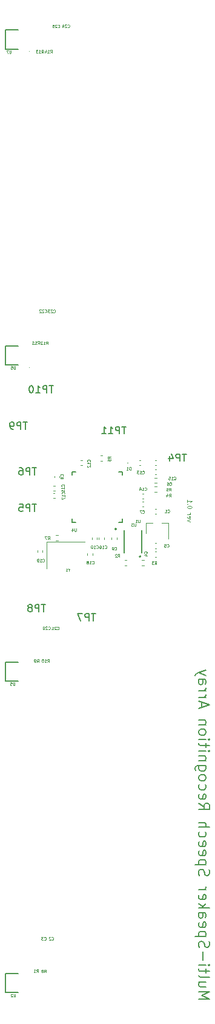
<source format=gbo>
G04 #@! TF.GenerationSoftware,KiCad,Pcbnew,5.1.5+dfsg1-2build2*
G04 #@! TF.CreationDate,2022-02-10T21:46:42-05:00*
G04 #@! TF.ProjectId,mico,6d69636f-2e6b-4696-9361-645f70636258,0.1*
G04 #@! TF.SameCoordinates,Original*
G04 #@! TF.FileFunction,Legend,Bot*
G04 #@! TF.FilePolarity,Positive*
%FSLAX46Y46*%
G04 Gerber Fmt 4.6, Leading zero omitted, Abs format (unit mm)*
G04 Created by KiCad (PCBNEW 5.1.5+dfsg1-2build2) date 2022-02-10 21:46:42*
%MOMM*%
%LPD*%
G04 APERTURE LIST*
%ADD10C,0.060000*%
%ADD11C,0.150000*%
%ADD12C,0.120000*%
%ADD13C,0.127000*%
%ADD14C,0.200000*%
%ADD15C,0.100000*%
%ADD16C,0.050000*%
%ADD17C,0.300000*%
%ADD18R,3.300000X3.300000*%
%ADD19C,1.528000*%
%ADD20R,1.528000X1.528000*%
%ADD21O,3.600000X1.608000*%
%ADD22C,1.200000*%
%ADD23R,1.700000X0.300000*%
%ADD24R,0.400000X0.600000*%
%ADD25R,0.900000X1.000000*%
%ADD26R,1.700000X1.400000*%
%ADD27C,1.000000*%
%ADD28C,0.600000*%
%ADD29R,0.622000X0.825000*%
%ADD30C,1.100000*%
G04 APERTURE END LIST*
D10*
X143428571Y-113428571D02*
X143028571Y-113285714D01*
X143428571Y-113142857D01*
X143057142Y-112685714D02*
X143028571Y-112742857D01*
X143028571Y-112857142D01*
X143057142Y-112914285D01*
X143114285Y-112942857D01*
X143342857Y-112942857D01*
X143400000Y-112914285D01*
X143428571Y-112857142D01*
X143428571Y-112742857D01*
X143400000Y-112685714D01*
X143342857Y-112657142D01*
X143285714Y-112657142D01*
X143228571Y-112942857D01*
X143028571Y-112400000D02*
X143428571Y-112400000D01*
X143314285Y-112400000D02*
X143371428Y-112371428D01*
X143400000Y-112342857D01*
X143428571Y-112285714D01*
X143428571Y-112228571D01*
X143628571Y-111457142D02*
X143628571Y-111400000D01*
X143600000Y-111342857D01*
X143571428Y-111314285D01*
X143514285Y-111285714D01*
X143400000Y-111257142D01*
X143257142Y-111257142D01*
X143142857Y-111285714D01*
X143085714Y-111314285D01*
X143057142Y-111342857D01*
X143028571Y-111400000D01*
X143028571Y-111457142D01*
X143057142Y-111514285D01*
X143085714Y-111542857D01*
X143142857Y-111571428D01*
X143257142Y-111600000D01*
X143400000Y-111600000D01*
X143514285Y-111571428D01*
X143571428Y-111542857D01*
X143600000Y-111514285D01*
X143628571Y-111457142D01*
X143085714Y-111000000D02*
X143057142Y-110971428D01*
X143028571Y-111000000D01*
X143057142Y-111028571D01*
X143085714Y-111000000D01*
X143028571Y-111000000D01*
X143028571Y-110400000D02*
X143028571Y-110742857D01*
X143028571Y-110571428D02*
X143628571Y-110571428D01*
X143542857Y-110628571D01*
X143485714Y-110685714D01*
X143457142Y-110742857D01*
D11*
X144621428Y-179921428D02*
X146121428Y-179921428D01*
X145050000Y-179421428D01*
X146121428Y-178921428D01*
X144621428Y-178921428D01*
X145621428Y-177564285D02*
X144621428Y-177564285D01*
X145621428Y-178207142D02*
X144835714Y-178207142D01*
X144692857Y-178135714D01*
X144621428Y-177992857D01*
X144621428Y-177778571D01*
X144692857Y-177635714D01*
X144764285Y-177564285D01*
X144621428Y-176635714D02*
X144692857Y-176778571D01*
X144835714Y-176850000D01*
X146121428Y-176850000D01*
X145621428Y-176278571D02*
X145621428Y-175707142D01*
X146121428Y-176064285D02*
X144835714Y-176064285D01*
X144692857Y-175992857D01*
X144621428Y-175850000D01*
X144621428Y-175707142D01*
X144621428Y-175207142D02*
X145621428Y-175207142D01*
X146121428Y-175207142D02*
X146050000Y-175278571D01*
X145978571Y-175207142D01*
X146050000Y-175135714D01*
X146121428Y-175207142D01*
X145978571Y-175207142D01*
X145192857Y-174492857D02*
X145192857Y-173350000D01*
X144692857Y-172707142D02*
X144621428Y-172492857D01*
X144621428Y-172135714D01*
X144692857Y-171992857D01*
X144764285Y-171921428D01*
X144907142Y-171850000D01*
X145050000Y-171850000D01*
X145192857Y-171921428D01*
X145264285Y-171992857D01*
X145335714Y-172135714D01*
X145407142Y-172421428D01*
X145478571Y-172564285D01*
X145550000Y-172635714D01*
X145692857Y-172707142D01*
X145835714Y-172707142D01*
X145978571Y-172635714D01*
X146050000Y-172564285D01*
X146121428Y-172421428D01*
X146121428Y-172064285D01*
X146050000Y-171850000D01*
X145621428Y-171207142D02*
X144121428Y-171207142D01*
X145550000Y-171207142D02*
X145621428Y-171064285D01*
X145621428Y-170778571D01*
X145550000Y-170635714D01*
X145478571Y-170564285D01*
X145335714Y-170492857D01*
X144907142Y-170492857D01*
X144764285Y-170564285D01*
X144692857Y-170635714D01*
X144621428Y-170778571D01*
X144621428Y-171064285D01*
X144692857Y-171207142D01*
X144692857Y-169278571D02*
X144621428Y-169421428D01*
X144621428Y-169707142D01*
X144692857Y-169850000D01*
X144835714Y-169921428D01*
X145407142Y-169921428D01*
X145550000Y-169850000D01*
X145621428Y-169707142D01*
X145621428Y-169421428D01*
X145550000Y-169278571D01*
X145407142Y-169207142D01*
X145264285Y-169207142D01*
X145121428Y-169921428D01*
X144621428Y-167921428D02*
X145407142Y-167921428D01*
X145550000Y-167992857D01*
X145621428Y-168135714D01*
X145621428Y-168421428D01*
X145550000Y-168564285D01*
X144692857Y-167921428D02*
X144621428Y-168064285D01*
X144621428Y-168421428D01*
X144692857Y-168564285D01*
X144835714Y-168635714D01*
X144978571Y-168635714D01*
X145121428Y-168564285D01*
X145192857Y-168421428D01*
X145192857Y-168064285D01*
X145264285Y-167921428D01*
X144621428Y-167207142D02*
X146121428Y-167207142D01*
X145192857Y-167064285D02*
X144621428Y-166635714D01*
X145621428Y-166635714D02*
X145050000Y-167207142D01*
X144692857Y-165421428D02*
X144621428Y-165564285D01*
X144621428Y-165850000D01*
X144692857Y-165992857D01*
X144835714Y-166064285D01*
X145407142Y-166064285D01*
X145550000Y-165992857D01*
X145621428Y-165850000D01*
X145621428Y-165564285D01*
X145550000Y-165421428D01*
X145407142Y-165350000D01*
X145264285Y-165350000D01*
X145121428Y-166064285D01*
X144621428Y-164707142D02*
X145621428Y-164707142D01*
X145335714Y-164707142D02*
X145478571Y-164635714D01*
X145550000Y-164564285D01*
X145621428Y-164421428D01*
X145621428Y-164278571D01*
X144692857Y-162707142D02*
X144621428Y-162492857D01*
X144621428Y-162135714D01*
X144692857Y-161992857D01*
X144764285Y-161921428D01*
X144907142Y-161850000D01*
X145050000Y-161850000D01*
X145192857Y-161921428D01*
X145264285Y-161992857D01*
X145335714Y-162135714D01*
X145407142Y-162421428D01*
X145478571Y-162564285D01*
X145550000Y-162635714D01*
X145692857Y-162707142D01*
X145835714Y-162707142D01*
X145978571Y-162635714D01*
X146050000Y-162564285D01*
X146121428Y-162421428D01*
X146121428Y-162064285D01*
X146050000Y-161850000D01*
X145621428Y-161207142D02*
X144121428Y-161207142D01*
X145550000Y-161207142D02*
X145621428Y-161064285D01*
X145621428Y-160778571D01*
X145550000Y-160635714D01*
X145478571Y-160564285D01*
X145335714Y-160492857D01*
X144907142Y-160492857D01*
X144764285Y-160564285D01*
X144692857Y-160635714D01*
X144621428Y-160778571D01*
X144621428Y-161064285D01*
X144692857Y-161207142D01*
X144692857Y-159278571D02*
X144621428Y-159421428D01*
X144621428Y-159707142D01*
X144692857Y-159850000D01*
X144835714Y-159921428D01*
X145407142Y-159921428D01*
X145550000Y-159850000D01*
X145621428Y-159707142D01*
X145621428Y-159421428D01*
X145550000Y-159278571D01*
X145407142Y-159207142D01*
X145264285Y-159207142D01*
X145121428Y-159921428D01*
X144692857Y-157992857D02*
X144621428Y-158135714D01*
X144621428Y-158421428D01*
X144692857Y-158564285D01*
X144835714Y-158635714D01*
X145407142Y-158635714D01*
X145550000Y-158564285D01*
X145621428Y-158421428D01*
X145621428Y-158135714D01*
X145550000Y-157992857D01*
X145407142Y-157921428D01*
X145264285Y-157921428D01*
X145121428Y-158635714D01*
X144692857Y-156635714D02*
X144621428Y-156778571D01*
X144621428Y-157064285D01*
X144692857Y-157207142D01*
X144764285Y-157278571D01*
X144907142Y-157350000D01*
X145335714Y-157350000D01*
X145478571Y-157278571D01*
X145550000Y-157207142D01*
X145621428Y-157064285D01*
X145621428Y-156778571D01*
X145550000Y-156635714D01*
X144621428Y-155992857D02*
X146121428Y-155992857D01*
X144621428Y-155350000D02*
X145407142Y-155350000D01*
X145550000Y-155421428D01*
X145621428Y-155564285D01*
X145621428Y-155778571D01*
X145550000Y-155921428D01*
X145478571Y-155992857D01*
X144621428Y-152635714D02*
X145335714Y-153135714D01*
X144621428Y-153492857D02*
X146121428Y-153492857D01*
X146121428Y-152921428D01*
X146050000Y-152778571D01*
X145978571Y-152707142D01*
X145835714Y-152635714D01*
X145621428Y-152635714D01*
X145478571Y-152707142D01*
X145407142Y-152778571D01*
X145335714Y-152921428D01*
X145335714Y-153492857D01*
X144692857Y-151421428D02*
X144621428Y-151564285D01*
X144621428Y-151850000D01*
X144692857Y-151992857D01*
X144835714Y-152064285D01*
X145407142Y-152064285D01*
X145550000Y-151992857D01*
X145621428Y-151850000D01*
X145621428Y-151564285D01*
X145550000Y-151421428D01*
X145407142Y-151350000D01*
X145264285Y-151350000D01*
X145121428Y-152064285D01*
X144692857Y-150064285D02*
X144621428Y-150207142D01*
X144621428Y-150492857D01*
X144692857Y-150635714D01*
X144764285Y-150707142D01*
X144907142Y-150778571D01*
X145335714Y-150778571D01*
X145478571Y-150707142D01*
X145550000Y-150635714D01*
X145621428Y-150492857D01*
X145621428Y-150207142D01*
X145550000Y-150064285D01*
X144621428Y-149207142D02*
X144692857Y-149350000D01*
X144764285Y-149421428D01*
X144907142Y-149492857D01*
X145335714Y-149492857D01*
X145478571Y-149421428D01*
X145550000Y-149350000D01*
X145621428Y-149207142D01*
X145621428Y-148992857D01*
X145550000Y-148850000D01*
X145478571Y-148778571D01*
X145335714Y-148707142D01*
X144907142Y-148707142D01*
X144764285Y-148778571D01*
X144692857Y-148850000D01*
X144621428Y-148992857D01*
X144621428Y-149207142D01*
X145621428Y-147421428D02*
X144407142Y-147421428D01*
X144264285Y-147492857D01*
X144192857Y-147564285D01*
X144121428Y-147707142D01*
X144121428Y-147921428D01*
X144192857Y-148064285D01*
X144692857Y-147421428D02*
X144621428Y-147564285D01*
X144621428Y-147850000D01*
X144692857Y-147992857D01*
X144764285Y-148064285D01*
X144907142Y-148135714D01*
X145335714Y-148135714D01*
X145478571Y-148064285D01*
X145550000Y-147992857D01*
X145621428Y-147850000D01*
X145621428Y-147564285D01*
X145550000Y-147421428D01*
X145621428Y-146707142D02*
X144621428Y-146707142D01*
X145478571Y-146707142D02*
X145550000Y-146635714D01*
X145621428Y-146492857D01*
X145621428Y-146278571D01*
X145550000Y-146135714D01*
X145407142Y-146064285D01*
X144621428Y-146064285D01*
X144621428Y-145350000D02*
X145621428Y-145350000D01*
X146121428Y-145350000D02*
X146050000Y-145421428D01*
X145978571Y-145350000D01*
X146050000Y-145278571D01*
X146121428Y-145350000D01*
X145978571Y-145350000D01*
X145621428Y-144850000D02*
X145621428Y-144278571D01*
X146121428Y-144635714D02*
X144835714Y-144635714D01*
X144692857Y-144564285D01*
X144621428Y-144421428D01*
X144621428Y-144278571D01*
X144621428Y-143778571D02*
X145621428Y-143778571D01*
X146121428Y-143778571D02*
X146050000Y-143850000D01*
X145978571Y-143778571D01*
X146050000Y-143707142D01*
X146121428Y-143778571D01*
X145978571Y-143778571D01*
X144621428Y-142850000D02*
X144692857Y-142992857D01*
X144764285Y-143064285D01*
X144907142Y-143135714D01*
X145335714Y-143135714D01*
X145478571Y-143064285D01*
X145550000Y-142992857D01*
X145621428Y-142850000D01*
X145621428Y-142635714D01*
X145550000Y-142492857D01*
X145478571Y-142421428D01*
X145335714Y-142350000D01*
X144907142Y-142350000D01*
X144764285Y-142421428D01*
X144692857Y-142492857D01*
X144621428Y-142635714D01*
X144621428Y-142850000D01*
X145621428Y-141707142D02*
X144621428Y-141707142D01*
X145478571Y-141707142D02*
X145550000Y-141635714D01*
X145621428Y-141492857D01*
X145621428Y-141278571D01*
X145550000Y-141135714D01*
X145407142Y-141064285D01*
X144621428Y-141064285D01*
X145050000Y-139278571D02*
X145050000Y-138564285D01*
X144621428Y-139421428D02*
X146121428Y-138921428D01*
X144621428Y-138421428D01*
X144621428Y-137921428D02*
X145621428Y-137921428D01*
X145335714Y-137921428D02*
X145478571Y-137850000D01*
X145550000Y-137778571D01*
X145621428Y-137635714D01*
X145621428Y-137492857D01*
X144621428Y-136992857D02*
X145621428Y-136992857D01*
X145335714Y-136992857D02*
X145478571Y-136921428D01*
X145550000Y-136850000D01*
X145621428Y-136707142D01*
X145621428Y-136564285D01*
X144621428Y-135421428D02*
X145407142Y-135421428D01*
X145550000Y-135492857D01*
X145621428Y-135635714D01*
X145621428Y-135921428D01*
X145550000Y-136064285D01*
X144692857Y-135421428D02*
X144621428Y-135564285D01*
X144621428Y-135921428D01*
X144692857Y-136064285D01*
X144835714Y-136135714D01*
X144978571Y-136135714D01*
X145121428Y-136064285D01*
X145192857Y-135921428D01*
X145192857Y-135564285D01*
X145264285Y-135421428D01*
X145621428Y-134850000D02*
X144621428Y-134492857D01*
X145621428Y-134135714D02*
X144621428Y-134492857D01*
X144264285Y-134635714D01*
X144192857Y-134707142D01*
X144121428Y-134850000D01*
D12*
X131153641Y-104268000D02*
X130846359Y-104268000D01*
X131153641Y-105028000D02*
X130846359Y-105028000D01*
D13*
X133900000Y-113500000D02*
X133420000Y-113500000D01*
X126900000Y-113500000D02*
X127380000Y-113500000D01*
X133900000Y-106500000D02*
X133420000Y-106500000D01*
X126900000Y-106500000D02*
X127380000Y-106500000D01*
X133900000Y-113500000D02*
X133900000Y-113020000D01*
X126900000Y-113500000D02*
X126900000Y-113020000D01*
X133900000Y-106500000D02*
X133900000Y-106980000D01*
X126900000Y-106500000D02*
X126900000Y-106980000D01*
D14*
X133100000Y-114475000D02*
G75*
G03X133100000Y-114475000I-100000J0D01*
G01*
X136500000Y-118300000D02*
G75*
G03X136500000Y-118300000I-100000J0D01*
G01*
D13*
X136639000Y-117750000D02*
X136639000Y-114650000D01*
X134161000Y-117750000D02*
X134161000Y-114650000D01*
D12*
X137220000Y-113640000D02*
X137220000Y-115100000D01*
X140380000Y-113640000D02*
X140380000Y-115800000D01*
X140380000Y-113640000D02*
X139450000Y-113640000D01*
X137220000Y-113640000D02*
X138150000Y-113640000D01*
X138492164Y-117640000D02*
X138707836Y-117640000D01*
X138492164Y-118360000D02*
X138707836Y-118360000D01*
X129040000Y-117892164D02*
X129040000Y-118107836D01*
X129760000Y-117892164D02*
X129760000Y-118107836D01*
X124507836Y-109440000D02*
X124292164Y-109440000D01*
X124507836Y-110160000D02*
X124292164Y-110160000D01*
X130408000Y-115692164D02*
X130408000Y-115907836D01*
X129688000Y-115692164D02*
X129688000Y-115907836D01*
X136953641Y-118820000D02*
X136646359Y-118820000D01*
X136953641Y-119580000D02*
X136646359Y-119580000D01*
X138492164Y-106860000D02*
X138707836Y-106860000D01*
X138492164Y-106140000D02*
X138707836Y-106140000D01*
X132440000Y-115692164D02*
X132440000Y-115907836D01*
X133160000Y-115692164D02*
X133160000Y-115907836D01*
X124507836Y-108440000D02*
X124292164Y-108440000D01*
X124507836Y-109160000D02*
X124292164Y-109160000D01*
X138446359Y-108520000D02*
X138753641Y-108520000D01*
X138446359Y-109280000D02*
X138753641Y-109280000D01*
X124953641Y-115317000D02*
X124646359Y-115317000D01*
X124953641Y-116077000D02*
X124646359Y-116077000D01*
X128307836Y-105610000D02*
X128092164Y-105610000D01*
X128307836Y-104890000D02*
X128092164Y-104890000D01*
X138707836Y-111640000D02*
X138492164Y-111640000D01*
X138707836Y-112360000D02*
X138492164Y-112360000D01*
X125160000Y-107307836D02*
X125160000Y-107092164D01*
X124440000Y-107307836D02*
X124440000Y-107092164D01*
X136292164Y-105610000D02*
X136507836Y-105610000D01*
X136292164Y-104890000D02*
X136507836Y-104890000D01*
X138492164Y-105610000D02*
X138707836Y-105610000D01*
X138492164Y-104890000D02*
X138707836Y-104890000D01*
X123350000Y-119960000D02*
X123350000Y-116260000D01*
X123350000Y-116260000D02*
X128650000Y-116260000D01*
X136692164Y-110640000D02*
X136907836Y-110640000D01*
X136692164Y-111360000D02*
X136907836Y-111360000D01*
X131360000Y-115692164D02*
X131360000Y-115907836D01*
X130640000Y-115692164D02*
X130640000Y-115907836D01*
X136692164Y-109540000D02*
X136907836Y-109540000D01*
X136692164Y-110260000D02*
X136907836Y-110260000D01*
X134553641Y-119580000D02*
X134246359Y-119580000D01*
X134553641Y-118820000D02*
X134246359Y-118820000D01*
D15*
X134740000Y-105250000D02*
G75*
G03X134740000Y-105250000I-50000J0D01*
G01*
D12*
X138446359Y-107320000D02*
X138753641Y-107320000D01*
X138446359Y-108080000D02*
X138753641Y-108080000D01*
X138492164Y-116440000D02*
X138707836Y-116440000D01*
X138492164Y-117160000D02*
X138707836Y-117160000D01*
X122040000Y-117681836D02*
X122040000Y-117466164D01*
X122760000Y-117681836D02*
X122760000Y-117466164D01*
D13*
X119337500Y-176343750D02*
X117611500Y-176343750D01*
X117611500Y-176343750D02*
X117611500Y-178993750D01*
X117611500Y-178993750D02*
X119337500Y-178993750D01*
D15*
X120946500Y-179319750D02*
G75*
G03X120946500Y-179319750I-50000J0D01*
G01*
X120959000Y-135976000D02*
G75*
G03X120959000Y-135976000I-50000J0D01*
G01*
D13*
X117624000Y-135650000D02*
X119350000Y-135650000D01*
X117624000Y-133000000D02*
X117624000Y-135650000D01*
X119350000Y-133000000D02*
X117624000Y-133000000D01*
X119350000Y-89000000D02*
X117624000Y-89000000D01*
X117624000Y-89000000D02*
X117624000Y-91650000D01*
X117624000Y-91650000D02*
X119350000Y-91650000D01*
D15*
X120959000Y-91976000D02*
G75*
G03X120959000Y-91976000I-50000J0D01*
G01*
X120959000Y-47976000D02*
G75*
G03X120959000Y-47976000I-50000J0D01*
G01*
D13*
X117624000Y-47650000D02*
X119350000Y-47650000D01*
X117624000Y-45000000D02*
X117624000Y-47650000D01*
X119350000Y-45000000D02*
X117624000Y-45000000D01*
D16*
X132286352Y-104632133D02*
X132095876Y-104498800D01*
X132286352Y-104403561D02*
X131886352Y-104403561D01*
X131886352Y-104555942D01*
X131905400Y-104594038D01*
X131924447Y-104613085D01*
X131962542Y-104632133D01*
X132019685Y-104632133D01*
X132057780Y-104613085D01*
X132076828Y-104594038D01*
X132095876Y-104555942D01*
X132095876Y-104403561D01*
X131886352Y-104974990D02*
X131886352Y-104898800D01*
X131905400Y-104860704D01*
X131924447Y-104841657D01*
X131981590Y-104803561D01*
X132057780Y-104784514D01*
X132210161Y-104784514D01*
X132248257Y-104803561D01*
X132267304Y-104822609D01*
X132286352Y-104860704D01*
X132286352Y-104936895D01*
X132267304Y-104974990D01*
X132248257Y-104994038D01*
X132210161Y-105013085D01*
X132114923Y-105013085D01*
X132076828Y-104994038D01*
X132057780Y-104974990D01*
X132038733Y-104936895D01*
X132038733Y-104860704D01*
X132057780Y-104822609D01*
X132076828Y-104803561D01*
X132114923Y-104784514D01*
X127504761Y-114380952D02*
X127504761Y-114704761D01*
X127485714Y-114742857D01*
X127466666Y-114761904D01*
X127428571Y-114780952D01*
X127352380Y-114780952D01*
X127314285Y-114761904D01*
X127295238Y-114742857D01*
X127276190Y-114704761D01*
X127276190Y-114380952D01*
X126914285Y-114514285D02*
X126914285Y-114780952D01*
X127009523Y-114361904D02*
X127104761Y-114647619D01*
X126857142Y-114647619D01*
X135804761Y-113680952D02*
X135804761Y-114004761D01*
X135785714Y-114042857D01*
X135766666Y-114061904D01*
X135728571Y-114080952D01*
X135652380Y-114080952D01*
X135614285Y-114061904D01*
X135595238Y-114042857D01*
X135576190Y-114004761D01*
X135576190Y-113680952D01*
X135423809Y-113680952D02*
X135176190Y-113680952D01*
X135309523Y-113833333D01*
X135252380Y-113833333D01*
X135214285Y-113852380D01*
X135195238Y-113871428D01*
X135176190Y-113909523D01*
X135176190Y-114004761D01*
X135195238Y-114042857D01*
X135214285Y-114061904D01*
X135252380Y-114080952D01*
X135366666Y-114080952D01*
X135404761Y-114061904D01*
X135423809Y-114042857D01*
X136404761Y-113180952D02*
X136404761Y-113504761D01*
X136385714Y-113542857D01*
X136366666Y-113561904D01*
X136328571Y-113580952D01*
X136252380Y-113580952D01*
X136214285Y-113561904D01*
X136195238Y-113542857D01*
X136176190Y-113504761D01*
X136176190Y-113180952D01*
X135776190Y-113580952D02*
X136004761Y-113580952D01*
X135890476Y-113580952D02*
X135890476Y-113180952D01*
X135928571Y-113238095D01*
X135966666Y-113276190D01*
X136004761Y-113295238D01*
X137342857Y-117833333D02*
X137361904Y-117814285D01*
X137380952Y-117757142D01*
X137380952Y-117719047D01*
X137361904Y-117661904D01*
X137323809Y-117623809D01*
X137285714Y-117604761D01*
X137209523Y-117585714D01*
X137152380Y-117585714D01*
X137076190Y-117604761D01*
X137038095Y-117623809D01*
X137000000Y-117661904D01*
X136980952Y-117719047D01*
X136980952Y-117757142D01*
X137000000Y-117814285D01*
X137019047Y-117833333D01*
X137114285Y-118176190D02*
X137380952Y-118176190D01*
X136961904Y-118080952D02*
X137247619Y-117985714D01*
X137247619Y-118233333D01*
X129720942Y-119294257D02*
X129739990Y-119313304D01*
X129797133Y-119332352D01*
X129835228Y-119332352D01*
X129892371Y-119313304D01*
X129930466Y-119275209D01*
X129949514Y-119237114D01*
X129968561Y-119160923D01*
X129968561Y-119103780D01*
X129949514Y-119027590D01*
X129930466Y-118989495D01*
X129892371Y-118951400D01*
X129835228Y-118932352D01*
X129797133Y-118932352D01*
X129739990Y-118951400D01*
X129720942Y-118970447D01*
X129339990Y-119332352D02*
X129568561Y-119332352D01*
X129454276Y-119332352D02*
X129454276Y-118932352D01*
X129492371Y-118989495D01*
X129530466Y-119027590D01*
X129568561Y-119046638D01*
X129111419Y-119103780D02*
X129149514Y-119084733D01*
X129168561Y-119065685D01*
X129187609Y-119027590D01*
X129187609Y-119008542D01*
X129168561Y-118970447D01*
X129149514Y-118951400D01*
X129111419Y-118932352D01*
X129035228Y-118932352D01*
X128997133Y-118951400D01*
X128978085Y-118970447D01*
X128959038Y-119008542D01*
X128959038Y-119027590D01*
X128978085Y-119065685D01*
X128997133Y-119084733D01*
X129035228Y-119103780D01*
X129111419Y-119103780D01*
X129149514Y-119122828D01*
X129168561Y-119141876D01*
X129187609Y-119179971D01*
X129187609Y-119256161D01*
X129168561Y-119294257D01*
X129149514Y-119313304D01*
X129111419Y-119332352D01*
X129035228Y-119332352D01*
X128997133Y-119313304D01*
X128978085Y-119294257D01*
X128959038Y-119256161D01*
X128959038Y-119179971D01*
X128978085Y-119141876D01*
X128997133Y-119122828D01*
X129035228Y-119103780D01*
X125822057Y-109572457D02*
X125841104Y-109553409D01*
X125860152Y-109496266D01*
X125860152Y-109458171D01*
X125841104Y-109401028D01*
X125803009Y-109362933D01*
X125764914Y-109343885D01*
X125688723Y-109324838D01*
X125631580Y-109324838D01*
X125555390Y-109343885D01*
X125517295Y-109362933D01*
X125479200Y-109401028D01*
X125460152Y-109458171D01*
X125460152Y-109496266D01*
X125479200Y-109553409D01*
X125498247Y-109572457D01*
X125860152Y-109953409D02*
X125860152Y-109724838D01*
X125860152Y-109839123D02*
X125460152Y-109839123D01*
X125517295Y-109801028D01*
X125555390Y-109762933D01*
X125574438Y-109724838D01*
X125460152Y-110086742D02*
X125460152Y-110353409D01*
X125860152Y-110181980D01*
X130305142Y-117109857D02*
X130324190Y-117128904D01*
X130381333Y-117147952D01*
X130419428Y-117147952D01*
X130476571Y-117128904D01*
X130514666Y-117090809D01*
X130533714Y-117052714D01*
X130552761Y-116976523D01*
X130552761Y-116919380D01*
X130533714Y-116843190D01*
X130514666Y-116805095D01*
X130476571Y-116767000D01*
X130419428Y-116747952D01*
X130381333Y-116747952D01*
X130324190Y-116767000D01*
X130305142Y-116786047D01*
X129924190Y-117147952D02*
X130152761Y-117147952D01*
X130038476Y-117147952D02*
X130038476Y-116747952D01*
X130076571Y-116805095D01*
X130114666Y-116843190D01*
X130152761Y-116862238D01*
X129676571Y-116747952D02*
X129638476Y-116747952D01*
X129600380Y-116767000D01*
X129581333Y-116786047D01*
X129562285Y-116824142D01*
X129543238Y-116900333D01*
X129543238Y-116995571D01*
X129562285Y-117071761D01*
X129581333Y-117109857D01*
X129600380Y-117128904D01*
X129638476Y-117147952D01*
X129676571Y-117147952D01*
X129714666Y-117128904D01*
X129733714Y-117109857D01*
X129752761Y-117071761D01*
X129771809Y-116995571D01*
X129771809Y-116900333D01*
X129752761Y-116824142D01*
X129733714Y-116786047D01*
X129714666Y-116767000D01*
X129676571Y-116747952D01*
X138466666Y-119380952D02*
X138600000Y-119190476D01*
X138695238Y-119380952D02*
X138695238Y-118980952D01*
X138542857Y-118980952D01*
X138504761Y-119000000D01*
X138485714Y-119019047D01*
X138466666Y-119057142D01*
X138466666Y-119114285D01*
X138485714Y-119152380D01*
X138504761Y-119171428D01*
X138542857Y-119190476D01*
X138695238Y-119190476D01*
X138333333Y-118980952D02*
X138085714Y-118980952D01*
X138219047Y-119133333D01*
X138161904Y-119133333D01*
X138123809Y-119152380D01*
X138104761Y-119171428D01*
X138085714Y-119209523D01*
X138085714Y-119304761D01*
X138104761Y-119342857D01*
X138123809Y-119361904D01*
X138161904Y-119380952D01*
X138276190Y-119380952D01*
X138314285Y-119361904D01*
X138333333Y-119342857D01*
X140566666Y-108342857D02*
X140585714Y-108361904D01*
X140642857Y-108380952D01*
X140680952Y-108380952D01*
X140738095Y-108361904D01*
X140776190Y-108323809D01*
X140795238Y-108285714D01*
X140814285Y-108209523D01*
X140814285Y-108152380D01*
X140795238Y-108076190D01*
X140776190Y-108038095D01*
X140738095Y-108000000D01*
X140680952Y-107980952D01*
X140642857Y-107980952D01*
X140585714Y-108000000D01*
X140566666Y-108019047D01*
X140223809Y-107980952D02*
X140300000Y-107980952D01*
X140338095Y-108000000D01*
X140357142Y-108019047D01*
X140395238Y-108076190D01*
X140414285Y-108152380D01*
X140414285Y-108304761D01*
X140395238Y-108342857D01*
X140376190Y-108361904D01*
X140338095Y-108380952D01*
X140261904Y-108380952D01*
X140223809Y-108361904D01*
X140204761Y-108342857D01*
X140185714Y-108304761D01*
X140185714Y-108209523D01*
X140204761Y-108171428D01*
X140223809Y-108152380D01*
X140261904Y-108133333D01*
X140338095Y-108133333D01*
X140376190Y-108152380D01*
X140395238Y-108171428D01*
X140414285Y-108209523D01*
X132866666Y-117342857D02*
X132885714Y-117361904D01*
X132942857Y-117380952D01*
X132980952Y-117380952D01*
X133038095Y-117361904D01*
X133076190Y-117323809D01*
X133095238Y-117285714D01*
X133114285Y-117209523D01*
X133114285Y-117152380D01*
X133095238Y-117076190D01*
X133076190Y-117038095D01*
X133038095Y-117000000D01*
X132980952Y-116980952D01*
X132942857Y-116980952D01*
X132885714Y-117000000D01*
X132866666Y-117019047D01*
X132676190Y-117380952D02*
X132600000Y-117380952D01*
X132561904Y-117361904D01*
X132542857Y-117342857D01*
X132504761Y-117285714D01*
X132485714Y-117209523D01*
X132485714Y-117057142D01*
X132504761Y-117019047D01*
X132523809Y-117000000D01*
X132561904Y-116980952D01*
X132638095Y-116980952D01*
X132676190Y-117000000D01*
X132695238Y-117019047D01*
X132714285Y-117057142D01*
X132714285Y-117152380D01*
X132695238Y-117190476D01*
X132676190Y-117209523D01*
X132638095Y-117228571D01*
X132561904Y-117228571D01*
X132523809Y-117209523D01*
X132504761Y-117190476D01*
X132485714Y-117152380D01*
X125771257Y-108505657D02*
X125790304Y-108486609D01*
X125809352Y-108429466D01*
X125809352Y-108391371D01*
X125790304Y-108334228D01*
X125752209Y-108296133D01*
X125714114Y-108277085D01*
X125637923Y-108258038D01*
X125580780Y-108258038D01*
X125504590Y-108277085D01*
X125466495Y-108296133D01*
X125428400Y-108334228D01*
X125409352Y-108391371D01*
X125409352Y-108429466D01*
X125428400Y-108486609D01*
X125447447Y-108505657D01*
X125809352Y-108886609D02*
X125809352Y-108658038D01*
X125809352Y-108772323D02*
X125409352Y-108772323D01*
X125466495Y-108734228D01*
X125504590Y-108696133D01*
X125523638Y-108658038D01*
X125809352Y-109267561D02*
X125809352Y-109038990D01*
X125809352Y-109153276D02*
X125409352Y-109153276D01*
X125466495Y-109115180D01*
X125504590Y-109077085D01*
X125523638Y-109038990D01*
X140466666Y-109980952D02*
X140600000Y-109790476D01*
X140695238Y-109980952D02*
X140695238Y-109580952D01*
X140542857Y-109580952D01*
X140504761Y-109600000D01*
X140485714Y-109619047D01*
X140466666Y-109657142D01*
X140466666Y-109714285D01*
X140485714Y-109752380D01*
X140504761Y-109771428D01*
X140542857Y-109790476D01*
X140695238Y-109790476D01*
X140123809Y-109714285D02*
X140123809Y-109980952D01*
X140219047Y-109561904D02*
X140314285Y-109847619D01*
X140066666Y-109847619D01*
X123510666Y-115903352D02*
X123644000Y-115712876D01*
X123739238Y-115903352D02*
X123739238Y-115503352D01*
X123586857Y-115503352D01*
X123548761Y-115522400D01*
X123529714Y-115541447D01*
X123510666Y-115579542D01*
X123510666Y-115636685D01*
X123529714Y-115674780D01*
X123548761Y-115693828D01*
X123586857Y-115712876D01*
X123739238Y-115712876D01*
X123377333Y-115503352D02*
X123110666Y-115503352D01*
X123282095Y-115903352D01*
X129403457Y-105076657D02*
X129422504Y-105057609D01*
X129441552Y-105000466D01*
X129441552Y-104962371D01*
X129422504Y-104905228D01*
X129384409Y-104867133D01*
X129346314Y-104848085D01*
X129270123Y-104829038D01*
X129212980Y-104829038D01*
X129136790Y-104848085D01*
X129098695Y-104867133D01*
X129060600Y-104905228D01*
X129041552Y-104962371D01*
X129041552Y-105000466D01*
X129060600Y-105057609D01*
X129079647Y-105076657D01*
X129441552Y-105457609D02*
X129441552Y-105229038D01*
X129441552Y-105343323D02*
X129041552Y-105343323D01*
X129098695Y-105305228D01*
X129136790Y-105267133D01*
X129155838Y-105229038D01*
X129079647Y-105609990D02*
X129060600Y-105629038D01*
X129041552Y-105667133D01*
X129041552Y-105762371D01*
X129060600Y-105800466D01*
X129079647Y-105819514D01*
X129117742Y-105838561D01*
X129155838Y-105838561D01*
X129212980Y-105819514D01*
X129441552Y-105590942D01*
X129441552Y-105838561D01*
X140266666Y-112142857D02*
X140285714Y-112161904D01*
X140342857Y-112180952D01*
X140380952Y-112180952D01*
X140438095Y-112161904D01*
X140476190Y-112123809D01*
X140495238Y-112085714D01*
X140514285Y-112009523D01*
X140514285Y-111952380D01*
X140495238Y-111876190D01*
X140476190Y-111838095D01*
X140438095Y-111800000D01*
X140380952Y-111780952D01*
X140342857Y-111780952D01*
X140285714Y-111800000D01*
X140266666Y-111819047D01*
X139885714Y-112180952D02*
X140114285Y-112180952D01*
X140000000Y-112180952D02*
X140000000Y-111780952D01*
X140038095Y-111838095D01*
X140076190Y-111876190D01*
X140114285Y-111895238D01*
X125618857Y-107095933D02*
X125637904Y-107076885D01*
X125656952Y-107019742D01*
X125656952Y-106981647D01*
X125637904Y-106924504D01*
X125599809Y-106886409D01*
X125561714Y-106867361D01*
X125485523Y-106848314D01*
X125428380Y-106848314D01*
X125352190Y-106867361D01*
X125314095Y-106886409D01*
X125276000Y-106924504D01*
X125256952Y-106981647D01*
X125256952Y-107019742D01*
X125276000Y-107076885D01*
X125295047Y-107095933D01*
X125428380Y-107324504D02*
X125409333Y-107286409D01*
X125390285Y-107267361D01*
X125352190Y-107248314D01*
X125333142Y-107248314D01*
X125295047Y-107267361D01*
X125276000Y-107286409D01*
X125256952Y-107324504D01*
X125256952Y-107400695D01*
X125276000Y-107438790D01*
X125295047Y-107457838D01*
X125333142Y-107476885D01*
X125352190Y-107476885D01*
X125390285Y-107457838D01*
X125409333Y-107438790D01*
X125428380Y-107400695D01*
X125428380Y-107324504D01*
X125447428Y-107286409D01*
X125466476Y-107267361D01*
X125504571Y-107248314D01*
X125580761Y-107248314D01*
X125618857Y-107267361D01*
X125637904Y-107286409D01*
X125656952Y-107324504D01*
X125656952Y-107400695D01*
X125637904Y-107438790D01*
X125618857Y-107457838D01*
X125580761Y-107476885D01*
X125504571Y-107476885D01*
X125466476Y-107457838D01*
X125447428Y-107438790D01*
X125428380Y-107400695D01*
X136757142Y-106742857D02*
X136776190Y-106761904D01*
X136833333Y-106780952D01*
X136871428Y-106780952D01*
X136928571Y-106761904D01*
X136966666Y-106723809D01*
X136985714Y-106685714D01*
X137004761Y-106609523D01*
X137004761Y-106552380D01*
X136985714Y-106476190D01*
X136966666Y-106438095D01*
X136928571Y-106400000D01*
X136871428Y-106380952D01*
X136833333Y-106380952D01*
X136776190Y-106400000D01*
X136757142Y-106419047D01*
X136376190Y-106780952D02*
X136604761Y-106780952D01*
X136490476Y-106780952D02*
X136490476Y-106380952D01*
X136528571Y-106438095D01*
X136566666Y-106476190D01*
X136604761Y-106495238D01*
X136242857Y-106380952D02*
X135995238Y-106380952D01*
X136128571Y-106533333D01*
X136071428Y-106533333D01*
X136033333Y-106552380D01*
X136014285Y-106571428D01*
X135995238Y-106609523D01*
X135995238Y-106704761D01*
X136014285Y-106742857D01*
X136033333Y-106761904D01*
X136071428Y-106780952D01*
X136185714Y-106780952D01*
X136223809Y-106761904D01*
X136242857Y-106742857D01*
X141157142Y-107542857D02*
X141176190Y-107561904D01*
X141233333Y-107580952D01*
X141271428Y-107580952D01*
X141328571Y-107561904D01*
X141366666Y-107523809D01*
X141385714Y-107485714D01*
X141404761Y-107409523D01*
X141404761Y-107352380D01*
X141385714Y-107276190D01*
X141366666Y-107238095D01*
X141328571Y-107200000D01*
X141271428Y-107180952D01*
X141233333Y-107180952D01*
X141176190Y-107200000D01*
X141157142Y-107219047D01*
X140776190Y-107580952D02*
X141004761Y-107580952D01*
X140890476Y-107580952D02*
X140890476Y-107180952D01*
X140928571Y-107238095D01*
X140966666Y-107276190D01*
X141004761Y-107295238D01*
X140414285Y-107180952D02*
X140604761Y-107180952D01*
X140623809Y-107371428D01*
X140604761Y-107352380D01*
X140566666Y-107333333D01*
X140471428Y-107333333D01*
X140433333Y-107352380D01*
X140414285Y-107371428D01*
X140395238Y-107409523D01*
X140395238Y-107504761D01*
X140414285Y-107542857D01*
X140433333Y-107561904D01*
X140471428Y-107580952D01*
X140566666Y-107580952D01*
X140604761Y-107561904D01*
X140623809Y-107542857D01*
X126504676Y-120157876D02*
X126504676Y-120348352D01*
X126638009Y-119948352D02*
X126504676Y-120157876D01*
X126371342Y-119948352D01*
X126028485Y-120348352D02*
X126257057Y-120348352D01*
X126142771Y-120348352D02*
X126142771Y-119948352D01*
X126180866Y-120005495D01*
X126218961Y-120043590D01*
X126257057Y-120062638D01*
X136766666Y-112242857D02*
X136785714Y-112261904D01*
X136842857Y-112280952D01*
X136880952Y-112280952D01*
X136938095Y-112261904D01*
X136976190Y-112223809D01*
X136995238Y-112185714D01*
X137014285Y-112109523D01*
X137014285Y-112052380D01*
X136995238Y-111976190D01*
X136976190Y-111938095D01*
X136938095Y-111900000D01*
X136880952Y-111880952D01*
X136842857Y-111880952D01*
X136785714Y-111900000D01*
X136766666Y-111919047D01*
X136633333Y-111880952D02*
X136366666Y-111880952D01*
X136538095Y-112280952D01*
X131498942Y-117109857D02*
X131517990Y-117128904D01*
X131575133Y-117147952D01*
X131613228Y-117147952D01*
X131670371Y-117128904D01*
X131708466Y-117090809D01*
X131727514Y-117052714D01*
X131746561Y-116976523D01*
X131746561Y-116919380D01*
X131727514Y-116843190D01*
X131708466Y-116805095D01*
X131670371Y-116767000D01*
X131613228Y-116747952D01*
X131575133Y-116747952D01*
X131517990Y-116767000D01*
X131498942Y-116786047D01*
X131117990Y-117147952D02*
X131346561Y-117147952D01*
X131232276Y-117147952D02*
X131232276Y-116747952D01*
X131270371Y-116805095D01*
X131308466Y-116843190D01*
X131346561Y-116862238D01*
X130775133Y-116747952D02*
X130851323Y-116747952D01*
X130889419Y-116767000D01*
X130908466Y-116786047D01*
X130946561Y-116843190D01*
X130965609Y-116919380D01*
X130965609Y-117071761D01*
X130946561Y-117109857D01*
X130927514Y-117128904D01*
X130889419Y-117147952D01*
X130813228Y-117147952D01*
X130775133Y-117128904D01*
X130756085Y-117109857D01*
X130737038Y-117071761D01*
X130737038Y-116976523D01*
X130756085Y-116938428D01*
X130775133Y-116919380D01*
X130813228Y-116900333D01*
X130889419Y-116900333D01*
X130927514Y-116919380D01*
X130946561Y-116938428D01*
X130965609Y-116976523D01*
X137057142Y-109042857D02*
X137076190Y-109061904D01*
X137133333Y-109080952D01*
X137171428Y-109080952D01*
X137228571Y-109061904D01*
X137266666Y-109023809D01*
X137285714Y-108985714D01*
X137304761Y-108909523D01*
X137304761Y-108852380D01*
X137285714Y-108776190D01*
X137266666Y-108738095D01*
X137228571Y-108700000D01*
X137171428Y-108680952D01*
X137133333Y-108680952D01*
X137076190Y-108700000D01*
X137057142Y-108719047D01*
X136676190Y-109080952D02*
X136904761Y-109080952D01*
X136790476Y-109080952D02*
X136790476Y-108680952D01*
X136828571Y-108738095D01*
X136866666Y-108776190D01*
X136904761Y-108795238D01*
X136333333Y-108814285D02*
X136333333Y-109080952D01*
X136428571Y-108661904D02*
X136523809Y-108947619D01*
X136276190Y-108947619D01*
X133266666Y-118380952D02*
X133400000Y-118190476D01*
X133495238Y-118380952D02*
X133495238Y-117980952D01*
X133342857Y-117980952D01*
X133304761Y-118000000D01*
X133285714Y-118019047D01*
X133266666Y-118057142D01*
X133266666Y-118114285D01*
X133285714Y-118152380D01*
X133304761Y-118171428D01*
X133342857Y-118190476D01*
X133495238Y-118190476D01*
X133114285Y-118019047D02*
X133095238Y-118000000D01*
X133057142Y-117980952D01*
X132961904Y-117980952D01*
X132923809Y-118000000D01*
X132904761Y-118019047D01*
X132885714Y-118057142D01*
X132885714Y-118095238D01*
X132904761Y-118152380D01*
X133133333Y-118380952D01*
X132885714Y-118380952D01*
X135095238Y-106230952D02*
X135095238Y-105830952D01*
X135000000Y-105830952D01*
X134942857Y-105850000D01*
X134904761Y-105888095D01*
X134885714Y-105926190D01*
X134866666Y-106002380D01*
X134866666Y-106059523D01*
X134885714Y-106135714D01*
X134904761Y-106173809D01*
X134942857Y-106211904D01*
X135000000Y-106230952D01*
X135095238Y-106230952D01*
X134485714Y-106230952D02*
X134714285Y-106230952D01*
X134600000Y-106230952D02*
X134600000Y-105830952D01*
X134638095Y-105888095D01*
X134676190Y-105926190D01*
X134714285Y-105945238D01*
X140466666Y-109180952D02*
X140600000Y-108990476D01*
X140695238Y-109180952D02*
X140695238Y-108780952D01*
X140542857Y-108780952D01*
X140504761Y-108800000D01*
X140485714Y-108819047D01*
X140466666Y-108857142D01*
X140466666Y-108914285D01*
X140485714Y-108952380D01*
X140504761Y-108971428D01*
X140542857Y-108990476D01*
X140695238Y-108990476D01*
X140104761Y-108780952D02*
X140295238Y-108780952D01*
X140314285Y-108971428D01*
X140295238Y-108952380D01*
X140257142Y-108933333D01*
X140161904Y-108933333D01*
X140123809Y-108952380D01*
X140104761Y-108971428D01*
X140085714Y-109009523D01*
X140085714Y-109104761D01*
X140104761Y-109142857D01*
X140123809Y-109161904D01*
X140161904Y-109180952D01*
X140257142Y-109180952D01*
X140295238Y-109161904D01*
X140314285Y-109142857D01*
X140166666Y-116942857D02*
X140185714Y-116961904D01*
X140242857Y-116980952D01*
X140280952Y-116980952D01*
X140338095Y-116961904D01*
X140376190Y-116923809D01*
X140395238Y-116885714D01*
X140414285Y-116809523D01*
X140414285Y-116752380D01*
X140395238Y-116676190D01*
X140376190Y-116638095D01*
X140338095Y-116600000D01*
X140280952Y-116580952D01*
X140242857Y-116580952D01*
X140185714Y-116600000D01*
X140166666Y-116619047D01*
X139804761Y-116580952D02*
X139995238Y-116580952D01*
X140014285Y-116771428D01*
X139995238Y-116752380D01*
X139957142Y-116733333D01*
X139861904Y-116733333D01*
X139823809Y-116752380D01*
X139804761Y-116771428D01*
X139785714Y-116809523D01*
X139785714Y-116904761D01*
X139804761Y-116942857D01*
X139823809Y-116961904D01*
X139861904Y-116980952D01*
X139957142Y-116980952D01*
X139995238Y-116961904D01*
X140014285Y-116942857D01*
X122786742Y-118989457D02*
X122805790Y-119008504D01*
X122862933Y-119027552D01*
X122901028Y-119027552D01*
X122958171Y-119008504D01*
X122996266Y-118970409D01*
X123015314Y-118932314D01*
X123034361Y-118856123D01*
X123034361Y-118798980D01*
X123015314Y-118722790D01*
X122996266Y-118684695D01*
X122958171Y-118646600D01*
X122901028Y-118627552D01*
X122862933Y-118627552D01*
X122805790Y-118646600D01*
X122786742Y-118665647D01*
X122405790Y-119027552D02*
X122634361Y-119027552D01*
X122520076Y-119027552D02*
X122520076Y-118627552D01*
X122558171Y-118684695D01*
X122596266Y-118722790D01*
X122634361Y-118741838D01*
X122215314Y-119027552D02*
X122139123Y-119027552D01*
X122101028Y-119008504D01*
X122081980Y-118989457D01*
X122043885Y-118932314D01*
X122024838Y-118856123D01*
X122024838Y-118703742D01*
X122043885Y-118665647D01*
X122062933Y-118646600D01*
X122101028Y-118627552D01*
X122177219Y-118627552D01*
X122215314Y-118646600D01*
X122234361Y-118665647D01*
X122253409Y-118703742D01*
X122253409Y-118798980D01*
X122234361Y-118837076D01*
X122215314Y-118856123D01*
X122177219Y-118875171D01*
X122101028Y-118875171D01*
X122062933Y-118856123D01*
X122043885Y-118837076D01*
X122024838Y-118798980D01*
X124044066Y-171643657D02*
X124063114Y-171662704D01*
X124120257Y-171681752D01*
X124158352Y-171681752D01*
X124215495Y-171662704D01*
X124253590Y-171624609D01*
X124272638Y-171586514D01*
X124291685Y-171510323D01*
X124291685Y-171453180D01*
X124272638Y-171376990D01*
X124253590Y-171338895D01*
X124215495Y-171300800D01*
X124158352Y-171281752D01*
X124120257Y-171281752D01*
X124063114Y-171300800D01*
X124044066Y-171319847D01*
X123891685Y-171319847D02*
X123872638Y-171300800D01*
X123834542Y-171281752D01*
X123739304Y-171281752D01*
X123701209Y-171300800D01*
X123682161Y-171319847D01*
X123663114Y-171357942D01*
X123663114Y-171396038D01*
X123682161Y-171453180D01*
X123910733Y-171681752D01*
X123663114Y-171681752D01*
X123002666Y-171669057D02*
X123021714Y-171688104D01*
X123078857Y-171707152D01*
X123116952Y-171707152D01*
X123174095Y-171688104D01*
X123212190Y-171650009D01*
X123231238Y-171611914D01*
X123250285Y-171535723D01*
X123250285Y-171478580D01*
X123231238Y-171402390D01*
X123212190Y-171364295D01*
X123174095Y-171326200D01*
X123116952Y-171307152D01*
X123078857Y-171307152D01*
X123021714Y-171326200D01*
X123002666Y-171345247D01*
X122869333Y-171307152D02*
X122621714Y-171307152D01*
X122755047Y-171459533D01*
X122697904Y-171459533D01*
X122659809Y-171478580D01*
X122640761Y-171497628D01*
X122621714Y-171535723D01*
X122621714Y-171630961D01*
X122640761Y-171669057D01*
X122659809Y-171688104D01*
X122697904Y-171707152D01*
X122812190Y-171707152D01*
X122850285Y-171688104D01*
X122869333Y-171669057D01*
X123574142Y-128412857D02*
X123593190Y-128431904D01*
X123650333Y-128450952D01*
X123688428Y-128450952D01*
X123745571Y-128431904D01*
X123783666Y-128393809D01*
X123802714Y-128355714D01*
X123821761Y-128279523D01*
X123821761Y-128222380D01*
X123802714Y-128146190D01*
X123783666Y-128108095D01*
X123745571Y-128070000D01*
X123688428Y-128050952D01*
X123650333Y-128050952D01*
X123593190Y-128070000D01*
X123574142Y-128089047D01*
X123421761Y-128089047D02*
X123402714Y-128070000D01*
X123364619Y-128050952D01*
X123269380Y-128050952D01*
X123231285Y-128070000D01*
X123212238Y-128089047D01*
X123193190Y-128127142D01*
X123193190Y-128165238D01*
X123212238Y-128222380D01*
X123440809Y-128450952D01*
X123193190Y-128450952D01*
X122945571Y-128050952D02*
X122907476Y-128050952D01*
X122869380Y-128070000D01*
X122850333Y-128089047D01*
X122831285Y-128127142D01*
X122812238Y-128203333D01*
X122812238Y-128298571D01*
X122831285Y-128374761D01*
X122850333Y-128412857D01*
X122869380Y-128431904D01*
X122907476Y-128450952D01*
X122945571Y-128450952D01*
X122983666Y-128431904D01*
X123002714Y-128412857D01*
X123021761Y-128374761D01*
X123040809Y-128298571D01*
X123040809Y-128203333D01*
X123021761Y-128127142D01*
X123002714Y-128089047D01*
X122983666Y-128070000D01*
X122945571Y-128050952D01*
X124818742Y-128438257D02*
X124837790Y-128457304D01*
X124894933Y-128476352D01*
X124933028Y-128476352D01*
X124990171Y-128457304D01*
X125028266Y-128419209D01*
X125047314Y-128381114D01*
X125066361Y-128304923D01*
X125066361Y-128247780D01*
X125047314Y-128171590D01*
X125028266Y-128133495D01*
X124990171Y-128095400D01*
X124933028Y-128076352D01*
X124894933Y-128076352D01*
X124837790Y-128095400D01*
X124818742Y-128114447D01*
X124666361Y-128114447D02*
X124647314Y-128095400D01*
X124609219Y-128076352D01*
X124513980Y-128076352D01*
X124475885Y-128095400D01*
X124456838Y-128114447D01*
X124437790Y-128152542D01*
X124437790Y-128190638D01*
X124456838Y-128247780D01*
X124685409Y-128476352D01*
X124437790Y-128476352D01*
X124056838Y-128476352D02*
X124285409Y-128476352D01*
X124171123Y-128476352D02*
X124171123Y-128076352D01*
X124209219Y-128133495D01*
X124247314Y-128171590D01*
X124285409Y-128190638D01*
X123091542Y-84267657D02*
X123110590Y-84286704D01*
X123167733Y-84305752D01*
X123205828Y-84305752D01*
X123262971Y-84286704D01*
X123301066Y-84248609D01*
X123320114Y-84210514D01*
X123339161Y-84134323D01*
X123339161Y-84077180D01*
X123320114Y-84000990D01*
X123301066Y-83962895D01*
X123262971Y-83924800D01*
X123205828Y-83905752D01*
X123167733Y-83905752D01*
X123110590Y-83924800D01*
X123091542Y-83943847D01*
X122939161Y-83943847D02*
X122920114Y-83924800D01*
X122882019Y-83905752D01*
X122786780Y-83905752D01*
X122748685Y-83924800D01*
X122729638Y-83943847D01*
X122710590Y-83981942D01*
X122710590Y-84020038D01*
X122729638Y-84077180D01*
X122958209Y-84305752D01*
X122710590Y-84305752D01*
X122558209Y-83943847D02*
X122539161Y-83924800D01*
X122501066Y-83905752D01*
X122405828Y-83905752D01*
X122367733Y-83924800D01*
X122348685Y-83943847D01*
X122329638Y-83981942D01*
X122329638Y-84020038D01*
X122348685Y-84077180D01*
X122577257Y-84305752D01*
X122329638Y-84305752D01*
X124310742Y-84293057D02*
X124329790Y-84312104D01*
X124386933Y-84331152D01*
X124425028Y-84331152D01*
X124482171Y-84312104D01*
X124520266Y-84274009D01*
X124539314Y-84235914D01*
X124558361Y-84159723D01*
X124558361Y-84102580D01*
X124539314Y-84026390D01*
X124520266Y-83988295D01*
X124482171Y-83950200D01*
X124425028Y-83931152D01*
X124386933Y-83931152D01*
X124329790Y-83950200D01*
X124310742Y-83969247D01*
X124158361Y-83969247D02*
X124139314Y-83950200D01*
X124101219Y-83931152D01*
X124005980Y-83931152D01*
X123967885Y-83950200D01*
X123948838Y-83969247D01*
X123929790Y-84007342D01*
X123929790Y-84045438D01*
X123948838Y-84102580D01*
X124177409Y-84331152D01*
X123929790Y-84331152D01*
X123796457Y-83931152D02*
X123548838Y-83931152D01*
X123682171Y-84083533D01*
X123625028Y-84083533D01*
X123586933Y-84102580D01*
X123567885Y-84121628D01*
X123548838Y-84159723D01*
X123548838Y-84254961D01*
X123567885Y-84293057D01*
X123586933Y-84312104D01*
X123625028Y-84331152D01*
X123739314Y-84331152D01*
X123777409Y-84312104D01*
X123796457Y-84293057D01*
X126291942Y-44592857D02*
X126310990Y-44611904D01*
X126368133Y-44630952D01*
X126406228Y-44630952D01*
X126463371Y-44611904D01*
X126501466Y-44573809D01*
X126520514Y-44535714D01*
X126539561Y-44459523D01*
X126539561Y-44402380D01*
X126520514Y-44326190D01*
X126501466Y-44288095D01*
X126463371Y-44250000D01*
X126406228Y-44230952D01*
X126368133Y-44230952D01*
X126310990Y-44250000D01*
X126291942Y-44269047D01*
X126139561Y-44269047D02*
X126120514Y-44250000D01*
X126082419Y-44230952D01*
X125987180Y-44230952D01*
X125949085Y-44250000D01*
X125930038Y-44269047D01*
X125910990Y-44307142D01*
X125910990Y-44345238D01*
X125930038Y-44402380D01*
X126158609Y-44630952D01*
X125910990Y-44630952D01*
X125568133Y-44364285D02*
X125568133Y-44630952D01*
X125663371Y-44211904D02*
X125758609Y-44497619D01*
X125510990Y-44497619D01*
X124920342Y-44618257D02*
X124939390Y-44637304D01*
X124996533Y-44656352D01*
X125034628Y-44656352D01*
X125091771Y-44637304D01*
X125129866Y-44599209D01*
X125148914Y-44561114D01*
X125167961Y-44484923D01*
X125167961Y-44427780D01*
X125148914Y-44351590D01*
X125129866Y-44313495D01*
X125091771Y-44275400D01*
X125034628Y-44256352D01*
X124996533Y-44256352D01*
X124939390Y-44275400D01*
X124920342Y-44294447D01*
X124767961Y-44294447D02*
X124748914Y-44275400D01*
X124710819Y-44256352D01*
X124615580Y-44256352D01*
X124577485Y-44275400D01*
X124558438Y-44294447D01*
X124539390Y-44332542D01*
X124539390Y-44370638D01*
X124558438Y-44427780D01*
X124787009Y-44656352D01*
X124539390Y-44656352D01*
X124177485Y-44256352D02*
X124367961Y-44256352D01*
X124387009Y-44446828D01*
X124367961Y-44427780D01*
X124329866Y-44408733D01*
X124234628Y-44408733D01*
X124196533Y-44427780D01*
X124177485Y-44446828D01*
X124158438Y-44484923D01*
X124158438Y-44580161D01*
X124177485Y-44618257D01*
X124196533Y-44637304D01*
X124234628Y-44656352D01*
X124329866Y-44656352D01*
X124367961Y-44637304D01*
X124387009Y-44618257D01*
X121935866Y-176177552D02*
X122069200Y-175987076D01*
X122164438Y-176177552D02*
X122164438Y-175777552D01*
X122012057Y-175777552D01*
X121973961Y-175796600D01*
X121954914Y-175815647D01*
X121935866Y-175853742D01*
X121935866Y-175910885D01*
X121954914Y-175948980D01*
X121973961Y-175968028D01*
X122012057Y-175987076D01*
X122164438Y-175987076D01*
X121554914Y-176177552D02*
X121783485Y-176177552D01*
X121669200Y-176177552D02*
X121669200Y-175777552D01*
X121707295Y-175834695D01*
X121745390Y-175872790D01*
X121783485Y-175891838D01*
X123002666Y-176228352D02*
X123136000Y-176037876D01*
X123231238Y-176228352D02*
X123231238Y-175828352D01*
X123078857Y-175828352D01*
X123040761Y-175847400D01*
X123021714Y-175866447D01*
X123002666Y-175904542D01*
X123002666Y-175961685D01*
X123021714Y-175999780D01*
X123040761Y-176018828D01*
X123078857Y-176037876D01*
X123231238Y-176037876D01*
X122774095Y-175999780D02*
X122812190Y-175980733D01*
X122831238Y-175961685D01*
X122850285Y-175923590D01*
X122850285Y-175904542D01*
X122831238Y-175866447D01*
X122812190Y-175847400D01*
X122774095Y-175828352D01*
X122697904Y-175828352D01*
X122659809Y-175847400D01*
X122640761Y-175866447D01*
X122621714Y-175904542D01*
X122621714Y-175923590D01*
X122640761Y-175961685D01*
X122659809Y-175980733D01*
X122697904Y-175999780D01*
X122774095Y-175999780D01*
X122812190Y-176018828D01*
X122831238Y-176037876D01*
X122850285Y-176075971D01*
X122850285Y-176152161D01*
X122831238Y-176190257D01*
X122812190Y-176209304D01*
X122774095Y-176228352D01*
X122697904Y-176228352D01*
X122659809Y-176209304D01*
X122640761Y-176190257D01*
X122621714Y-176152161D01*
X122621714Y-176075971D01*
X122640761Y-176037876D01*
X122659809Y-176018828D01*
X122697904Y-175999780D01*
X121986666Y-133022952D02*
X122120000Y-132832476D01*
X122215238Y-133022952D02*
X122215238Y-132622952D01*
X122062857Y-132622952D01*
X122024761Y-132642000D01*
X122005714Y-132661047D01*
X121986666Y-132699142D01*
X121986666Y-132756285D01*
X122005714Y-132794380D01*
X122024761Y-132813428D01*
X122062857Y-132832476D01*
X122215238Y-132832476D01*
X121796190Y-133022952D02*
X121720000Y-133022952D01*
X121681904Y-133003904D01*
X121662857Y-132984857D01*
X121624761Y-132927714D01*
X121605714Y-132851523D01*
X121605714Y-132699142D01*
X121624761Y-132661047D01*
X121643809Y-132642000D01*
X121681904Y-132622952D01*
X121758095Y-132622952D01*
X121796190Y-132642000D01*
X121815238Y-132661047D01*
X121834285Y-132699142D01*
X121834285Y-132794380D01*
X121815238Y-132832476D01*
X121796190Y-132851523D01*
X121758095Y-132870571D01*
X121681904Y-132870571D01*
X121643809Y-132851523D01*
X121624761Y-132832476D01*
X121605714Y-132794380D01*
X123447142Y-133022952D02*
X123580476Y-132832476D01*
X123675714Y-133022952D02*
X123675714Y-132622952D01*
X123523333Y-132622952D01*
X123485238Y-132642000D01*
X123466190Y-132661047D01*
X123447142Y-132699142D01*
X123447142Y-132756285D01*
X123466190Y-132794380D01*
X123485238Y-132813428D01*
X123523333Y-132832476D01*
X123675714Y-132832476D01*
X123066190Y-133022952D02*
X123294761Y-133022952D01*
X123180476Y-133022952D02*
X123180476Y-132622952D01*
X123218571Y-132680095D01*
X123256666Y-132718190D01*
X123294761Y-132737238D01*
X122818571Y-132622952D02*
X122780476Y-132622952D01*
X122742380Y-132642000D01*
X122723333Y-132661047D01*
X122704285Y-132699142D01*
X122685238Y-132775333D01*
X122685238Y-132870571D01*
X122704285Y-132946761D01*
X122723333Y-132984857D01*
X122742380Y-133003904D01*
X122780476Y-133022952D01*
X122818571Y-133022952D01*
X122856666Y-133003904D01*
X122875714Y-132984857D01*
X122894761Y-132946761D01*
X122913809Y-132870571D01*
X122913809Y-132775333D01*
X122894761Y-132699142D01*
X122875714Y-132661047D01*
X122856666Y-132642000D01*
X122818571Y-132622952D01*
X122075542Y-88725352D02*
X122208876Y-88534876D01*
X122304114Y-88725352D02*
X122304114Y-88325352D01*
X122151733Y-88325352D01*
X122113638Y-88344400D01*
X122094590Y-88363447D01*
X122075542Y-88401542D01*
X122075542Y-88458685D01*
X122094590Y-88496780D01*
X122113638Y-88515828D01*
X122151733Y-88534876D01*
X122304114Y-88534876D01*
X121694590Y-88725352D02*
X121923161Y-88725352D01*
X121808876Y-88725352D02*
X121808876Y-88325352D01*
X121846971Y-88382495D01*
X121885066Y-88420590D01*
X121923161Y-88439638D01*
X121313638Y-88725352D02*
X121542209Y-88725352D01*
X121427923Y-88725352D02*
X121427923Y-88325352D01*
X121466019Y-88382495D01*
X121504114Y-88420590D01*
X121542209Y-88439638D01*
X123269342Y-88776152D02*
X123402676Y-88585676D01*
X123497914Y-88776152D02*
X123497914Y-88376152D01*
X123345533Y-88376152D01*
X123307438Y-88395200D01*
X123288390Y-88414247D01*
X123269342Y-88452342D01*
X123269342Y-88509485D01*
X123288390Y-88547580D01*
X123307438Y-88566628D01*
X123345533Y-88585676D01*
X123497914Y-88585676D01*
X122888390Y-88776152D02*
X123116961Y-88776152D01*
X123002676Y-88776152D02*
X123002676Y-88376152D01*
X123040771Y-88433295D01*
X123078866Y-88471390D01*
X123116961Y-88490438D01*
X122736009Y-88414247D02*
X122716961Y-88395200D01*
X122678866Y-88376152D01*
X122583628Y-88376152D01*
X122545533Y-88395200D01*
X122526485Y-88414247D01*
X122507438Y-88452342D01*
X122507438Y-88490438D01*
X122526485Y-88547580D01*
X122755057Y-88776152D01*
X122507438Y-88776152D01*
X122634342Y-48186952D02*
X122767676Y-47996476D01*
X122862914Y-48186952D02*
X122862914Y-47786952D01*
X122710533Y-47786952D01*
X122672438Y-47806000D01*
X122653390Y-47825047D01*
X122634342Y-47863142D01*
X122634342Y-47920285D01*
X122653390Y-47958380D01*
X122672438Y-47977428D01*
X122710533Y-47996476D01*
X122862914Y-47996476D01*
X122253390Y-48186952D02*
X122481961Y-48186952D01*
X122367676Y-48186952D02*
X122367676Y-47786952D01*
X122405771Y-47844095D01*
X122443866Y-47882190D01*
X122481961Y-47901238D01*
X122120057Y-47786952D02*
X121872438Y-47786952D01*
X122005771Y-47939333D01*
X121948628Y-47939333D01*
X121910533Y-47958380D01*
X121891485Y-47977428D01*
X121872438Y-48015523D01*
X121872438Y-48110761D01*
X121891485Y-48148857D01*
X121910533Y-48167904D01*
X121948628Y-48186952D01*
X122062914Y-48186952D01*
X122101009Y-48167904D01*
X122120057Y-48148857D01*
X123853542Y-48161552D02*
X123986876Y-47971076D01*
X124082114Y-48161552D02*
X124082114Y-47761552D01*
X123929733Y-47761552D01*
X123891638Y-47780600D01*
X123872590Y-47799647D01*
X123853542Y-47837742D01*
X123853542Y-47894885D01*
X123872590Y-47932980D01*
X123891638Y-47952028D01*
X123929733Y-47971076D01*
X124082114Y-47971076D01*
X123472590Y-48161552D02*
X123701161Y-48161552D01*
X123586876Y-48161552D02*
X123586876Y-47761552D01*
X123624971Y-47818695D01*
X123663066Y-47856790D01*
X123701161Y-47875838D01*
X123129733Y-47894885D02*
X123129733Y-48161552D01*
X123224971Y-47742504D02*
X123320209Y-48028219D01*
X123072590Y-48028219D01*
X118973561Y-179206552D02*
X118973561Y-179530361D01*
X118954514Y-179568457D01*
X118935466Y-179587504D01*
X118897371Y-179606552D01*
X118821180Y-179606552D01*
X118783085Y-179587504D01*
X118764038Y-179568457D01*
X118744990Y-179530361D01*
X118744990Y-179206552D01*
X118573561Y-179244647D02*
X118554514Y-179225600D01*
X118516419Y-179206552D01*
X118421180Y-179206552D01*
X118383085Y-179225600D01*
X118364038Y-179244647D01*
X118344990Y-179282742D01*
X118344990Y-179320838D01*
X118364038Y-179377980D01*
X118592609Y-179606552D01*
X118344990Y-179606552D01*
X118897361Y-135823352D02*
X118897361Y-136147161D01*
X118878314Y-136185257D01*
X118859266Y-136204304D01*
X118821171Y-136223352D01*
X118744980Y-136223352D01*
X118706885Y-136204304D01*
X118687838Y-136185257D01*
X118668790Y-136147161D01*
X118668790Y-135823352D01*
X118287838Y-135823352D02*
X118478314Y-135823352D01*
X118497361Y-136013828D01*
X118478314Y-135994780D01*
X118440219Y-135975733D01*
X118344980Y-135975733D01*
X118306885Y-135994780D01*
X118287838Y-136013828D01*
X118268790Y-136051923D01*
X118268790Y-136147161D01*
X118287838Y-136185257D01*
X118306885Y-136204304D01*
X118344980Y-136223352D01*
X118440219Y-136223352D01*
X118478314Y-136204304D01*
X118497361Y-136185257D01*
X118986261Y-91792452D02*
X118986261Y-92116261D01*
X118967214Y-92154357D01*
X118948166Y-92173404D01*
X118910071Y-92192452D01*
X118833880Y-92192452D01*
X118795785Y-92173404D01*
X118776738Y-92154357D01*
X118757690Y-92116261D01*
X118757690Y-91792452D01*
X118395785Y-91792452D02*
X118471976Y-91792452D01*
X118510071Y-91811500D01*
X118529119Y-91830547D01*
X118567214Y-91887690D01*
X118586261Y-91963880D01*
X118586261Y-92116261D01*
X118567214Y-92154357D01*
X118548166Y-92173404D01*
X118510071Y-92192452D01*
X118433880Y-92192452D01*
X118395785Y-92173404D01*
X118376738Y-92154357D01*
X118357690Y-92116261D01*
X118357690Y-92021023D01*
X118376738Y-91982928D01*
X118395785Y-91963880D01*
X118433880Y-91944833D01*
X118510071Y-91944833D01*
X118548166Y-91963880D01*
X118567214Y-91982928D01*
X118586261Y-92021023D01*
X118376661Y-47825052D02*
X118376661Y-48148861D01*
X118357614Y-48186957D01*
X118338566Y-48206004D01*
X118300471Y-48225052D01*
X118224280Y-48225052D01*
X118186185Y-48206004D01*
X118167138Y-48186957D01*
X118148090Y-48148861D01*
X118148090Y-47825052D01*
X117995709Y-47825052D02*
X117729042Y-47825052D01*
X117900471Y-48225052D01*
D11*
X142866904Y-104017380D02*
X142295476Y-104017380D01*
X142581190Y-105017380D02*
X142581190Y-104017380D01*
X141962142Y-105017380D02*
X141962142Y-104017380D01*
X141581190Y-104017380D01*
X141485952Y-104065000D01*
X141438333Y-104112619D01*
X141390714Y-104207857D01*
X141390714Y-104350714D01*
X141438333Y-104445952D01*
X141485952Y-104493571D01*
X141581190Y-104541190D01*
X141962142Y-104541190D01*
X140533571Y-104350714D02*
X140533571Y-105017380D01*
X140771666Y-103969761D02*
X141009761Y-104684047D01*
X140390714Y-104684047D01*
X121911904Y-111002380D02*
X121340476Y-111002380D01*
X121626190Y-112002380D02*
X121626190Y-111002380D01*
X121007142Y-112002380D02*
X121007142Y-111002380D01*
X120626190Y-111002380D01*
X120530952Y-111050000D01*
X120483333Y-111097619D01*
X120435714Y-111192857D01*
X120435714Y-111335714D01*
X120483333Y-111430952D01*
X120530952Y-111478571D01*
X120626190Y-111526190D01*
X121007142Y-111526190D01*
X119530952Y-111002380D02*
X120007142Y-111002380D01*
X120054761Y-111478571D01*
X120007142Y-111430952D01*
X119911904Y-111383333D01*
X119673809Y-111383333D01*
X119578571Y-111430952D01*
X119530952Y-111478571D01*
X119483333Y-111573809D01*
X119483333Y-111811904D01*
X119530952Y-111907142D01*
X119578571Y-111954761D01*
X119673809Y-112002380D01*
X119911904Y-112002380D01*
X120007142Y-111954761D01*
X120054761Y-111907142D01*
X121911904Y-105922380D02*
X121340476Y-105922380D01*
X121626190Y-106922380D02*
X121626190Y-105922380D01*
X121007142Y-106922380D02*
X121007142Y-105922380D01*
X120626190Y-105922380D01*
X120530952Y-105970000D01*
X120483333Y-106017619D01*
X120435714Y-106112857D01*
X120435714Y-106255714D01*
X120483333Y-106350952D01*
X120530952Y-106398571D01*
X120626190Y-106446190D01*
X121007142Y-106446190D01*
X119578571Y-105922380D02*
X119769047Y-105922380D01*
X119864285Y-105970000D01*
X119911904Y-106017619D01*
X120007142Y-106160476D01*
X120054761Y-106350952D01*
X120054761Y-106731904D01*
X120007142Y-106827142D01*
X119959523Y-106874761D01*
X119864285Y-106922380D01*
X119673809Y-106922380D01*
X119578571Y-106874761D01*
X119530952Y-106827142D01*
X119483333Y-106731904D01*
X119483333Y-106493809D01*
X119530952Y-106398571D01*
X119578571Y-106350952D01*
X119673809Y-106303333D01*
X119864285Y-106303333D01*
X119959523Y-106350952D01*
X120007142Y-106398571D01*
X120054761Y-106493809D01*
X130166904Y-126242380D02*
X129595476Y-126242380D01*
X129881190Y-127242380D02*
X129881190Y-126242380D01*
X129262142Y-127242380D02*
X129262142Y-126242380D01*
X128881190Y-126242380D01*
X128785952Y-126290000D01*
X128738333Y-126337619D01*
X128690714Y-126432857D01*
X128690714Y-126575714D01*
X128738333Y-126670952D01*
X128785952Y-126718571D01*
X128881190Y-126766190D01*
X129262142Y-126766190D01*
X128357380Y-126242380D02*
X127690714Y-126242380D01*
X128119285Y-127242380D01*
X123181904Y-124972380D02*
X122610476Y-124972380D01*
X122896190Y-125972380D02*
X122896190Y-124972380D01*
X122277142Y-125972380D02*
X122277142Y-124972380D01*
X121896190Y-124972380D01*
X121800952Y-125020000D01*
X121753333Y-125067619D01*
X121705714Y-125162857D01*
X121705714Y-125305714D01*
X121753333Y-125400952D01*
X121800952Y-125448571D01*
X121896190Y-125496190D01*
X122277142Y-125496190D01*
X121134285Y-125400952D02*
X121229523Y-125353333D01*
X121277142Y-125305714D01*
X121324761Y-125210476D01*
X121324761Y-125162857D01*
X121277142Y-125067619D01*
X121229523Y-125020000D01*
X121134285Y-124972380D01*
X120943809Y-124972380D01*
X120848571Y-125020000D01*
X120800952Y-125067619D01*
X120753333Y-125162857D01*
X120753333Y-125210476D01*
X120800952Y-125305714D01*
X120848571Y-125353333D01*
X120943809Y-125400952D01*
X121134285Y-125400952D01*
X121229523Y-125448571D01*
X121277142Y-125496190D01*
X121324761Y-125591428D01*
X121324761Y-125781904D01*
X121277142Y-125877142D01*
X121229523Y-125924761D01*
X121134285Y-125972380D01*
X120943809Y-125972380D01*
X120848571Y-125924761D01*
X120800952Y-125877142D01*
X120753333Y-125781904D01*
X120753333Y-125591428D01*
X120800952Y-125496190D01*
X120848571Y-125448571D01*
X120943809Y-125400952D01*
X120641904Y-99572380D02*
X120070476Y-99572380D01*
X120356190Y-100572380D02*
X120356190Y-99572380D01*
X119737142Y-100572380D02*
X119737142Y-99572380D01*
X119356190Y-99572380D01*
X119260952Y-99620000D01*
X119213333Y-99667619D01*
X119165714Y-99762857D01*
X119165714Y-99905714D01*
X119213333Y-100000952D01*
X119260952Y-100048571D01*
X119356190Y-100096190D01*
X119737142Y-100096190D01*
X118689523Y-100572380D02*
X118499047Y-100572380D01*
X118403809Y-100524761D01*
X118356190Y-100477142D01*
X118260952Y-100334285D01*
X118213333Y-100143809D01*
X118213333Y-99762857D01*
X118260952Y-99667619D01*
X118308571Y-99620000D01*
X118403809Y-99572380D01*
X118594285Y-99572380D01*
X118689523Y-99620000D01*
X118737142Y-99667619D01*
X118784761Y-99762857D01*
X118784761Y-100000952D01*
X118737142Y-100096190D01*
X118689523Y-100143809D01*
X118594285Y-100191428D01*
X118403809Y-100191428D01*
X118308571Y-100143809D01*
X118260952Y-100096190D01*
X118213333Y-100000952D01*
X124293095Y-94492380D02*
X123721666Y-94492380D01*
X124007380Y-95492380D02*
X124007380Y-94492380D01*
X123388333Y-95492380D02*
X123388333Y-94492380D01*
X123007380Y-94492380D01*
X122912142Y-94540000D01*
X122864523Y-94587619D01*
X122816904Y-94682857D01*
X122816904Y-94825714D01*
X122864523Y-94920952D01*
X122912142Y-94968571D01*
X123007380Y-95016190D01*
X123388333Y-95016190D01*
X121864523Y-95492380D02*
X122435952Y-95492380D01*
X122150238Y-95492380D02*
X122150238Y-94492380D01*
X122245476Y-94635238D01*
X122340714Y-94730476D01*
X122435952Y-94778095D01*
X121245476Y-94492380D02*
X121150238Y-94492380D01*
X121055000Y-94540000D01*
X121007380Y-94587619D01*
X120959761Y-94682857D01*
X120912142Y-94873333D01*
X120912142Y-95111428D01*
X120959761Y-95301904D01*
X121007380Y-95397142D01*
X121055000Y-95444761D01*
X121150238Y-95492380D01*
X121245476Y-95492380D01*
X121340714Y-95444761D01*
X121388333Y-95397142D01*
X121435952Y-95301904D01*
X121483571Y-95111428D01*
X121483571Y-94873333D01*
X121435952Y-94682857D01*
X121388333Y-94587619D01*
X121340714Y-94540000D01*
X121245476Y-94492380D01*
X134453095Y-100207380D02*
X133881666Y-100207380D01*
X134167380Y-101207380D02*
X134167380Y-100207380D01*
X133548333Y-101207380D02*
X133548333Y-100207380D01*
X133167380Y-100207380D01*
X133072142Y-100255000D01*
X133024523Y-100302619D01*
X132976904Y-100397857D01*
X132976904Y-100540714D01*
X133024523Y-100635952D01*
X133072142Y-100683571D01*
X133167380Y-100731190D01*
X133548333Y-100731190D01*
X132024523Y-101207380D02*
X132595952Y-101207380D01*
X132310238Y-101207380D02*
X132310238Y-100207380D01*
X132405476Y-100350238D01*
X132500714Y-100445476D01*
X132595952Y-100493095D01*
X131072142Y-101207380D02*
X131643571Y-101207380D01*
X131357857Y-101207380D02*
X131357857Y-100207380D01*
X131453095Y-100350238D01*
X131548333Y-100445476D01*
X131643571Y-100493095D01*
%LPC*%
D17*
X119387500Y-177668750D02*
G75*
G03X119387500Y-177668750I-650000J0D01*
G01*
X119400000Y-134325000D02*
G75*
G03X119400000Y-134325000I-650000J0D01*
G01*
X119400000Y-90325000D02*
G75*
G03X119400000Y-90325000I-650000J0D01*
G01*
X119400000Y-46325000D02*
G75*
G03X119400000Y-46325000I-650000J0D01*
G01*
D15*
G36*
X131685683Y-104278770D02*
G01*
X131701214Y-104281074D01*
X131716446Y-104284890D01*
X131731229Y-104290179D01*
X131745423Y-104296893D01*
X131758891Y-104304965D01*
X131771503Y-104314318D01*
X131783137Y-104324863D01*
X131793682Y-104336497D01*
X131803035Y-104349109D01*
X131811107Y-104362577D01*
X131817821Y-104376771D01*
X131823110Y-104391554D01*
X131826926Y-104406786D01*
X131829230Y-104422317D01*
X131830000Y-104438000D01*
X131830000Y-104858000D01*
X131829230Y-104873683D01*
X131826926Y-104889214D01*
X131823110Y-104904446D01*
X131817821Y-104919229D01*
X131811107Y-104933423D01*
X131803035Y-104946891D01*
X131793682Y-104959503D01*
X131783137Y-104971137D01*
X131771503Y-104981682D01*
X131758891Y-104991035D01*
X131745423Y-104999107D01*
X131731229Y-105005821D01*
X131716446Y-105011110D01*
X131701214Y-105014926D01*
X131685683Y-105017230D01*
X131670000Y-105018000D01*
X131350000Y-105018000D01*
X131334317Y-105017230D01*
X131318786Y-105014926D01*
X131303554Y-105011110D01*
X131288771Y-105005821D01*
X131274577Y-104999107D01*
X131261109Y-104991035D01*
X131248497Y-104981682D01*
X131236863Y-104971137D01*
X131226318Y-104959503D01*
X131216965Y-104946891D01*
X131208893Y-104933423D01*
X131202179Y-104919229D01*
X131196890Y-104904446D01*
X131193074Y-104889214D01*
X131190770Y-104873683D01*
X131190000Y-104858000D01*
X131190000Y-104438000D01*
X131190770Y-104422317D01*
X131193074Y-104406786D01*
X131196890Y-104391554D01*
X131202179Y-104376771D01*
X131208893Y-104362577D01*
X131216965Y-104349109D01*
X131226318Y-104336497D01*
X131236863Y-104324863D01*
X131248497Y-104314318D01*
X131261109Y-104304965D01*
X131274577Y-104296893D01*
X131288771Y-104290179D01*
X131303554Y-104284890D01*
X131318786Y-104281074D01*
X131334317Y-104278770D01*
X131350000Y-104278000D01*
X131670000Y-104278000D01*
X131685683Y-104278770D01*
G37*
G36*
X130665683Y-104278770D02*
G01*
X130681214Y-104281074D01*
X130696446Y-104284890D01*
X130711229Y-104290179D01*
X130725423Y-104296893D01*
X130738891Y-104304965D01*
X130751503Y-104314318D01*
X130763137Y-104324863D01*
X130773682Y-104336497D01*
X130783035Y-104349109D01*
X130791107Y-104362577D01*
X130797821Y-104376771D01*
X130803110Y-104391554D01*
X130806926Y-104406786D01*
X130809230Y-104422317D01*
X130810000Y-104438000D01*
X130810000Y-104858000D01*
X130809230Y-104873683D01*
X130806926Y-104889214D01*
X130803110Y-104904446D01*
X130797821Y-104919229D01*
X130791107Y-104933423D01*
X130783035Y-104946891D01*
X130773682Y-104959503D01*
X130763137Y-104971137D01*
X130751503Y-104981682D01*
X130738891Y-104991035D01*
X130725423Y-104999107D01*
X130711229Y-105005821D01*
X130696446Y-105011110D01*
X130681214Y-105014926D01*
X130665683Y-105017230D01*
X130650000Y-105018000D01*
X130330000Y-105018000D01*
X130314317Y-105017230D01*
X130298786Y-105014926D01*
X130283554Y-105011110D01*
X130268771Y-105005821D01*
X130254577Y-104999107D01*
X130241109Y-104991035D01*
X130228497Y-104981682D01*
X130216863Y-104971137D01*
X130206318Y-104959503D01*
X130196965Y-104946891D01*
X130188893Y-104933423D01*
X130182179Y-104919229D01*
X130176890Y-104904446D01*
X130173074Y-104889214D01*
X130170770Y-104873683D01*
X130170000Y-104858000D01*
X130170000Y-104438000D01*
X130170770Y-104422317D01*
X130173074Y-104406786D01*
X130176890Y-104391554D01*
X130182179Y-104376771D01*
X130188893Y-104362577D01*
X130196965Y-104349109D01*
X130206318Y-104336497D01*
X130216863Y-104324863D01*
X130228497Y-104314318D01*
X130241109Y-104304965D01*
X130254577Y-104296893D01*
X130268771Y-104290179D01*
X130283554Y-104284890D01*
X130298786Y-104281074D01*
X130314317Y-104278770D01*
X130330000Y-104278000D01*
X130650000Y-104278000D01*
X130665683Y-104278770D01*
G37*
D18*
X130400000Y-110000000D03*
D15*
G36*
X133141882Y-106095043D02*
G01*
X133142756Y-106095173D01*
X133143613Y-106095388D01*
X133144444Y-106095685D01*
X133145243Y-106096063D01*
X133146000Y-106096517D01*
X133146710Y-106097043D01*
X133147364Y-106097636D01*
X133147957Y-106098290D01*
X133148483Y-106099000D01*
X133148937Y-106099757D01*
X133149315Y-106100556D01*
X133149612Y-106101387D01*
X133149827Y-106102244D01*
X133149957Y-106103118D01*
X133150000Y-106104000D01*
X133150000Y-107026000D01*
X133149957Y-107026882D01*
X133149827Y-107027756D01*
X133149612Y-107028613D01*
X133149315Y-107029444D01*
X133148937Y-107030243D01*
X133148483Y-107031000D01*
X133147957Y-107031710D01*
X133147364Y-107032364D01*
X133146710Y-107032957D01*
X133146000Y-107033483D01*
X133145243Y-107033937D01*
X133144444Y-107034315D01*
X133143613Y-107034612D01*
X133142756Y-107034827D01*
X133141882Y-107034957D01*
X133141000Y-107035000D01*
X132859000Y-107035000D01*
X132858118Y-107034957D01*
X132857244Y-107034827D01*
X132856387Y-107034612D01*
X132855556Y-107034315D01*
X132854757Y-107033937D01*
X132854000Y-107033483D01*
X132853290Y-107032957D01*
X132852636Y-107032364D01*
X132852043Y-107031710D01*
X132851517Y-107031000D01*
X132851063Y-107030243D01*
X132850685Y-107029444D01*
X132850388Y-107028613D01*
X132850173Y-107027756D01*
X132850043Y-107026882D01*
X132850000Y-107026000D01*
X132850000Y-106104000D01*
X132850043Y-106103118D01*
X132850173Y-106102244D01*
X132850388Y-106101387D01*
X132850685Y-106100556D01*
X132851063Y-106099757D01*
X132851517Y-106099000D01*
X132852043Y-106098290D01*
X132852636Y-106097636D01*
X132853290Y-106097043D01*
X132854000Y-106096517D01*
X132854757Y-106096063D01*
X132855556Y-106095685D01*
X132856387Y-106095388D01*
X132857244Y-106095173D01*
X132858118Y-106095043D01*
X132859000Y-106095000D01*
X133141000Y-106095000D01*
X133141882Y-106095043D01*
G37*
G36*
X132741882Y-106095043D02*
G01*
X132742756Y-106095173D01*
X132743613Y-106095388D01*
X132744444Y-106095685D01*
X132745243Y-106096063D01*
X132746000Y-106096517D01*
X132746710Y-106097043D01*
X132747364Y-106097636D01*
X132747957Y-106098290D01*
X132748483Y-106099000D01*
X132748937Y-106099757D01*
X132749315Y-106100556D01*
X132749612Y-106101387D01*
X132749827Y-106102244D01*
X132749957Y-106103118D01*
X132750000Y-106104000D01*
X132750000Y-107026000D01*
X132749957Y-107026882D01*
X132749827Y-107027756D01*
X132749612Y-107028613D01*
X132749315Y-107029444D01*
X132748937Y-107030243D01*
X132748483Y-107031000D01*
X132747957Y-107031710D01*
X132747364Y-107032364D01*
X132746710Y-107032957D01*
X132746000Y-107033483D01*
X132745243Y-107033937D01*
X132744444Y-107034315D01*
X132743613Y-107034612D01*
X132742756Y-107034827D01*
X132741882Y-107034957D01*
X132741000Y-107035000D01*
X132459000Y-107035000D01*
X132458118Y-107034957D01*
X132457244Y-107034827D01*
X132456387Y-107034612D01*
X132455556Y-107034315D01*
X132454757Y-107033937D01*
X132454000Y-107033483D01*
X132453290Y-107032957D01*
X132452636Y-107032364D01*
X132452043Y-107031710D01*
X132451517Y-107031000D01*
X132451063Y-107030243D01*
X132450685Y-107029444D01*
X132450388Y-107028613D01*
X132450173Y-107027756D01*
X132450043Y-107026882D01*
X132450000Y-107026000D01*
X132450000Y-106104000D01*
X132450043Y-106103118D01*
X132450173Y-106102244D01*
X132450388Y-106101387D01*
X132450685Y-106100556D01*
X132451063Y-106099757D01*
X132451517Y-106099000D01*
X132452043Y-106098290D01*
X132452636Y-106097636D01*
X132453290Y-106097043D01*
X132454000Y-106096517D01*
X132454757Y-106096063D01*
X132455556Y-106095685D01*
X132456387Y-106095388D01*
X132457244Y-106095173D01*
X132458118Y-106095043D01*
X132459000Y-106095000D01*
X132741000Y-106095000D01*
X132741882Y-106095043D01*
G37*
G36*
X132341882Y-106095043D02*
G01*
X132342756Y-106095173D01*
X132343613Y-106095388D01*
X132344444Y-106095685D01*
X132345243Y-106096063D01*
X132346000Y-106096517D01*
X132346710Y-106097043D01*
X132347364Y-106097636D01*
X132347957Y-106098290D01*
X132348483Y-106099000D01*
X132348937Y-106099757D01*
X132349315Y-106100556D01*
X132349612Y-106101387D01*
X132349827Y-106102244D01*
X132349957Y-106103118D01*
X132350000Y-106104000D01*
X132350000Y-107026000D01*
X132349957Y-107026882D01*
X132349827Y-107027756D01*
X132349612Y-107028613D01*
X132349315Y-107029444D01*
X132348937Y-107030243D01*
X132348483Y-107031000D01*
X132347957Y-107031710D01*
X132347364Y-107032364D01*
X132346710Y-107032957D01*
X132346000Y-107033483D01*
X132345243Y-107033937D01*
X132344444Y-107034315D01*
X132343613Y-107034612D01*
X132342756Y-107034827D01*
X132341882Y-107034957D01*
X132341000Y-107035000D01*
X132059000Y-107035000D01*
X132058118Y-107034957D01*
X132057244Y-107034827D01*
X132056387Y-107034612D01*
X132055556Y-107034315D01*
X132054757Y-107033937D01*
X132054000Y-107033483D01*
X132053290Y-107032957D01*
X132052636Y-107032364D01*
X132052043Y-107031710D01*
X132051517Y-107031000D01*
X132051063Y-107030243D01*
X132050685Y-107029444D01*
X132050388Y-107028613D01*
X132050173Y-107027756D01*
X132050043Y-107026882D01*
X132050000Y-107026000D01*
X132050000Y-106104000D01*
X132050043Y-106103118D01*
X132050173Y-106102244D01*
X132050388Y-106101387D01*
X132050685Y-106100556D01*
X132051063Y-106099757D01*
X132051517Y-106099000D01*
X132052043Y-106098290D01*
X132052636Y-106097636D01*
X132053290Y-106097043D01*
X132054000Y-106096517D01*
X132054757Y-106096063D01*
X132055556Y-106095685D01*
X132056387Y-106095388D01*
X132057244Y-106095173D01*
X132058118Y-106095043D01*
X132059000Y-106095000D01*
X132341000Y-106095000D01*
X132341882Y-106095043D01*
G37*
G36*
X131941882Y-106095043D02*
G01*
X131942756Y-106095173D01*
X131943613Y-106095388D01*
X131944444Y-106095685D01*
X131945243Y-106096063D01*
X131946000Y-106096517D01*
X131946710Y-106097043D01*
X131947364Y-106097636D01*
X131947957Y-106098290D01*
X131948483Y-106099000D01*
X131948937Y-106099757D01*
X131949315Y-106100556D01*
X131949612Y-106101387D01*
X131949827Y-106102244D01*
X131949957Y-106103118D01*
X131950000Y-106104000D01*
X131950000Y-107026000D01*
X131949957Y-107026882D01*
X131949827Y-107027756D01*
X131949612Y-107028613D01*
X131949315Y-107029444D01*
X131948937Y-107030243D01*
X131948483Y-107031000D01*
X131947957Y-107031710D01*
X131947364Y-107032364D01*
X131946710Y-107032957D01*
X131946000Y-107033483D01*
X131945243Y-107033937D01*
X131944444Y-107034315D01*
X131943613Y-107034612D01*
X131942756Y-107034827D01*
X131941882Y-107034957D01*
X131941000Y-107035000D01*
X131659000Y-107035000D01*
X131658118Y-107034957D01*
X131657244Y-107034827D01*
X131656387Y-107034612D01*
X131655556Y-107034315D01*
X131654757Y-107033937D01*
X131654000Y-107033483D01*
X131653290Y-107032957D01*
X131652636Y-107032364D01*
X131652043Y-107031710D01*
X131651517Y-107031000D01*
X131651063Y-107030243D01*
X131650685Y-107029444D01*
X131650388Y-107028613D01*
X131650173Y-107027756D01*
X131650043Y-107026882D01*
X131650000Y-107026000D01*
X131650000Y-106104000D01*
X131650043Y-106103118D01*
X131650173Y-106102244D01*
X131650388Y-106101387D01*
X131650685Y-106100556D01*
X131651063Y-106099757D01*
X131651517Y-106099000D01*
X131652043Y-106098290D01*
X131652636Y-106097636D01*
X131653290Y-106097043D01*
X131654000Y-106096517D01*
X131654757Y-106096063D01*
X131655556Y-106095685D01*
X131656387Y-106095388D01*
X131657244Y-106095173D01*
X131658118Y-106095043D01*
X131659000Y-106095000D01*
X131941000Y-106095000D01*
X131941882Y-106095043D01*
G37*
G36*
X131541882Y-106095043D02*
G01*
X131542756Y-106095173D01*
X131543613Y-106095388D01*
X131544444Y-106095685D01*
X131545243Y-106096063D01*
X131546000Y-106096517D01*
X131546710Y-106097043D01*
X131547364Y-106097636D01*
X131547957Y-106098290D01*
X131548483Y-106099000D01*
X131548937Y-106099757D01*
X131549315Y-106100556D01*
X131549612Y-106101387D01*
X131549827Y-106102244D01*
X131549957Y-106103118D01*
X131550000Y-106104000D01*
X131550000Y-107026000D01*
X131549957Y-107026882D01*
X131549827Y-107027756D01*
X131549612Y-107028613D01*
X131549315Y-107029444D01*
X131548937Y-107030243D01*
X131548483Y-107031000D01*
X131547957Y-107031710D01*
X131547364Y-107032364D01*
X131546710Y-107032957D01*
X131546000Y-107033483D01*
X131545243Y-107033937D01*
X131544444Y-107034315D01*
X131543613Y-107034612D01*
X131542756Y-107034827D01*
X131541882Y-107034957D01*
X131541000Y-107035000D01*
X131259000Y-107035000D01*
X131258118Y-107034957D01*
X131257244Y-107034827D01*
X131256387Y-107034612D01*
X131255556Y-107034315D01*
X131254757Y-107033937D01*
X131254000Y-107033483D01*
X131253290Y-107032957D01*
X131252636Y-107032364D01*
X131252043Y-107031710D01*
X131251517Y-107031000D01*
X131251063Y-107030243D01*
X131250685Y-107029444D01*
X131250388Y-107028613D01*
X131250173Y-107027756D01*
X131250043Y-107026882D01*
X131250000Y-107026000D01*
X131250000Y-106104000D01*
X131250043Y-106103118D01*
X131250173Y-106102244D01*
X131250388Y-106101387D01*
X131250685Y-106100556D01*
X131251063Y-106099757D01*
X131251517Y-106099000D01*
X131252043Y-106098290D01*
X131252636Y-106097636D01*
X131253290Y-106097043D01*
X131254000Y-106096517D01*
X131254757Y-106096063D01*
X131255556Y-106095685D01*
X131256387Y-106095388D01*
X131257244Y-106095173D01*
X131258118Y-106095043D01*
X131259000Y-106095000D01*
X131541000Y-106095000D01*
X131541882Y-106095043D01*
G37*
G36*
X131141882Y-106095043D02*
G01*
X131142756Y-106095173D01*
X131143613Y-106095388D01*
X131144444Y-106095685D01*
X131145243Y-106096063D01*
X131146000Y-106096517D01*
X131146710Y-106097043D01*
X131147364Y-106097636D01*
X131147957Y-106098290D01*
X131148483Y-106099000D01*
X131148937Y-106099757D01*
X131149315Y-106100556D01*
X131149612Y-106101387D01*
X131149827Y-106102244D01*
X131149957Y-106103118D01*
X131150000Y-106104000D01*
X131150000Y-107026000D01*
X131149957Y-107026882D01*
X131149827Y-107027756D01*
X131149612Y-107028613D01*
X131149315Y-107029444D01*
X131148937Y-107030243D01*
X131148483Y-107031000D01*
X131147957Y-107031710D01*
X131147364Y-107032364D01*
X131146710Y-107032957D01*
X131146000Y-107033483D01*
X131145243Y-107033937D01*
X131144444Y-107034315D01*
X131143613Y-107034612D01*
X131142756Y-107034827D01*
X131141882Y-107034957D01*
X131141000Y-107035000D01*
X130859000Y-107035000D01*
X130858118Y-107034957D01*
X130857244Y-107034827D01*
X130856387Y-107034612D01*
X130855556Y-107034315D01*
X130854757Y-107033937D01*
X130854000Y-107033483D01*
X130853290Y-107032957D01*
X130852636Y-107032364D01*
X130852043Y-107031710D01*
X130851517Y-107031000D01*
X130851063Y-107030243D01*
X130850685Y-107029444D01*
X130850388Y-107028613D01*
X130850173Y-107027756D01*
X130850043Y-107026882D01*
X130850000Y-107026000D01*
X130850000Y-106104000D01*
X130850043Y-106103118D01*
X130850173Y-106102244D01*
X130850388Y-106101387D01*
X130850685Y-106100556D01*
X130851063Y-106099757D01*
X130851517Y-106099000D01*
X130852043Y-106098290D01*
X130852636Y-106097636D01*
X130853290Y-106097043D01*
X130854000Y-106096517D01*
X130854757Y-106096063D01*
X130855556Y-106095685D01*
X130856387Y-106095388D01*
X130857244Y-106095173D01*
X130858118Y-106095043D01*
X130859000Y-106095000D01*
X131141000Y-106095000D01*
X131141882Y-106095043D01*
G37*
G36*
X130741882Y-106095043D02*
G01*
X130742756Y-106095173D01*
X130743613Y-106095388D01*
X130744444Y-106095685D01*
X130745243Y-106096063D01*
X130746000Y-106096517D01*
X130746710Y-106097043D01*
X130747364Y-106097636D01*
X130747957Y-106098290D01*
X130748483Y-106099000D01*
X130748937Y-106099757D01*
X130749315Y-106100556D01*
X130749612Y-106101387D01*
X130749827Y-106102244D01*
X130749957Y-106103118D01*
X130750000Y-106104000D01*
X130750000Y-107026000D01*
X130749957Y-107026882D01*
X130749827Y-107027756D01*
X130749612Y-107028613D01*
X130749315Y-107029444D01*
X130748937Y-107030243D01*
X130748483Y-107031000D01*
X130747957Y-107031710D01*
X130747364Y-107032364D01*
X130746710Y-107032957D01*
X130746000Y-107033483D01*
X130745243Y-107033937D01*
X130744444Y-107034315D01*
X130743613Y-107034612D01*
X130742756Y-107034827D01*
X130741882Y-107034957D01*
X130741000Y-107035000D01*
X130459000Y-107035000D01*
X130458118Y-107034957D01*
X130457244Y-107034827D01*
X130456387Y-107034612D01*
X130455556Y-107034315D01*
X130454757Y-107033937D01*
X130454000Y-107033483D01*
X130453290Y-107032957D01*
X130452636Y-107032364D01*
X130452043Y-107031710D01*
X130451517Y-107031000D01*
X130451063Y-107030243D01*
X130450685Y-107029444D01*
X130450388Y-107028613D01*
X130450173Y-107027756D01*
X130450043Y-107026882D01*
X130450000Y-107026000D01*
X130450000Y-106104000D01*
X130450043Y-106103118D01*
X130450173Y-106102244D01*
X130450388Y-106101387D01*
X130450685Y-106100556D01*
X130451063Y-106099757D01*
X130451517Y-106099000D01*
X130452043Y-106098290D01*
X130452636Y-106097636D01*
X130453290Y-106097043D01*
X130454000Y-106096517D01*
X130454757Y-106096063D01*
X130455556Y-106095685D01*
X130456387Y-106095388D01*
X130457244Y-106095173D01*
X130458118Y-106095043D01*
X130459000Y-106095000D01*
X130741000Y-106095000D01*
X130741882Y-106095043D01*
G37*
G36*
X130341882Y-106095043D02*
G01*
X130342756Y-106095173D01*
X130343613Y-106095388D01*
X130344444Y-106095685D01*
X130345243Y-106096063D01*
X130346000Y-106096517D01*
X130346710Y-106097043D01*
X130347364Y-106097636D01*
X130347957Y-106098290D01*
X130348483Y-106099000D01*
X130348937Y-106099757D01*
X130349315Y-106100556D01*
X130349612Y-106101387D01*
X130349827Y-106102244D01*
X130349957Y-106103118D01*
X130350000Y-106104000D01*
X130350000Y-107026000D01*
X130349957Y-107026882D01*
X130349827Y-107027756D01*
X130349612Y-107028613D01*
X130349315Y-107029444D01*
X130348937Y-107030243D01*
X130348483Y-107031000D01*
X130347957Y-107031710D01*
X130347364Y-107032364D01*
X130346710Y-107032957D01*
X130346000Y-107033483D01*
X130345243Y-107033937D01*
X130344444Y-107034315D01*
X130343613Y-107034612D01*
X130342756Y-107034827D01*
X130341882Y-107034957D01*
X130341000Y-107035000D01*
X130059000Y-107035000D01*
X130058118Y-107034957D01*
X130057244Y-107034827D01*
X130056387Y-107034612D01*
X130055556Y-107034315D01*
X130054757Y-107033937D01*
X130054000Y-107033483D01*
X130053290Y-107032957D01*
X130052636Y-107032364D01*
X130052043Y-107031710D01*
X130051517Y-107031000D01*
X130051063Y-107030243D01*
X130050685Y-107029444D01*
X130050388Y-107028613D01*
X130050173Y-107027756D01*
X130050043Y-107026882D01*
X130050000Y-107026000D01*
X130050000Y-106104000D01*
X130050043Y-106103118D01*
X130050173Y-106102244D01*
X130050388Y-106101387D01*
X130050685Y-106100556D01*
X130051063Y-106099757D01*
X130051517Y-106099000D01*
X130052043Y-106098290D01*
X130052636Y-106097636D01*
X130053290Y-106097043D01*
X130054000Y-106096517D01*
X130054757Y-106096063D01*
X130055556Y-106095685D01*
X130056387Y-106095388D01*
X130057244Y-106095173D01*
X130058118Y-106095043D01*
X130059000Y-106095000D01*
X130341000Y-106095000D01*
X130341882Y-106095043D01*
G37*
G36*
X129941882Y-106095043D02*
G01*
X129942756Y-106095173D01*
X129943613Y-106095388D01*
X129944444Y-106095685D01*
X129945243Y-106096063D01*
X129946000Y-106096517D01*
X129946710Y-106097043D01*
X129947364Y-106097636D01*
X129947957Y-106098290D01*
X129948483Y-106099000D01*
X129948937Y-106099757D01*
X129949315Y-106100556D01*
X129949612Y-106101387D01*
X129949827Y-106102244D01*
X129949957Y-106103118D01*
X129950000Y-106104000D01*
X129950000Y-107026000D01*
X129949957Y-107026882D01*
X129949827Y-107027756D01*
X129949612Y-107028613D01*
X129949315Y-107029444D01*
X129948937Y-107030243D01*
X129948483Y-107031000D01*
X129947957Y-107031710D01*
X129947364Y-107032364D01*
X129946710Y-107032957D01*
X129946000Y-107033483D01*
X129945243Y-107033937D01*
X129944444Y-107034315D01*
X129943613Y-107034612D01*
X129942756Y-107034827D01*
X129941882Y-107034957D01*
X129941000Y-107035000D01*
X129659000Y-107035000D01*
X129658118Y-107034957D01*
X129657244Y-107034827D01*
X129656387Y-107034612D01*
X129655556Y-107034315D01*
X129654757Y-107033937D01*
X129654000Y-107033483D01*
X129653290Y-107032957D01*
X129652636Y-107032364D01*
X129652043Y-107031710D01*
X129651517Y-107031000D01*
X129651063Y-107030243D01*
X129650685Y-107029444D01*
X129650388Y-107028613D01*
X129650173Y-107027756D01*
X129650043Y-107026882D01*
X129650000Y-107026000D01*
X129650000Y-106104000D01*
X129650043Y-106103118D01*
X129650173Y-106102244D01*
X129650388Y-106101387D01*
X129650685Y-106100556D01*
X129651063Y-106099757D01*
X129651517Y-106099000D01*
X129652043Y-106098290D01*
X129652636Y-106097636D01*
X129653290Y-106097043D01*
X129654000Y-106096517D01*
X129654757Y-106096063D01*
X129655556Y-106095685D01*
X129656387Y-106095388D01*
X129657244Y-106095173D01*
X129658118Y-106095043D01*
X129659000Y-106095000D01*
X129941000Y-106095000D01*
X129941882Y-106095043D01*
G37*
G36*
X129541882Y-106095043D02*
G01*
X129542756Y-106095173D01*
X129543613Y-106095388D01*
X129544444Y-106095685D01*
X129545243Y-106096063D01*
X129546000Y-106096517D01*
X129546710Y-106097043D01*
X129547364Y-106097636D01*
X129547957Y-106098290D01*
X129548483Y-106099000D01*
X129548937Y-106099757D01*
X129549315Y-106100556D01*
X129549612Y-106101387D01*
X129549827Y-106102244D01*
X129549957Y-106103118D01*
X129550000Y-106104000D01*
X129550000Y-107026000D01*
X129549957Y-107026882D01*
X129549827Y-107027756D01*
X129549612Y-107028613D01*
X129549315Y-107029444D01*
X129548937Y-107030243D01*
X129548483Y-107031000D01*
X129547957Y-107031710D01*
X129547364Y-107032364D01*
X129546710Y-107032957D01*
X129546000Y-107033483D01*
X129545243Y-107033937D01*
X129544444Y-107034315D01*
X129543613Y-107034612D01*
X129542756Y-107034827D01*
X129541882Y-107034957D01*
X129541000Y-107035000D01*
X129259000Y-107035000D01*
X129258118Y-107034957D01*
X129257244Y-107034827D01*
X129256387Y-107034612D01*
X129255556Y-107034315D01*
X129254757Y-107033937D01*
X129254000Y-107033483D01*
X129253290Y-107032957D01*
X129252636Y-107032364D01*
X129252043Y-107031710D01*
X129251517Y-107031000D01*
X129251063Y-107030243D01*
X129250685Y-107029444D01*
X129250388Y-107028613D01*
X129250173Y-107027756D01*
X129250043Y-107026882D01*
X129250000Y-107026000D01*
X129250000Y-106104000D01*
X129250043Y-106103118D01*
X129250173Y-106102244D01*
X129250388Y-106101387D01*
X129250685Y-106100556D01*
X129251063Y-106099757D01*
X129251517Y-106099000D01*
X129252043Y-106098290D01*
X129252636Y-106097636D01*
X129253290Y-106097043D01*
X129254000Y-106096517D01*
X129254757Y-106096063D01*
X129255556Y-106095685D01*
X129256387Y-106095388D01*
X129257244Y-106095173D01*
X129258118Y-106095043D01*
X129259000Y-106095000D01*
X129541000Y-106095000D01*
X129541882Y-106095043D01*
G37*
G36*
X129141882Y-106095043D02*
G01*
X129142756Y-106095173D01*
X129143613Y-106095388D01*
X129144444Y-106095685D01*
X129145243Y-106096063D01*
X129146000Y-106096517D01*
X129146710Y-106097043D01*
X129147364Y-106097636D01*
X129147957Y-106098290D01*
X129148483Y-106099000D01*
X129148937Y-106099757D01*
X129149315Y-106100556D01*
X129149612Y-106101387D01*
X129149827Y-106102244D01*
X129149957Y-106103118D01*
X129150000Y-106104000D01*
X129150000Y-107026000D01*
X129149957Y-107026882D01*
X129149827Y-107027756D01*
X129149612Y-107028613D01*
X129149315Y-107029444D01*
X129148937Y-107030243D01*
X129148483Y-107031000D01*
X129147957Y-107031710D01*
X129147364Y-107032364D01*
X129146710Y-107032957D01*
X129146000Y-107033483D01*
X129145243Y-107033937D01*
X129144444Y-107034315D01*
X129143613Y-107034612D01*
X129142756Y-107034827D01*
X129141882Y-107034957D01*
X129141000Y-107035000D01*
X128859000Y-107035000D01*
X128858118Y-107034957D01*
X128857244Y-107034827D01*
X128856387Y-107034612D01*
X128855556Y-107034315D01*
X128854757Y-107033937D01*
X128854000Y-107033483D01*
X128853290Y-107032957D01*
X128852636Y-107032364D01*
X128852043Y-107031710D01*
X128851517Y-107031000D01*
X128851063Y-107030243D01*
X128850685Y-107029444D01*
X128850388Y-107028613D01*
X128850173Y-107027756D01*
X128850043Y-107026882D01*
X128850000Y-107026000D01*
X128850000Y-106104000D01*
X128850043Y-106103118D01*
X128850173Y-106102244D01*
X128850388Y-106101387D01*
X128850685Y-106100556D01*
X128851063Y-106099757D01*
X128851517Y-106099000D01*
X128852043Y-106098290D01*
X128852636Y-106097636D01*
X128853290Y-106097043D01*
X128854000Y-106096517D01*
X128854757Y-106096063D01*
X128855556Y-106095685D01*
X128856387Y-106095388D01*
X128857244Y-106095173D01*
X128858118Y-106095043D01*
X128859000Y-106095000D01*
X129141000Y-106095000D01*
X129141882Y-106095043D01*
G37*
G36*
X128741882Y-106095043D02*
G01*
X128742756Y-106095173D01*
X128743613Y-106095388D01*
X128744444Y-106095685D01*
X128745243Y-106096063D01*
X128746000Y-106096517D01*
X128746710Y-106097043D01*
X128747364Y-106097636D01*
X128747957Y-106098290D01*
X128748483Y-106099000D01*
X128748937Y-106099757D01*
X128749315Y-106100556D01*
X128749612Y-106101387D01*
X128749827Y-106102244D01*
X128749957Y-106103118D01*
X128750000Y-106104000D01*
X128750000Y-107026000D01*
X128749957Y-107026882D01*
X128749827Y-107027756D01*
X128749612Y-107028613D01*
X128749315Y-107029444D01*
X128748937Y-107030243D01*
X128748483Y-107031000D01*
X128747957Y-107031710D01*
X128747364Y-107032364D01*
X128746710Y-107032957D01*
X128746000Y-107033483D01*
X128745243Y-107033937D01*
X128744444Y-107034315D01*
X128743613Y-107034612D01*
X128742756Y-107034827D01*
X128741882Y-107034957D01*
X128741000Y-107035000D01*
X128459000Y-107035000D01*
X128458118Y-107034957D01*
X128457244Y-107034827D01*
X128456387Y-107034612D01*
X128455556Y-107034315D01*
X128454757Y-107033937D01*
X128454000Y-107033483D01*
X128453290Y-107032957D01*
X128452636Y-107032364D01*
X128452043Y-107031710D01*
X128451517Y-107031000D01*
X128451063Y-107030243D01*
X128450685Y-107029444D01*
X128450388Y-107028613D01*
X128450173Y-107027756D01*
X128450043Y-107026882D01*
X128450000Y-107026000D01*
X128450000Y-106104000D01*
X128450043Y-106103118D01*
X128450173Y-106102244D01*
X128450388Y-106101387D01*
X128450685Y-106100556D01*
X128451063Y-106099757D01*
X128451517Y-106099000D01*
X128452043Y-106098290D01*
X128452636Y-106097636D01*
X128453290Y-106097043D01*
X128454000Y-106096517D01*
X128454757Y-106096063D01*
X128455556Y-106095685D01*
X128456387Y-106095388D01*
X128457244Y-106095173D01*
X128458118Y-106095043D01*
X128459000Y-106095000D01*
X128741000Y-106095000D01*
X128741882Y-106095043D01*
G37*
G36*
X128341882Y-106095043D02*
G01*
X128342756Y-106095173D01*
X128343613Y-106095388D01*
X128344444Y-106095685D01*
X128345243Y-106096063D01*
X128346000Y-106096517D01*
X128346710Y-106097043D01*
X128347364Y-106097636D01*
X128347957Y-106098290D01*
X128348483Y-106099000D01*
X128348937Y-106099757D01*
X128349315Y-106100556D01*
X128349612Y-106101387D01*
X128349827Y-106102244D01*
X128349957Y-106103118D01*
X128350000Y-106104000D01*
X128350000Y-107026000D01*
X128349957Y-107026882D01*
X128349827Y-107027756D01*
X128349612Y-107028613D01*
X128349315Y-107029444D01*
X128348937Y-107030243D01*
X128348483Y-107031000D01*
X128347957Y-107031710D01*
X128347364Y-107032364D01*
X128346710Y-107032957D01*
X128346000Y-107033483D01*
X128345243Y-107033937D01*
X128344444Y-107034315D01*
X128343613Y-107034612D01*
X128342756Y-107034827D01*
X128341882Y-107034957D01*
X128341000Y-107035000D01*
X128059000Y-107035000D01*
X128058118Y-107034957D01*
X128057244Y-107034827D01*
X128056387Y-107034612D01*
X128055556Y-107034315D01*
X128054757Y-107033937D01*
X128054000Y-107033483D01*
X128053290Y-107032957D01*
X128052636Y-107032364D01*
X128052043Y-107031710D01*
X128051517Y-107031000D01*
X128051063Y-107030243D01*
X128050685Y-107029444D01*
X128050388Y-107028613D01*
X128050173Y-107027756D01*
X128050043Y-107026882D01*
X128050000Y-107026000D01*
X128050000Y-106104000D01*
X128050043Y-106103118D01*
X128050173Y-106102244D01*
X128050388Y-106101387D01*
X128050685Y-106100556D01*
X128051063Y-106099757D01*
X128051517Y-106099000D01*
X128052043Y-106098290D01*
X128052636Y-106097636D01*
X128053290Y-106097043D01*
X128054000Y-106096517D01*
X128054757Y-106096063D01*
X128055556Y-106095685D01*
X128056387Y-106095388D01*
X128057244Y-106095173D01*
X128058118Y-106095043D01*
X128059000Y-106095000D01*
X128341000Y-106095000D01*
X128341882Y-106095043D01*
G37*
G36*
X127941882Y-106095043D02*
G01*
X127942756Y-106095173D01*
X127943613Y-106095388D01*
X127944444Y-106095685D01*
X127945243Y-106096063D01*
X127946000Y-106096517D01*
X127946710Y-106097043D01*
X127947364Y-106097636D01*
X127947957Y-106098290D01*
X127948483Y-106099000D01*
X127948937Y-106099757D01*
X127949315Y-106100556D01*
X127949612Y-106101387D01*
X127949827Y-106102244D01*
X127949957Y-106103118D01*
X127950000Y-106104000D01*
X127950000Y-107026000D01*
X127949957Y-107026882D01*
X127949827Y-107027756D01*
X127949612Y-107028613D01*
X127949315Y-107029444D01*
X127948937Y-107030243D01*
X127948483Y-107031000D01*
X127947957Y-107031710D01*
X127947364Y-107032364D01*
X127946710Y-107032957D01*
X127946000Y-107033483D01*
X127945243Y-107033937D01*
X127944444Y-107034315D01*
X127943613Y-107034612D01*
X127942756Y-107034827D01*
X127941882Y-107034957D01*
X127941000Y-107035000D01*
X127659000Y-107035000D01*
X127658118Y-107034957D01*
X127657244Y-107034827D01*
X127656387Y-107034612D01*
X127655556Y-107034315D01*
X127654757Y-107033937D01*
X127654000Y-107033483D01*
X127653290Y-107032957D01*
X127652636Y-107032364D01*
X127652043Y-107031710D01*
X127651517Y-107031000D01*
X127651063Y-107030243D01*
X127650685Y-107029444D01*
X127650388Y-107028613D01*
X127650173Y-107027756D01*
X127650043Y-107026882D01*
X127650000Y-107026000D01*
X127650000Y-106104000D01*
X127650043Y-106103118D01*
X127650173Y-106102244D01*
X127650388Y-106101387D01*
X127650685Y-106100556D01*
X127651063Y-106099757D01*
X127651517Y-106099000D01*
X127652043Y-106098290D01*
X127652636Y-106097636D01*
X127653290Y-106097043D01*
X127654000Y-106096517D01*
X127654757Y-106096063D01*
X127655556Y-106095685D01*
X127656387Y-106095388D01*
X127657244Y-106095173D01*
X127658118Y-106095043D01*
X127659000Y-106095000D01*
X127941000Y-106095000D01*
X127941882Y-106095043D01*
G37*
G36*
X127941882Y-112965043D02*
G01*
X127942756Y-112965173D01*
X127943613Y-112965388D01*
X127944444Y-112965685D01*
X127945243Y-112966063D01*
X127946000Y-112966517D01*
X127946710Y-112967043D01*
X127947364Y-112967636D01*
X127947957Y-112968290D01*
X127948483Y-112969000D01*
X127948937Y-112969757D01*
X127949315Y-112970556D01*
X127949612Y-112971387D01*
X127949827Y-112972244D01*
X127949957Y-112973118D01*
X127950000Y-112974000D01*
X127950000Y-113896000D01*
X127949957Y-113896882D01*
X127949827Y-113897756D01*
X127949612Y-113898613D01*
X127949315Y-113899444D01*
X127948937Y-113900243D01*
X127948483Y-113901000D01*
X127947957Y-113901710D01*
X127947364Y-113902364D01*
X127946710Y-113902957D01*
X127946000Y-113903483D01*
X127945243Y-113903937D01*
X127944444Y-113904315D01*
X127943613Y-113904612D01*
X127942756Y-113904827D01*
X127941882Y-113904957D01*
X127941000Y-113905000D01*
X127659000Y-113905000D01*
X127658118Y-113904957D01*
X127657244Y-113904827D01*
X127656387Y-113904612D01*
X127655556Y-113904315D01*
X127654757Y-113903937D01*
X127654000Y-113903483D01*
X127653290Y-113902957D01*
X127652636Y-113902364D01*
X127652043Y-113901710D01*
X127651517Y-113901000D01*
X127651063Y-113900243D01*
X127650685Y-113899444D01*
X127650388Y-113898613D01*
X127650173Y-113897756D01*
X127650043Y-113896882D01*
X127650000Y-113896000D01*
X127650000Y-112974000D01*
X127650043Y-112973118D01*
X127650173Y-112972244D01*
X127650388Y-112971387D01*
X127650685Y-112970556D01*
X127651063Y-112969757D01*
X127651517Y-112969000D01*
X127652043Y-112968290D01*
X127652636Y-112967636D01*
X127653290Y-112967043D01*
X127654000Y-112966517D01*
X127654757Y-112966063D01*
X127655556Y-112965685D01*
X127656387Y-112965388D01*
X127657244Y-112965173D01*
X127658118Y-112965043D01*
X127659000Y-112965000D01*
X127941000Y-112965000D01*
X127941882Y-112965043D01*
G37*
G36*
X128341882Y-112965043D02*
G01*
X128342756Y-112965173D01*
X128343613Y-112965388D01*
X128344444Y-112965685D01*
X128345243Y-112966063D01*
X128346000Y-112966517D01*
X128346710Y-112967043D01*
X128347364Y-112967636D01*
X128347957Y-112968290D01*
X128348483Y-112969000D01*
X128348937Y-112969757D01*
X128349315Y-112970556D01*
X128349612Y-112971387D01*
X128349827Y-112972244D01*
X128349957Y-112973118D01*
X128350000Y-112974000D01*
X128350000Y-113896000D01*
X128349957Y-113896882D01*
X128349827Y-113897756D01*
X128349612Y-113898613D01*
X128349315Y-113899444D01*
X128348937Y-113900243D01*
X128348483Y-113901000D01*
X128347957Y-113901710D01*
X128347364Y-113902364D01*
X128346710Y-113902957D01*
X128346000Y-113903483D01*
X128345243Y-113903937D01*
X128344444Y-113904315D01*
X128343613Y-113904612D01*
X128342756Y-113904827D01*
X128341882Y-113904957D01*
X128341000Y-113905000D01*
X128059000Y-113905000D01*
X128058118Y-113904957D01*
X128057244Y-113904827D01*
X128056387Y-113904612D01*
X128055556Y-113904315D01*
X128054757Y-113903937D01*
X128054000Y-113903483D01*
X128053290Y-113902957D01*
X128052636Y-113902364D01*
X128052043Y-113901710D01*
X128051517Y-113901000D01*
X128051063Y-113900243D01*
X128050685Y-113899444D01*
X128050388Y-113898613D01*
X128050173Y-113897756D01*
X128050043Y-113896882D01*
X128050000Y-113896000D01*
X128050000Y-112974000D01*
X128050043Y-112973118D01*
X128050173Y-112972244D01*
X128050388Y-112971387D01*
X128050685Y-112970556D01*
X128051063Y-112969757D01*
X128051517Y-112969000D01*
X128052043Y-112968290D01*
X128052636Y-112967636D01*
X128053290Y-112967043D01*
X128054000Y-112966517D01*
X128054757Y-112966063D01*
X128055556Y-112965685D01*
X128056387Y-112965388D01*
X128057244Y-112965173D01*
X128058118Y-112965043D01*
X128059000Y-112965000D01*
X128341000Y-112965000D01*
X128341882Y-112965043D01*
G37*
G36*
X128741882Y-112965043D02*
G01*
X128742756Y-112965173D01*
X128743613Y-112965388D01*
X128744444Y-112965685D01*
X128745243Y-112966063D01*
X128746000Y-112966517D01*
X128746710Y-112967043D01*
X128747364Y-112967636D01*
X128747957Y-112968290D01*
X128748483Y-112969000D01*
X128748937Y-112969757D01*
X128749315Y-112970556D01*
X128749612Y-112971387D01*
X128749827Y-112972244D01*
X128749957Y-112973118D01*
X128750000Y-112974000D01*
X128750000Y-113896000D01*
X128749957Y-113896882D01*
X128749827Y-113897756D01*
X128749612Y-113898613D01*
X128749315Y-113899444D01*
X128748937Y-113900243D01*
X128748483Y-113901000D01*
X128747957Y-113901710D01*
X128747364Y-113902364D01*
X128746710Y-113902957D01*
X128746000Y-113903483D01*
X128745243Y-113903937D01*
X128744444Y-113904315D01*
X128743613Y-113904612D01*
X128742756Y-113904827D01*
X128741882Y-113904957D01*
X128741000Y-113905000D01*
X128459000Y-113905000D01*
X128458118Y-113904957D01*
X128457244Y-113904827D01*
X128456387Y-113904612D01*
X128455556Y-113904315D01*
X128454757Y-113903937D01*
X128454000Y-113903483D01*
X128453290Y-113902957D01*
X128452636Y-113902364D01*
X128452043Y-113901710D01*
X128451517Y-113901000D01*
X128451063Y-113900243D01*
X128450685Y-113899444D01*
X128450388Y-113898613D01*
X128450173Y-113897756D01*
X128450043Y-113896882D01*
X128450000Y-113896000D01*
X128450000Y-112974000D01*
X128450043Y-112973118D01*
X128450173Y-112972244D01*
X128450388Y-112971387D01*
X128450685Y-112970556D01*
X128451063Y-112969757D01*
X128451517Y-112969000D01*
X128452043Y-112968290D01*
X128452636Y-112967636D01*
X128453290Y-112967043D01*
X128454000Y-112966517D01*
X128454757Y-112966063D01*
X128455556Y-112965685D01*
X128456387Y-112965388D01*
X128457244Y-112965173D01*
X128458118Y-112965043D01*
X128459000Y-112965000D01*
X128741000Y-112965000D01*
X128741882Y-112965043D01*
G37*
G36*
X129141882Y-112965043D02*
G01*
X129142756Y-112965173D01*
X129143613Y-112965388D01*
X129144444Y-112965685D01*
X129145243Y-112966063D01*
X129146000Y-112966517D01*
X129146710Y-112967043D01*
X129147364Y-112967636D01*
X129147957Y-112968290D01*
X129148483Y-112969000D01*
X129148937Y-112969757D01*
X129149315Y-112970556D01*
X129149612Y-112971387D01*
X129149827Y-112972244D01*
X129149957Y-112973118D01*
X129150000Y-112974000D01*
X129150000Y-113896000D01*
X129149957Y-113896882D01*
X129149827Y-113897756D01*
X129149612Y-113898613D01*
X129149315Y-113899444D01*
X129148937Y-113900243D01*
X129148483Y-113901000D01*
X129147957Y-113901710D01*
X129147364Y-113902364D01*
X129146710Y-113902957D01*
X129146000Y-113903483D01*
X129145243Y-113903937D01*
X129144444Y-113904315D01*
X129143613Y-113904612D01*
X129142756Y-113904827D01*
X129141882Y-113904957D01*
X129141000Y-113905000D01*
X128859000Y-113905000D01*
X128858118Y-113904957D01*
X128857244Y-113904827D01*
X128856387Y-113904612D01*
X128855556Y-113904315D01*
X128854757Y-113903937D01*
X128854000Y-113903483D01*
X128853290Y-113902957D01*
X128852636Y-113902364D01*
X128852043Y-113901710D01*
X128851517Y-113901000D01*
X128851063Y-113900243D01*
X128850685Y-113899444D01*
X128850388Y-113898613D01*
X128850173Y-113897756D01*
X128850043Y-113896882D01*
X128850000Y-113896000D01*
X128850000Y-112974000D01*
X128850043Y-112973118D01*
X128850173Y-112972244D01*
X128850388Y-112971387D01*
X128850685Y-112970556D01*
X128851063Y-112969757D01*
X128851517Y-112969000D01*
X128852043Y-112968290D01*
X128852636Y-112967636D01*
X128853290Y-112967043D01*
X128854000Y-112966517D01*
X128854757Y-112966063D01*
X128855556Y-112965685D01*
X128856387Y-112965388D01*
X128857244Y-112965173D01*
X128858118Y-112965043D01*
X128859000Y-112965000D01*
X129141000Y-112965000D01*
X129141882Y-112965043D01*
G37*
G36*
X129541882Y-112965043D02*
G01*
X129542756Y-112965173D01*
X129543613Y-112965388D01*
X129544444Y-112965685D01*
X129545243Y-112966063D01*
X129546000Y-112966517D01*
X129546710Y-112967043D01*
X129547364Y-112967636D01*
X129547957Y-112968290D01*
X129548483Y-112969000D01*
X129548937Y-112969757D01*
X129549315Y-112970556D01*
X129549612Y-112971387D01*
X129549827Y-112972244D01*
X129549957Y-112973118D01*
X129550000Y-112974000D01*
X129550000Y-113896000D01*
X129549957Y-113896882D01*
X129549827Y-113897756D01*
X129549612Y-113898613D01*
X129549315Y-113899444D01*
X129548937Y-113900243D01*
X129548483Y-113901000D01*
X129547957Y-113901710D01*
X129547364Y-113902364D01*
X129546710Y-113902957D01*
X129546000Y-113903483D01*
X129545243Y-113903937D01*
X129544444Y-113904315D01*
X129543613Y-113904612D01*
X129542756Y-113904827D01*
X129541882Y-113904957D01*
X129541000Y-113905000D01*
X129259000Y-113905000D01*
X129258118Y-113904957D01*
X129257244Y-113904827D01*
X129256387Y-113904612D01*
X129255556Y-113904315D01*
X129254757Y-113903937D01*
X129254000Y-113903483D01*
X129253290Y-113902957D01*
X129252636Y-113902364D01*
X129252043Y-113901710D01*
X129251517Y-113901000D01*
X129251063Y-113900243D01*
X129250685Y-113899444D01*
X129250388Y-113898613D01*
X129250173Y-113897756D01*
X129250043Y-113896882D01*
X129250000Y-113896000D01*
X129250000Y-112974000D01*
X129250043Y-112973118D01*
X129250173Y-112972244D01*
X129250388Y-112971387D01*
X129250685Y-112970556D01*
X129251063Y-112969757D01*
X129251517Y-112969000D01*
X129252043Y-112968290D01*
X129252636Y-112967636D01*
X129253290Y-112967043D01*
X129254000Y-112966517D01*
X129254757Y-112966063D01*
X129255556Y-112965685D01*
X129256387Y-112965388D01*
X129257244Y-112965173D01*
X129258118Y-112965043D01*
X129259000Y-112965000D01*
X129541000Y-112965000D01*
X129541882Y-112965043D01*
G37*
G36*
X129941882Y-112965043D02*
G01*
X129942756Y-112965173D01*
X129943613Y-112965388D01*
X129944444Y-112965685D01*
X129945243Y-112966063D01*
X129946000Y-112966517D01*
X129946710Y-112967043D01*
X129947364Y-112967636D01*
X129947957Y-112968290D01*
X129948483Y-112969000D01*
X129948937Y-112969757D01*
X129949315Y-112970556D01*
X129949612Y-112971387D01*
X129949827Y-112972244D01*
X129949957Y-112973118D01*
X129950000Y-112974000D01*
X129950000Y-113896000D01*
X129949957Y-113896882D01*
X129949827Y-113897756D01*
X129949612Y-113898613D01*
X129949315Y-113899444D01*
X129948937Y-113900243D01*
X129948483Y-113901000D01*
X129947957Y-113901710D01*
X129947364Y-113902364D01*
X129946710Y-113902957D01*
X129946000Y-113903483D01*
X129945243Y-113903937D01*
X129944444Y-113904315D01*
X129943613Y-113904612D01*
X129942756Y-113904827D01*
X129941882Y-113904957D01*
X129941000Y-113905000D01*
X129659000Y-113905000D01*
X129658118Y-113904957D01*
X129657244Y-113904827D01*
X129656387Y-113904612D01*
X129655556Y-113904315D01*
X129654757Y-113903937D01*
X129654000Y-113903483D01*
X129653290Y-113902957D01*
X129652636Y-113902364D01*
X129652043Y-113901710D01*
X129651517Y-113901000D01*
X129651063Y-113900243D01*
X129650685Y-113899444D01*
X129650388Y-113898613D01*
X129650173Y-113897756D01*
X129650043Y-113896882D01*
X129650000Y-113896000D01*
X129650000Y-112974000D01*
X129650043Y-112973118D01*
X129650173Y-112972244D01*
X129650388Y-112971387D01*
X129650685Y-112970556D01*
X129651063Y-112969757D01*
X129651517Y-112969000D01*
X129652043Y-112968290D01*
X129652636Y-112967636D01*
X129653290Y-112967043D01*
X129654000Y-112966517D01*
X129654757Y-112966063D01*
X129655556Y-112965685D01*
X129656387Y-112965388D01*
X129657244Y-112965173D01*
X129658118Y-112965043D01*
X129659000Y-112965000D01*
X129941000Y-112965000D01*
X129941882Y-112965043D01*
G37*
G36*
X130341882Y-112965043D02*
G01*
X130342756Y-112965173D01*
X130343613Y-112965388D01*
X130344444Y-112965685D01*
X130345243Y-112966063D01*
X130346000Y-112966517D01*
X130346710Y-112967043D01*
X130347364Y-112967636D01*
X130347957Y-112968290D01*
X130348483Y-112969000D01*
X130348937Y-112969757D01*
X130349315Y-112970556D01*
X130349612Y-112971387D01*
X130349827Y-112972244D01*
X130349957Y-112973118D01*
X130350000Y-112974000D01*
X130350000Y-113896000D01*
X130349957Y-113896882D01*
X130349827Y-113897756D01*
X130349612Y-113898613D01*
X130349315Y-113899444D01*
X130348937Y-113900243D01*
X130348483Y-113901000D01*
X130347957Y-113901710D01*
X130347364Y-113902364D01*
X130346710Y-113902957D01*
X130346000Y-113903483D01*
X130345243Y-113903937D01*
X130344444Y-113904315D01*
X130343613Y-113904612D01*
X130342756Y-113904827D01*
X130341882Y-113904957D01*
X130341000Y-113905000D01*
X130059000Y-113905000D01*
X130058118Y-113904957D01*
X130057244Y-113904827D01*
X130056387Y-113904612D01*
X130055556Y-113904315D01*
X130054757Y-113903937D01*
X130054000Y-113903483D01*
X130053290Y-113902957D01*
X130052636Y-113902364D01*
X130052043Y-113901710D01*
X130051517Y-113901000D01*
X130051063Y-113900243D01*
X130050685Y-113899444D01*
X130050388Y-113898613D01*
X130050173Y-113897756D01*
X130050043Y-113896882D01*
X130050000Y-113896000D01*
X130050000Y-112974000D01*
X130050043Y-112973118D01*
X130050173Y-112972244D01*
X130050388Y-112971387D01*
X130050685Y-112970556D01*
X130051063Y-112969757D01*
X130051517Y-112969000D01*
X130052043Y-112968290D01*
X130052636Y-112967636D01*
X130053290Y-112967043D01*
X130054000Y-112966517D01*
X130054757Y-112966063D01*
X130055556Y-112965685D01*
X130056387Y-112965388D01*
X130057244Y-112965173D01*
X130058118Y-112965043D01*
X130059000Y-112965000D01*
X130341000Y-112965000D01*
X130341882Y-112965043D01*
G37*
G36*
X130741882Y-112965043D02*
G01*
X130742756Y-112965173D01*
X130743613Y-112965388D01*
X130744444Y-112965685D01*
X130745243Y-112966063D01*
X130746000Y-112966517D01*
X130746710Y-112967043D01*
X130747364Y-112967636D01*
X130747957Y-112968290D01*
X130748483Y-112969000D01*
X130748937Y-112969757D01*
X130749315Y-112970556D01*
X130749612Y-112971387D01*
X130749827Y-112972244D01*
X130749957Y-112973118D01*
X130750000Y-112974000D01*
X130750000Y-113896000D01*
X130749957Y-113896882D01*
X130749827Y-113897756D01*
X130749612Y-113898613D01*
X130749315Y-113899444D01*
X130748937Y-113900243D01*
X130748483Y-113901000D01*
X130747957Y-113901710D01*
X130747364Y-113902364D01*
X130746710Y-113902957D01*
X130746000Y-113903483D01*
X130745243Y-113903937D01*
X130744444Y-113904315D01*
X130743613Y-113904612D01*
X130742756Y-113904827D01*
X130741882Y-113904957D01*
X130741000Y-113905000D01*
X130459000Y-113905000D01*
X130458118Y-113904957D01*
X130457244Y-113904827D01*
X130456387Y-113904612D01*
X130455556Y-113904315D01*
X130454757Y-113903937D01*
X130454000Y-113903483D01*
X130453290Y-113902957D01*
X130452636Y-113902364D01*
X130452043Y-113901710D01*
X130451517Y-113901000D01*
X130451063Y-113900243D01*
X130450685Y-113899444D01*
X130450388Y-113898613D01*
X130450173Y-113897756D01*
X130450043Y-113896882D01*
X130450000Y-113896000D01*
X130450000Y-112974000D01*
X130450043Y-112973118D01*
X130450173Y-112972244D01*
X130450388Y-112971387D01*
X130450685Y-112970556D01*
X130451063Y-112969757D01*
X130451517Y-112969000D01*
X130452043Y-112968290D01*
X130452636Y-112967636D01*
X130453290Y-112967043D01*
X130454000Y-112966517D01*
X130454757Y-112966063D01*
X130455556Y-112965685D01*
X130456387Y-112965388D01*
X130457244Y-112965173D01*
X130458118Y-112965043D01*
X130459000Y-112965000D01*
X130741000Y-112965000D01*
X130741882Y-112965043D01*
G37*
G36*
X131141882Y-112965043D02*
G01*
X131142756Y-112965173D01*
X131143613Y-112965388D01*
X131144444Y-112965685D01*
X131145243Y-112966063D01*
X131146000Y-112966517D01*
X131146710Y-112967043D01*
X131147364Y-112967636D01*
X131147957Y-112968290D01*
X131148483Y-112969000D01*
X131148937Y-112969757D01*
X131149315Y-112970556D01*
X131149612Y-112971387D01*
X131149827Y-112972244D01*
X131149957Y-112973118D01*
X131150000Y-112974000D01*
X131150000Y-113896000D01*
X131149957Y-113896882D01*
X131149827Y-113897756D01*
X131149612Y-113898613D01*
X131149315Y-113899444D01*
X131148937Y-113900243D01*
X131148483Y-113901000D01*
X131147957Y-113901710D01*
X131147364Y-113902364D01*
X131146710Y-113902957D01*
X131146000Y-113903483D01*
X131145243Y-113903937D01*
X131144444Y-113904315D01*
X131143613Y-113904612D01*
X131142756Y-113904827D01*
X131141882Y-113904957D01*
X131141000Y-113905000D01*
X130859000Y-113905000D01*
X130858118Y-113904957D01*
X130857244Y-113904827D01*
X130856387Y-113904612D01*
X130855556Y-113904315D01*
X130854757Y-113903937D01*
X130854000Y-113903483D01*
X130853290Y-113902957D01*
X130852636Y-113902364D01*
X130852043Y-113901710D01*
X130851517Y-113901000D01*
X130851063Y-113900243D01*
X130850685Y-113899444D01*
X130850388Y-113898613D01*
X130850173Y-113897756D01*
X130850043Y-113896882D01*
X130850000Y-113896000D01*
X130850000Y-112974000D01*
X130850043Y-112973118D01*
X130850173Y-112972244D01*
X130850388Y-112971387D01*
X130850685Y-112970556D01*
X130851063Y-112969757D01*
X130851517Y-112969000D01*
X130852043Y-112968290D01*
X130852636Y-112967636D01*
X130853290Y-112967043D01*
X130854000Y-112966517D01*
X130854757Y-112966063D01*
X130855556Y-112965685D01*
X130856387Y-112965388D01*
X130857244Y-112965173D01*
X130858118Y-112965043D01*
X130859000Y-112965000D01*
X131141000Y-112965000D01*
X131141882Y-112965043D01*
G37*
G36*
X131541882Y-112965043D02*
G01*
X131542756Y-112965173D01*
X131543613Y-112965388D01*
X131544444Y-112965685D01*
X131545243Y-112966063D01*
X131546000Y-112966517D01*
X131546710Y-112967043D01*
X131547364Y-112967636D01*
X131547957Y-112968290D01*
X131548483Y-112969000D01*
X131548937Y-112969757D01*
X131549315Y-112970556D01*
X131549612Y-112971387D01*
X131549827Y-112972244D01*
X131549957Y-112973118D01*
X131550000Y-112974000D01*
X131550000Y-113896000D01*
X131549957Y-113896882D01*
X131549827Y-113897756D01*
X131549612Y-113898613D01*
X131549315Y-113899444D01*
X131548937Y-113900243D01*
X131548483Y-113901000D01*
X131547957Y-113901710D01*
X131547364Y-113902364D01*
X131546710Y-113902957D01*
X131546000Y-113903483D01*
X131545243Y-113903937D01*
X131544444Y-113904315D01*
X131543613Y-113904612D01*
X131542756Y-113904827D01*
X131541882Y-113904957D01*
X131541000Y-113905000D01*
X131259000Y-113905000D01*
X131258118Y-113904957D01*
X131257244Y-113904827D01*
X131256387Y-113904612D01*
X131255556Y-113904315D01*
X131254757Y-113903937D01*
X131254000Y-113903483D01*
X131253290Y-113902957D01*
X131252636Y-113902364D01*
X131252043Y-113901710D01*
X131251517Y-113901000D01*
X131251063Y-113900243D01*
X131250685Y-113899444D01*
X131250388Y-113898613D01*
X131250173Y-113897756D01*
X131250043Y-113896882D01*
X131250000Y-113896000D01*
X131250000Y-112974000D01*
X131250043Y-112973118D01*
X131250173Y-112972244D01*
X131250388Y-112971387D01*
X131250685Y-112970556D01*
X131251063Y-112969757D01*
X131251517Y-112969000D01*
X131252043Y-112968290D01*
X131252636Y-112967636D01*
X131253290Y-112967043D01*
X131254000Y-112966517D01*
X131254757Y-112966063D01*
X131255556Y-112965685D01*
X131256387Y-112965388D01*
X131257244Y-112965173D01*
X131258118Y-112965043D01*
X131259000Y-112965000D01*
X131541000Y-112965000D01*
X131541882Y-112965043D01*
G37*
G36*
X131941882Y-112965043D02*
G01*
X131942756Y-112965173D01*
X131943613Y-112965388D01*
X131944444Y-112965685D01*
X131945243Y-112966063D01*
X131946000Y-112966517D01*
X131946710Y-112967043D01*
X131947364Y-112967636D01*
X131947957Y-112968290D01*
X131948483Y-112969000D01*
X131948937Y-112969757D01*
X131949315Y-112970556D01*
X131949612Y-112971387D01*
X131949827Y-112972244D01*
X131949957Y-112973118D01*
X131950000Y-112974000D01*
X131950000Y-113896000D01*
X131949957Y-113896882D01*
X131949827Y-113897756D01*
X131949612Y-113898613D01*
X131949315Y-113899444D01*
X131948937Y-113900243D01*
X131948483Y-113901000D01*
X131947957Y-113901710D01*
X131947364Y-113902364D01*
X131946710Y-113902957D01*
X131946000Y-113903483D01*
X131945243Y-113903937D01*
X131944444Y-113904315D01*
X131943613Y-113904612D01*
X131942756Y-113904827D01*
X131941882Y-113904957D01*
X131941000Y-113905000D01*
X131659000Y-113905000D01*
X131658118Y-113904957D01*
X131657244Y-113904827D01*
X131656387Y-113904612D01*
X131655556Y-113904315D01*
X131654757Y-113903937D01*
X131654000Y-113903483D01*
X131653290Y-113902957D01*
X131652636Y-113902364D01*
X131652043Y-113901710D01*
X131651517Y-113901000D01*
X131651063Y-113900243D01*
X131650685Y-113899444D01*
X131650388Y-113898613D01*
X131650173Y-113897756D01*
X131650043Y-113896882D01*
X131650000Y-113896000D01*
X131650000Y-112974000D01*
X131650043Y-112973118D01*
X131650173Y-112972244D01*
X131650388Y-112971387D01*
X131650685Y-112970556D01*
X131651063Y-112969757D01*
X131651517Y-112969000D01*
X131652043Y-112968290D01*
X131652636Y-112967636D01*
X131653290Y-112967043D01*
X131654000Y-112966517D01*
X131654757Y-112966063D01*
X131655556Y-112965685D01*
X131656387Y-112965388D01*
X131657244Y-112965173D01*
X131658118Y-112965043D01*
X131659000Y-112965000D01*
X131941000Y-112965000D01*
X131941882Y-112965043D01*
G37*
G36*
X132341882Y-112965043D02*
G01*
X132342756Y-112965173D01*
X132343613Y-112965388D01*
X132344444Y-112965685D01*
X132345243Y-112966063D01*
X132346000Y-112966517D01*
X132346710Y-112967043D01*
X132347364Y-112967636D01*
X132347957Y-112968290D01*
X132348483Y-112969000D01*
X132348937Y-112969757D01*
X132349315Y-112970556D01*
X132349612Y-112971387D01*
X132349827Y-112972244D01*
X132349957Y-112973118D01*
X132350000Y-112974000D01*
X132350000Y-113896000D01*
X132349957Y-113896882D01*
X132349827Y-113897756D01*
X132349612Y-113898613D01*
X132349315Y-113899444D01*
X132348937Y-113900243D01*
X132348483Y-113901000D01*
X132347957Y-113901710D01*
X132347364Y-113902364D01*
X132346710Y-113902957D01*
X132346000Y-113903483D01*
X132345243Y-113903937D01*
X132344444Y-113904315D01*
X132343613Y-113904612D01*
X132342756Y-113904827D01*
X132341882Y-113904957D01*
X132341000Y-113905000D01*
X132059000Y-113905000D01*
X132058118Y-113904957D01*
X132057244Y-113904827D01*
X132056387Y-113904612D01*
X132055556Y-113904315D01*
X132054757Y-113903937D01*
X132054000Y-113903483D01*
X132053290Y-113902957D01*
X132052636Y-113902364D01*
X132052043Y-113901710D01*
X132051517Y-113901000D01*
X132051063Y-113900243D01*
X132050685Y-113899444D01*
X132050388Y-113898613D01*
X132050173Y-113897756D01*
X132050043Y-113896882D01*
X132050000Y-113896000D01*
X132050000Y-112974000D01*
X132050043Y-112973118D01*
X132050173Y-112972244D01*
X132050388Y-112971387D01*
X132050685Y-112970556D01*
X132051063Y-112969757D01*
X132051517Y-112969000D01*
X132052043Y-112968290D01*
X132052636Y-112967636D01*
X132053290Y-112967043D01*
X132054000Y-112966517D01*
X132054757Y-112966063D01*
X132055556Y-112965685D01*
X132056387Y-112965388D01*
X132057244Y-112965173D01*
X132058118Y-112965043D01*
X132059000Y-112965000D01*
X132341000Y-112965000D01*
X132341882Y-112965043D01*
G37*
G36*
X132741882Y-112965043D02*
G01*
X132742756Y-112965173D01*
X132743613Y-112965388D01*
X132744444Y-112965685D01*
X132745243Y-112966063D01*
X132746000Y-112966517D01*
X132746710Y-112967043D01*
X132747364Y-112967636D01*
X132747957Y-112968290D01*
X132748483Y-112969000D01*
X132748937Y-112969757D01*
X132749315Y-112970556D01*
X132749612Y-112971387D01*
X132749827Y-112972244D01*
X132749957Y-112973118D01*
X132750000Y-112974000D01*
X132750000Y-113896000D01*
X132749957Y-113896882D01*
X132749827Y-113897756D01*
X132749612Y-113898613D01*
X132749315Y-113899444D01*
X132748937Y-113900243D01*
X132748483Y-113901000D01*
X132747957Y-113901710D01*
X132747364Y-113902364D01*
X132746710Y-113902957D01*
X132746000Y-113903483D01*
X132745243Y-113903937D01*
X132744444Y-113904315D01*
X132743613Y-113904612D01*
X132742756Y-113904827D01*
X132741882Y-113904957D01*
X132741000Y-113905000D01*
X132459000Y-113905000D01*
X132458118Y-113904957D01*
X132457244Y-113904827D01*
X132456387Y-113904612D01*
X132455556Y-113904315D01*
X132454757Y-113903937D01*
X132454000Y-113903483D01*
X132453290Y-113902957D01*
X132452636Y-113902364D01*
X132452043Y-113901710D01*
X132451517Y-113901000D01*
X132451063Y-113900243D01*
X132450685Y-113899444D01*
X132450388Y-113898613D01*
X132450173Y-113897756D01*
X132450043Y-113896882D01*
X132450000Y-113896000D01*
X132450000Y-112974000D01*
X132450043Y-112973118D01*
X132450173Y-112972244D01*
X132450388Y-112971387D01*
X132450685Y-112970556D01*
X132451063Y-112969757D01*
X132451517Y-112969000D01*
X132452043Y-112968290D01*
X132452636Y-112967636D01*
X132453290Y-112967043D01*
X132454000Y-112966517D01*
X132454757Y-112966063D01*
X132455556Y-112965685D01*
X132456387Y-112965388D01*
X132457244Y-112965173D01*
X132458118Y-112965043D01*
X132459000Y-112965000D01*
X132741000Y-112965000D01*
X132741882Y-112965043D01*
G37*
G36*
X133141882Y-112965043D02*
G01*
X133142756Y-112965173D01*
X133143613Y-112965388D01*
X133144444Y-112965685D01*
X133145243Y-112966063D01*
X133146000Y-112966517D01*
X133146710Y-112967043D01*
X133147364Y-112967636D01*
X133147957Y-112968290D01*
X133148483Y-112969000D01*
X133148937Y-112969757D01*
X133149315Y-112970556D01*
X133149612Y-112971387D01*
X133149827Y-112972244D01*
X133149957Y-112973118D01*
X133150000Y-112974000D01*
X133150000Y-113896000D01*
X133149957Y-113896882D01*
X133149827Y-113897756D01*
X133149612Y-113898613D01*
X133149315Y-113899444D01*
X133148937Y-113900243D01*
X133148483Y-113901000D01*
X133147957Y-113901710D01*
X133147364Y-113902364D01*
X133146710Y-113902957D01*
X133146000Y-113903483D01*
X133145243Y-113903937D01*
X133144444Y-113904315D01*
X133143613Y-113904612D01*
X133142756Y-113904827D01*
X133141882Y-113904957D01*
X133141000Y-113905000D01*
X132859000Y-113905000D01*
X132858118Y-113904957D01*
X132857244Y-113904827D01*
X132856387Y-113904612D01*
X132855556Y-113904315D01*
X132854757Y-113903937D01*
X132854000Y-113903483D01*
X132853290Y-113902957D01*
X132852636Y-113902364D01*
X132852043Y-113901710D01*
X132851517Y-113901000D01*
X132851063Y-113900243D01*
X132850685Y-113899444D01*
X132850388Y-113898613D01*
X132850173Y-113897756D01*
X132850043Y-113896882D01*
X132850000Y-113896000D01*
X132850000Y-112974000D01*
X132850043Y-112973118D01*
X132850173Y-112972244D01*
X132850388Y-112971387D01*
X132850685Y-112970556D01*
X132851063Y-112969757D01*
X132851517Y-112969000D01*
X132852043Y-112968290D01*
X132852636Y-112967636D01*
X132853290Y-112967043D01*
X132854000Y-112966517D01*
X132854757Y-112966063D01*
X132855556Y-112965685D01*
X132856387Y-112965388D01*
X132857244Y-112965173D01*
X132858118Y-112965043D01*
X132859000Y-112965000D01*
X133141000Y-112965000D01*
X133141882Y-112965043D01*
G37*
G36*
X134277941Y-112450144D02*
G01*
X134280853Y-112450576D01*
X134283709Y-112451292D01*
X134286481Y-112452284D01*
X134289142Y-112453542D01*
X134291667Y-112455056D01*
X134294032Y-112456810D01*
X134296213Y-112458787D01*
X134298190Y-112460968D01*
X134299944Y-112463333D01*
X134301458Y-112465858D01*
X134302716Y-112468519D01*
X134303708Y-112471291D01*
X134304424Y-112474147D01*
X134304856Y-112477059D01*
X134305000Y-112480000D01*
X134305000Y-112720000D01*
X134304856Y-112722941D01*
X134304424Y-112725853D01*
X134303708Y-112728709D01*
X134302716Y-112731481D01*
X134301458Y-112734142D01*
X134299944Y-112736667D01*
X134298190Y-112739032D01*
X134296213Y-112741213D01*
X134294032Y-112743190D01*
X134291667Y-112744944D01*
X134289142Y-112746458D01*
X134286481Y-112747716D01*
X134283709Y-112748708D01*
X134280853Y-112749424D01*
X134277941Y-112749856D01*
X134275000Y-112750000D01*
X133395000Y-112750000D01*
X133392059Y-112749856D01*
X133389147Y-112749424D01*
X133386291Y-112748708D01*
X133383519Y-112747716D01*
X133380858Y-112746458D01*
X133378333Y-112744944D01*
X133375968Y-112743190D01*
X133373787Y-112741213D01*
X133371810Y-112739032D01*
X133370056Y-112736667D01*
X133368542Y-112734142D01*
X133367284Y-112731481D01*
X133366292Y-112728709D01*
X133365576Y-112725853D01*
X133365144Y-112722941D01*
X133365000Y-112720000D01*
X133365000Y-112480000D01*
X133365144Y-112477059D01*
X133365576Y-112474147D01*
X133366292Y-112471291D01*
X133367284Y-112468519D01*
X133368542Y-112465858D01*
X133370056Y-112463333D01*
X133371810Y-112460968D01*
X133373787Y-112458787D01*
X133375968Y-112456810D01*
X133378333Y-112455056D01*
X133380858Y-112453542D01*
X133383519Y-112452284D01*
X133386291Y-112451292D01*
X133389147Y-112450576D01*
X133392059Y-112450144D01*
X133395000Y-112450000D01*
X134275000Y-112450000D01*
X134277941Y-112450144D01*
G37*
G36*
X134277941Y-112050144D02*
G01*
X134280853Y-112050576D01*
X134283709Y-112051292D01*
X134286481Y-112052284D01*
X134289142Y-112053542D01*
X134291667Y-112055056D01*
X134294032Y-112056810D01*
X134296213Y-112058787D01*
X134298190Y-112060968D01*
X134299944Y-112063333D01*
X134301458Y-112065858D01*
X134302716Y-112068519D01*
X134303708Y-112071291D01*
X134304424Y-112074147D01*
X134304856Y-112077059D01*
X134305000Y-112080000D01*
X134305000Y-112320000D01*
X134304856Y-112322941D01*
X134304424Y-112325853D01*
X134303708Y-112328709D01*
X134302716Y-112331481D01*
X134301458Y-112334142D01*
X134299944Y-112336667D01*
X134298190Y-112339032D01*
X134296213Y-112341213D01*
X134294032Y-112343190D01*
X134291667Y-112344944D01*
X134289142Y-112346458D01*
X134286481Y-112347716D01*
X134283709Y-112348708D01*
X134280853Y-112349424D01*
X134277941Y-112349856D01*
X134275000Y-112350000D01*
X133395000Y-112350000D01*
X133392059Y-112349856D01*
X133389147Y-112349424D01*
X133386291Y-112348708D01*
X133383519Y-112347716D01*
X133380858Y-112346458D01*
X133378333Y-112344944D01*
X133375968Y-112343190D01*
X133373787Y-112341213D01*
X133371810Y-112339032D01*
X133370056Y-112336667D01*
X133368542Y-112334142D01*
X133367284Y-112331481D01*
X133366292Y-112328709D01*
X133365576Y-112325853D01*
X133365144Y-112322941D01*
X133365000Y-112320000D01*
X133365000Y-112080000D01*
X133365144Y-112077059D01*
X133365576Y-112074147D01*
X133366292Y-112071291D01*
X133367284Y-112068519D01*
X133368542Y-112065858D01*
X133370056Y-112063333D01*
X133371810Y-112060968D01*
X133373787Y-112058787D01*
X133375968Y-112056810D01*
X133378333Y-112055056D01*
X133380858Y-112053542D01*
X133383519Y-112052284D01*
X133386291Y-112051292D01*
X133389147Y-112050576D01*
X133392059Y-112050144D01*
X133395000Y-112050000D01*
X134275000Y-112050000D01*
X134277941Y-112050144D01*
G37*
G36*
X134277941Y-111650144D02*
G01*
X134280853Y-111650576D01*
X134283709Y-111651292D01*
X134286481Y-111652284D01*
X134289142Y-111653542D01*
X134291667Y-111655056D01*
X134294032Y-111656810D01*
X134296213Y-111658787D01*
X134298190Y-111660968D01*
X134299944Y-111663333D01*
X134301458Y-111665858D01*
X134302716Y-111668519D01*
X134303708Y-111671291D01*
X134304424Y-111674147D01*
X134304856Y-111677059D01*
X134305000Y-111680000D01*
X134305000Y-111920000D01*
X134304856Y-111922941D01*
X134304424Y-111925853D01*
X134303708Y-111928709D01*
X134302716Y-111931481D01*
X134301458Y-111934142D01*
X134299944Y-111936667D01*
X134298190Y-111939032D01*
X134296213Y-111941213D01*
X134294032Y-111943190D01*
X134291667Y-111944944D01*
X134289142Y-111946458D01*
X134286481Y-111947716D01*
X134283709Y-111948708D01*
X134280853Y-111949424D01*
X134277941Y-111949856D01*
X134275000Y-111950000D01*
X133395000Y-111950000D01*
X133392059Y-111949856D01*
X133389147Y-111949424D01*
X133386291Y-111948708D01*
X133383519Y-111947716D01*
X133380858Y-111946458D01*
X133378333Y-111944944D01*
X133375968Y-111943190D01*
X133373787Y-111941213D01*
X133371810Y-111939032D01*
X133370056Y-111936667D01*
X133368542Y-111934142D01*
X133367284Y-111931481D01*
X133366292Y-111928709D01*
X133365576Y-111925853D01*
X133365144Y-111922941D01*
X133365000Y-111920000D01*
X133365000Y-111680000D01*
X133365144Y-111677059D01*
X133365576Y-111674147D01*
X133366292Y-111671291D01*
X133367284Y-111668519D01*
X133368542Y-111665858D01*
X133370056Y-111663333D01*
X133371810Y-111660968D01*
X133373787Y-111658787D01*
X133375968Y-111656810D01*
X133378333Y-111655056D01*
X133380858Y-111653542D01*
X133383519Y-111652284D01*
X133386291Y-111651292D01*
X133389147Y-111650576D01*
X133392059Y-111650144D01*
X133395000Y-111650000D01*
X134275000Y-111650000D01*
X134277941Y-111650144D01*
G37*
G36*
X134277941Y-111250144D02*
G01*
X134280853Y-111250576D01*
X134283709Y-111251292D01*
X134286481Y-111252284D01*
X134289142Y-111253542D01*
X134291667Y-111255056D01*
X134294032Y-111256810D01*
X134296213Y-111258787D01*
X134298190Y-111260968D01*
X134299944Y-111263333D01*
X134301458Y-111265858D01*
X134302716Y-111268519D01*
X134303708Y-111271291D01*
X134304424Y-111274147D01*
X134304856Y-111277059D01*
X134305000Y-111280000D01*
X134305000Y-111520000D01*
X134304856Y-111522941D01*
X134304424Y-111525853D01*
X134303708Y-111528709D01*
X134302716Y-111531481D01*
X134301458Y-111534142D01*
X134299944Y-111536667D01*
X134298190Y-111539032D01*
X134296213Y-111541213D01*
X134294032Y-111543190D01*
X134291667Y-111544944D01*
X134289142Y-111546458D01*
X134286481Y-111547716D01*
X134283709Y-111548708D01*
X134280853Y-111549424D01*
X134277941Y-111549856D01*
X134275000Y-111550000D01*
X133395000Y-111550000D01*
X133392059Y-111549856D01*
X133389147Y-111549424D01*
X133386291Y-111548708D01*
X133383519Y-111547716D01*
X133380858Y-111546458D01*
X133378333Y-111544944D01*
X133375968Y-111543190D01*
X133373787Y-111541213D01*
X133371810Y-111539032D01*
X133370056Y-111536667D01*
X133368542Y-111534142D01*
X133367284Y-111531481D01*
X133366292Y-111528709D01*
X133365576Y-111525853D01*
X133365144Y-111522941D01*
X133365000Y-111520000D01*
X133365000Y-111280000D01*
X133365144Y-111277059D01*
X133365576Y-111274147D01*
X133366292Y-111271291D01*
X133367284Y-111268519D01*
X133368542Y-111265858D01*
X133370056Y-111263333D01*
X133371810Y-111260968D01*
X133373787Y-111258787D01*
X133375968Y-111256810D01*
X133378333Y-111255056D01*
X133380858Y-111253542D01*
X133383519Y-111252284D01*
X133386291Y-111251292D01*
X133389147Y-111250576D01*
X133392059Y-111250144D01*
X133395000Y-111250000D01*
X134275000Y-111250000D01*
X134277941Y-111250144D01*
G37*
G36*
X134277941Y-110850144D02*
G01*
X134280853Y-110850576D01*
X134283709Y-110851292D01*
X134286481Y-110852284D01*
X134289142Y-110853542D01*
X134291667Y-110855056D01*
X134294032Y-110856810D01*
X134296213Y-110858787D01*
X134298190Y-110860968D01*
X134299944Y-110863333D01*
X134301458Y-110865858D01*
X134302716Y-110868519D01*
X134303708Y-110871291D01*
X134304424Y-110874147D01*
X134304856Y-110877059D01*
X134305000Y-110880000D01*
X134305000Y-111120000D01*
X134304856Y-111122941D01*
X134304424Y-111125853D01*
X134303708Y-111128709D01*
X134302716Y-111131481D01*
X134301458Y-111134142D01*
X134299944Y-111136667D01*
X134298190Y-111139032D01*
X134296213Y-111141213D01*
X134294032Y-111143190D01*
X134291667Y-111144944D01*
X134289142Y-111146458D01*
X134286481Y-111147716D01*
X134283709Y-111148708D01*
X134280853Y-111149424D01*
X134277941Y-111149856D01*
X134275000Y-111150000D01*
X133395000Y-111150000D01*
X133392059Y-111149856D01*
X133389147Y-111149424D01*
X133386291Y-111148708D01*
X133383519Y-111147716D01*
X133380858Y-111146458D01*
X133378333Y-111144944D01*
X133375968Y-111143190D01*
X133373787Y-111141213D01*
X133371810Y-111139032D01*
X133370056Y-111136667D01*
X133368542Y-111134142D01*
X133367284Y-111131481D01*
X133366292Y-111128709D01*
X133365576Y-111125853D01*
X133365144Y-111122941D01*
X133365000Y-111120000D01*
X133365000Y-110880000D01*
X133365144Y-110877059D01*
X133365576Y-110874147D01*
X133366292Y-110871291D01*
X133367284Y-110868519D01*
X133368542Y-110865858D01*
X133370056Y-110863333D01*
X133371810Y-110860968D01*
X133373787Y-110858787D01*
X133375968Y-110856810D01*
X133378333Y-110855056D01*
X133380858Y-110853542D01*
X133383519Y-110852284D01*
X133386291Y-110851292D01*
X133389147Y-110850576D01*
X133392059Y-110850144D01*
X133395000Y-110850000D01*
X134275000Y-110850000D01*
X134277941Y-110850144D01*
G37*
G36*
X134277941Y-110450144D02*
G01*
X134280853Y-110450576D01*
X134283709Y-110451292D01*
X134286481Y-110452284D01*
X134289142Y-110453542D01*
X134291667Y-110455056D01*
X134294032Y-110456810D01*
X134296213Y-110458787D01*
X134298190Y-110460968D01*
X134299944Y-110463333D01*
X134301458Y-110465858D01*
X134302716Y-110468519D01*
X134303708Y-110471291D01*
X134304424Y-110474147D01*
X134304856Y-110477059D01*
X134305000Y-110480000D01*
X134305000Y-110720000D01*
X134304856Y-110722941D01*
X134304424Y-110725853D01*
X134303708Y-110728709D01*
X134302716Y-110731481D01*
X134301458Y-110734142D01*
X134299944Y-110736667D01*
X134298190Y-110739032D01*
X134296213Y-110741213D01*
X134294032Y-110743190D01*
X134291667Y-110744944D01*
X134289142Y-110746458D01*
X134286481Y-110747716D01*
X134283709Y-110748708D01*
X134280853Y-110749424D01*
X134277941Y-110749856D01*
X134275000Y-110750000D01*
X133395000Y-110750000D01*
X133392059Y-110749856D01*
X133389147Y-110749424D01*
X133386291Y-110748708D01*
X133383519Y-110747716D01*
X133380858Y-110746458D01*
X133378333Y-110744944D01*
X133375968Y-110743190D01*
X133373787Y-110741213D01*
X133371810Y-110739032D01*
X133370056Y-110736667D01*
X133368542Y-110734142D01*
X133367284Y-110731481D01*
X133366292Y-110728709D01*
X133365576Y-110725853D01*
X133365144Y-110722941D01*
X133365000Y-110720000D01*
X133365000Y-110480000D01*
X133365144Y-110477059D01*
X133365576Y-110474147D01*
X133366292Y-110471291D01*
X133367284Y-110468519D01*
X133368542Y-110465858D01*
X133370056Y-110463333D01*
X133371810Y-110460968D01*
X133373787Y-110458787D01*
X133375968Y-110456810D01*
X133378333Y-110455056D01*
X133380858Y-110453542D01*
X133383519Y-110452284D01*
X133386291Y-110451292D01*
X133389147Y-110450576D01*
X133392059Y-110450144D01*
X133395000Y-110450000D01*
X134275000Y-110450000D01*
X134277941Y-110450144D01*
G37*
G36*
X134277941Y-110050144D02*
G01*
X134280853Y-110050576D01*
X134283709Y-110051292D01*
X134286481Y-110052284D01*
X134289142Y-110053542D01*
X134291667Y-110055056D01*
X134294032Y-110056810D01*
X134296213Y-110058787D01*
X134298190Y-110060968D01*
X134299944Y-110063333D01*
X134301458Y-110065858D01*
X134302716Y-110068519D01*
X134303708Y-110071291D01*
X134304424Y-110074147D01*
X134304856Y-110077059D01*
X134305000Y-110080000D01*
X134305000Y-110320000D01*
X134304856Y-110322941D01*
X134304424Y-110325853D01*
X134303708Y-110328709D01*
X134302716Y-110331481D01*
X134301458Y-110334142D01*
X134299944Y-110336667D01*
X134298190Y-110339032D01*
X134296213Y-110341213D01*
X134294032Y-110343190D01*
X134291667Y-110344944D01*
X134289142Y-110346458D01*
X134286481Y-110347716D01*
X134283709Y-110348708D01*
X134280853Y-110349424D01*
X134277941Y-110349856D01*
X134275000Y-110350000D01*
X133395000Y-110350000D01*
X133392059Y-110349856D01*
X133389147Y-110349424D01*
X133386291Y-110348708D01*
X133383519Y-110347716D01*
X133380858Y-110346458D01*
X133378333Y-110344944D01*
X133375968Y-110343190D01*
X133373787Y-110341213D01*
X133371810Y-110339032D01*
X133370056Y-110336667D01*
X133368542Y-110334142D01*
X133367284Y-110331481D01*
X133366292Y-110328709D01*
X133365576Y-110325853D01*
X133365144Y-110322941D01*
X133365000Y-110320000D01*
X133365000Y-110080000D01*
X133365144Y-110077059D01*
X133365576Y-110074147D01*
X133366292Y-110071291D01*
X133367284Y-110068519D01*
X133368542Y-110065858D01*
X133370056Y-110063333D01*
X133371810Y-110060968D01*
X133373787Y-110058787D01*
X133375968Y-110056810D01*
X133378333Y-110055056D01*
X133380858Y-110053542D01*
X133383519Y-110052284D01*
X133386291Y-110051292D01*
X133389147Y-110050576D01*
X133392059Y-110050144D01*
X133395000Y-110050000D01*
X134275000Y-110050000D01*
X134277941Y-110050144D01*
G37*
G36*
X134277941Y-109650144D02*
G01*
X134280853Y-109650576D01*
X134283709Y-109651292D01*
X134286481Y-109652284D01*
X134289142Y-109653542D01*
X134291667Y-109655056D01*
X134294032Y-109656810D01*
X134296213Y-109658787D01*
X134298190Y-109660968D01*
X134299944Y-109663333D01*
X134301458Y-109665858D01*
X134302716Y-109668519D01*
X134303708Y-109671291D01*
X134304424Y-109674147D01*
X134304856Y-109677059D01*
X134305000Y-109680000D01*
X134305000Y-109920000D01*
X134304856Y-109922941D01*
X134304424Y-109925853D01*
X134303708Y-109928709D01*
X134302716Y-109931481D01*
X134301458Y-109934142D01*
X134299944Y-109936667D01*
X134298190Y-109939032D01*
X134296213Y-109941213D01*
X134294032Y-109943190D01*
X134291667Y-109944944D01*
X134289142Y-109946458D01*
X134286481Y-109947716D01*
X134283709Y-109948708D01*
X134280853Y-109949424D01*
X134277941Y-109949856D01*
X134275000Y-109950000D01*
X133395000Y-109950000D01*
X133392059Y-109949856D01*
X133389147Y-109949424D01*
X133386291Y-109948708D01*
X133383519Y-109947716D01*
X133380858Y-109946458D01*
X133378333Y-109944944D01*
X133375968Y-109943190D01*
X133373787Y-109941213D01*
X133371810Y-109939032D01*
X133370056Y-109936667D01*
X133368542Y-109934142D01*
X133367284Y-109931481D01*
X133366292Y-109928709D01*
X133365576Y-109925853D01*
X133365144Y-109922941D01*
X133365000Y-109920000D01*
X133365000Y-109680000D01*
X133365144Y-109677059D01*
X133365576Y-109674147D01*
X133366292Y-109671291D01*
X133367284Y-109668519D01*
X133368542Y-109665858D01*
X133370056Y-109663333D01*
X133371810Y-109660968D01*
X133373787Y-109658787D01*
X133375968Y-109656810D01*
X133378333Y-109655056D01*
X133380858Y-109653542D01*
X133383519Y-109652284D01*
X133386291Y-109651292D01*
X133389147Y-109650576D01*
X133392059Y-109650144D01*
X133395000Y-109650000D01*
X134275000Y-109650000D01*
X134277941Y-109650144D01*
G37*
G36*
X134277941Y-109250144D02*
G01*
X134280853Y-109250576D01*
X134283709Y-109251292D01*
X134286481Y-109252284D01*
X134289142Y-109253542D01*
X134291667Y-109255056D01*
X134294032Y-109256810D01*
X134296213Y-109258787D01*
X134298190Y-109260968D01*
X134299944Y-109263333D01*
X134301458Y-109265858D01*
X134302716Y-109268519D01*
X134303708Y-109271291D01*
X134304424Y-109274147D01*
X134304856Y-109277059D01*
X134305000Y-109280000D01*
X134305000Y-109520000D01*
X134304856Y-109522941D01*
X134304424Y-109525853D01*
X134303708Y-109528709D01*
X134302716Y-109531481D01*
X134301458Y-109534142D01*
X134299944Y-109536667D01*
X134298190Y-109539032D01*
X134296213Y-109541213D01*
X134294032Y-109543190D01*
X134291667Y-109544944D01*
X134289142Y-109546458D01*
X134286481Y-109547716D01*
X134283709Y-109548708D01*
X134280853Y-109549424D01*
X134277941Y-109549856D01*
X134275000Y-109550000D01*
X133395000Y-109550000D01*
X133392059Y-109549856D01*
X133389147Y-109549424D01*
X133386291Y-109548708D01*
X133383519Y-109547716D01*
X133380858Y-109546458D01*
X133378333Y-109544944D01*
X133375968Y-109543190D01*
X133373787Y-109541213D01*
X133371810Y-109539032D01*
X133370056Y-109536667D01*
X133368542Y-109534142D01*
X133367284Y-109531481D01*
X133366292Y-109528709D01*
X133365576Y-109525853D01*
X133365144Y-109522941D01*
X133365000Y-109520000D01*
X133365000Y-109280000D01*
X133365144Y-109277059D01*
X133365576Y-109274147D01*
X133366292Y-109271291D01*
X133367284Y-109268519D01*
X133368542Y-109265858D01*
X133370056Y-109263333D01*
X133371810Y-109260968D01*
X133373787Y-109258787D01*
X133375968Y-109256810D01*
X133378333Y-109255056D01*
X133380858Y-109253542D01*
X133383519Y-109252284D01*
X133386291Y-109251292D01*
X133389147Y-109250576D01*
X133392059Y-109250144D01*
X133395000Y-109250000D01*
X134275000Y-109250000D01*
X134277941Y-109250144D01*
G37*
G36*
X134277941Y-108850144D02*
G01*
X134280853Y-108850576D01*
X134283709Y-108851292D01*
X134286481Y-108852284D01*
X134289142Y-108853542D01*
X134291667Y-108855056D01*
X134294032Y-108856810D01*
X134296213Y-108858787D01*
X134298190Y-108860968D01*
X134299944Y-108863333D01*
X134301458Y-108865858D01*
X134302716Y-108868519D01*
X134303708Y-108871291D01*
X134304424Y-108874147D01*
X134304856Y-108877059D01*
X134305000Y-108880000D01*
X134305000Y-109120000D01*
X134304856Y-109122941D01*
X134304424Y-109125853D01*
X134303708Y-109128709D01*
X134302716Y-109131481D01*
X134301458Y-109134142D01*
X134299944Y-109136667D01*
X134298190Y-109139032D01*
X134296213Y-109141213D01*
X134294032Y-109143190D01*
X134291667Y-109144944D01*
X134289142Y-109146458D01*
X134286481Y-109147716D01*
X134283709Y-109148708D01*
X134280853Y-109149424D01*
X134277941Y-109149856D01*
X134275000Y-109150000D01*
X133395000Y-109150000D01*
X133392059Y-109149856D01*
X133389147Y-109149424D01*
X133386291Y-109148708D01*
X133383519Y-109147716D01*
X133380858Y-109146458D01*
X133378333Y-109144944D01*
X133375968Y-109143190D01*
X133373787Y-109141213D01*
X133371810Y-109139032D01*
X133370056Y-109136667D01*
X133368542Y-109134142D01*
X133367284Y-109131481D01*
X133366292Y-109128709D01*
X133365576Y-109125853D01*
X133365144Y-109122941D01*
X133365000Y-109120000D01*
X133365000Y-108880000D01*
X133365144Y-108877059D01*
X133365576Y-108874147D01*
X133366292Y-108871291D01*
X133367284Y-108868519D01*
X133368542Y-108865858D01*
X133370056Y-108863333D01*
X133371810Y-108860968D01*
X133373787Y-108858787D01*
X133375968Y-108856810D01*
X133378333Y-108855056D01*
X133380858Y-108853542D01*
X133383519Y-108852284D01*
X133386291Y-108851292D01*
X133389147Y-108850576D01*
X133392059Y-108850144D01*
X133395000Y-108850000D01*
X134275000Y-108850000D01*
X134277941Y-108850144D01*
G37*
G36*
X134277941Y-108450144D02*
G01*
X134280853Y-108450576D01*
X134283709Y-108451292D01*
X134286481Y-108452284D01*
X134289142Y-108453542D01*
X134291667Y-108455056D01*
X134294032Y-108456810D01*
X134296213Y-108458787D01*
X134298190Y-108460968D01*
X134299944Y-108463333D01*
X134301458Y-108465858D01*
X134302716Y-108468519D01*
X134303708Y-108471291D01*
X134304424Y-108474147D01*
X134304856Y-108477059D01*
X134305000Y-108480000D01*
X134305000Y-108720000D01*
X134304856Y-108722941D01*
X134304424Y-108725853D01*
X134303708Y-108728709D01*
X134302716Y-108731481D01*
X134301458Y-108734142D01*
X134299944Y-108736667D01*
X134298190Y-108739032D01*
X134296213Y-108741213D01*
X134294032Y-108743190D01*
X134291667Y-108744944D01*
X134289142Y-108746458D01*
X134286481Y-108747716D01*
X134283709Y-108748708D01*
X134280853Y-108749424D01*
X134277941Y-108749856D01*
X134275000Y-108750000D01*
X133395000Y-108750000D01*
X133392059Y-108749856D01*
X133389147Y-108749424D01*
X133386291Y-108748708D01*
X133383519Y-108747716D01*
X133380858Y-108746458D01*
X133378333Y-108744944D01*
X133375968Y-108743190D01*
X133373787Y-108741213D01*
X133371810Y-108739032D01*
X133370056Y-108736667D01*
X133368542Y-108734142D01*
X133367284Y-108731481D01*
X133366292Y-108728709D01*
X133365576Y-108725853D01*
X133365144Y-108722941D01*
X133365000Y-108720000D01*
X133365000Y-108480000D01*
X133365144Y-108477059D01*
X133365576Y-108474147D01*
X133366292Y-108471291D01*
X133367284Y-108468519D01*
X133368542Y-108465858D01*
X133370056Y-108463333D01*
X133371810Y-108460968D01*
X133373787Y-108458787D01*
X133375968Y-108456810D01*
X133378333Y-108455056D01*
X133380858Y-108453542D01*
X133383519Y-108452284D01*
X133386291Y-108451292D01*
X133389147Y-108450576D01*
X133392059Y-108450144D01*
X133395000Y-108450000D01*
X134275000Y-108450000D01*
X134277941Y-108450144D01*
G37*
G36*
X134277941Y-108050144D02*
G01*
X134280853Y-108050576D01*
X134283709Y-108051292D01*
X134286481Y-108052284D01*
X134289142Y-108053542D01*
X134291667Y-108055056D01*
X134294032Y-108056810D01*
X134296213Y-108058787D01*
X134298190Y-108060968D01*
X134299944Y-108063333D01*
X134301458Y-108065858D01*
X134302716Y-108068519D01*
X134303708Y-108071291D01*
X134304424Y-108074147D01*
X134304856Y-108077059D01*
X134305000Y-108080000D01*
X134305000Y-108320000D01*
X134304856Y-108322941D01*
X134304424Y-108325853D01*
X134303708Y-108328709D01*
X134302716Y-108331481D01*
X134301458Y-108334142D01*
X134299944Y-108336667D01*
X134298190Y-108339032D01*
X134296213Y-108341213D01*
X134294032Y-108343190D01*
X134291667Y-108344944D01*
X134289142Y-108346458D01*
X134286481Y-108347716D01*
X134283709Y-108348708D01*
X134280853Y-108349424D01*
X134277941Y-108349856D01*
X134275000Y-108350000D01*
X133395000Y-108350000D01*
X133392059Y-108349856D01*
X133389147Y-108349424D01*
X133386291Y-108348708D01*
X133383519Y-108347716D01*
X133380858Y-108346458D01*
X133378333Y-108344944D01*
X133375968Y-108343190D01*
X133373787Y-108341213D01*
X133371810Y-108339032D01*
X133370056Y-108336667D01*
X133368542Y-108334142D01*
X133367284Y-108331481D01*
X133366292Y-108328709D01*
X133365576Y-108325853D01*
X133365144Y-108322941D01*
X133365000Y-108320000D01*
X133365000Y-108080000D01*
X133365144Y-108077059D01*
X133365576Y-108074147D01*
X133366292Y-108071291D01*
X133367284Y-108068519D01*
X133368542Y-108065858D01*
X133370056Y-108063333D01*
X133371810Y-108060968D01*
X133373787Y-108058787D01*
X133375968Y-108056810D01*
X133378333Y-108055056D01*
X133380858Y-108053542D01*
X133383519Y-108052284D01*
X133386291Y-108051292D01*
X133389147Y-108050576D01*
X133392059Y-108050144D01*
X133395000Y-108050000D01*
X134275000Y-108050000D01*
X134277941Y-108050144D01*
G37*
G36*
X134277941Y-107650144D02*
G01*
X134280853Y-107650576D01*
X134283709Y-107651292D01*
X134286481Y-107652284D01*
X134289142Y-107653542D01*
X134291667Y-107655056D01*
X134294032Y-107656810D01*
X134296213Y-107658787D01*
X134298190Y-107660968D01*
X134299944Y-107663333D01*
X134301458Y-107665858D01*
X134302716Y-107668519D01*
X134303708Y-107671291D01*
X134304424Y-107674147D01*
X134304856Y-107677059D01*
X134305000Y-107680000D01*
X134305000Y-107920000D01*
X134304856Y-107922941D01*
X134304424Y-107925853D01*
X134303708Y-107928709D01*
X134302716Y-107931481D01*
X134301458Y-107934142D01*
X134299944Y-107936667D01*
X134298190Y-107939032D01*
X134296213Y-107941213D01*
X134294032Y-107943190D01*
X134291667Y-107944944D01*
X134289142Y-107946458D01*
X134286481Y-107947716D01*
X134283709Y-107948708D01*
X134280853Y-107949424D01*
X134277941Y-107949856D01*
X134275000Y-107950000D01*
X133395000Y-107950000D01*
X133392059Y-107949856D01*
X133389147Y-107949424D01*
X133386291Y-107948708D01*
X133383519Y-107947716D01*
X133380858Y-107946458D01*
X133378333Y-107944944D01*
X133375968Y-107943190D01*
X133373787Y-107941213D01*
X133371810Y-107939032D01*
X133370056Y-107936667D01*
X133368542Y-107934142D01*
X133367284Y-107931481D01*
X133366292Y-107928709D01*
X133365576Y-107925853D01*
X133365144Y-107922941D01*
X133365000Y-107920000D01*
X133365000Y-107680000D01*
X133365144Y-107677059D01*
X133365576Y-107674147D01*
X133366292Y-107671291D01*
X133367284Y-107668519D01*
X133368542Y-107665858D01*
X133370056Y-107663333D01*
X133371810Y-107660968D01*
X133373787Y-107658787D01*
X133375968Y-107656810D01*
X133378333Y-107655056D01*
X133380858Y-107653542D01*
X133383519Y-107652284D01*
X133386291Y-107651292D01*
X133389147Y-107650576D01*
X133392059Y-107650144D01*
X133395000Y-107650000D01*
X134275000Y-107650000D01*
X134277941Y-107650144D01*
G37*
G36*
X134277941Y-107250144D02*
G01*
X134280853Y-107250576D01*
X134283709Y-107251292D01*
X134286481Y-107252284D01*
X134289142Y-107253542D01*
X134291667Y-107255056D01*
X134294032Y-107256810D01*
X134296213Y-107258787D01*
X134298190Y-107260968D01*
X134299944Y-107263333D01*
X134301458Y-107265858D01*
X134302716Y-107268519D01*
X134303708Y-107271291D01*
X134304424Y-107274147D01*
X134304856Y-107277059D01*
X134305000Y-107280000D01*
X134305000Y-107520000D01*
X134304856Y-107522941D01*
X134304424Y-107525853D01*
X134303708Y-107528709D01*
X134302716Y-107531481D01*
X134301458Y-107534142D01*
X134299944Y-107536667D01*
X134298190Y-107539032D01*
X134296213Y-107541213D01*
X134294032Y-107543190D01*
X134291667Y-107544944D01*
X134289142Y-107546458D01*
X134286481Y-107547716D01*
X134283709Y-107548708D01*
X134280853Y-107549424D01*
X134277941Y-107549856D01*
X134275000Y-107550000D01*
X133395000Y-107550000D01*
X133392059Y-107549856D01*
X133389147Y-107549424D01*
X133386291Y-107548708D01*
X133383519Y-107547716D01*
X133380858Y-107546458D01*
X133378333Y-107544944D01*
X133375968Y-107543190D01*
X133373787Y-107541213D01*
X133371810Y-107539032D01*
X133370056Y-107536667D01*
X133368542Y-107534142D01*
X133367284Y-107531481D01*
X133366292Y-107528709D01*
X133365576Y-107525853D01*
X133365144Y-107522941D01*
X133365000Y-107520000D01*
X133365000Y-107280000D01*
X133365144Y-107277059D01*
X133365576Y-107274147D01*
X133366292Y-107271291D01*
X133367284Y-107268519D01*
X133368542Y-107265858D01*
X133370056Y-107263333D01*
X133371810Y-107260968D01*
X133373787Y-107258787D01*
X133375968Y-107256810D01*
X133378333Y-107255056D01*
X133380858Y-107253542D01*
X133383519Y-107252284D01*
X133386291Y-107251292D01*
X133389147Y-107250576D01*
X133392059Y-107250144D01*
X133395000Y-107250000D01*
X134275000Y-107250000D01*
X134277941Y-107250144D01*
G37*
G36*
X127407941Y-107250144D02*
G01*
X127410853Y-107250576D01*
X127413709Y-107251292D01*
X127416481Y-107252284D01*
X127419142Y-107253542D01*
X127421667Y-107255056D01*
X127424032Y-107256810D01*
X127426213Y-107258787D01*
X127428190Y-107260968D01*
X127429944Y-107263333D01*
X127431458Y-107265858D01*
X127432716Y-107268519D01*
X127433708Y-107271291D01*
X127434424Y-107274147D01*
X127434856Y-107277059D01*
X127435000Y-107280000D01*
X127435000Y-107520000D01*
X127434856Y-107522941D01*
X127434424Y-107525853D01*
X127433708Y-107528709D01*
X127432716Y-107531481D01*
X127431458Y-107534142D01*
X127429944Y-107536667D01*
X127428190Y-107539032D01*
X127426213Y-107541213D01*
X127424032Y-107543190D01*
X127421667Y-107544944D01*
X127419142Y-107546458D01*
X127416481Y-107547716D01*
X127413709Y-107548708D01*
X127410853Y-107549424D01*
X127407941Y-107549856D01*
X127405000Y-107550000D01*
X126525000Y-107550000D01*
X126522059Y-107549856D01*
X126519147Y-107549424D01*
X126516291Y-107548708D01*
X126513519Y-107547716D01*
X126510858Y-107546458D01*
X126508333Y-107544944D01*
X126505968Y-107543190D01*
X126503787Y-107541213D01*
X126501810Y-107539032D01*
X126500056Y-107536667D01*
X126498542Y-107534142D01*
X126497284Y-107531481D01*
X126496292Y-107528709D01*
X126495576Y-107525853D01*
X126495144Y-107522941D01*
X126495000Y-107520000D01*
X126495000Y-107280000D01*
X126495144Y-107277059D01*
X126495576Y-107274147D01*
X126496292Y-107271291D01*
X126497284Y-107268519D01*
X126498542Y-107265858D01*
X126500056Y-107263333D01*
X126501810Y-107260968D01*
X126503787Y-107258787D01*
X126505968Y-107256810D01*
X126508333Y-107255056D01*
X126510858Y-107253542D01*
X126513519Y-107252284D01*
X126516291Y-107251292D01*
X126519147Y-107250576D01*
X126522059Y-107250144D01*
X126525000Y-107250000D01*
X127405000Y-107250000D01*
X127407941Y-107250144D01*
G37*
G36*
X127407941Y-107650144D02*
G01*
X127410853Y-107650576D01*
X127413709Y-107651292D01*
X127416481Y-107652284D01*
X127419142Y-107653542D01*
X127421667Y-107655056D01*
X127424032Y-107656810D01*
X127426213Y-107658787D01*
X127428190Y-107660968D01*
X127429944Y-107663333D01*
X127431458Y-107665858D01*
X127432716Y-107668519D01*
X127433708Y-107671291D01*
X127434424Y-107674147D01*
X127434856Y-107677059D01*
X127435000Y-107680000D01*
X127435000Y-107920000D01*
X127434856Y-107922941D01*
X127434424Y-107925853D01*
X127433708Y-107928709D01*
X127432716Y-107931481D01*
X127431458Y-107934142D01*
X127429944Y-107936667D01*
X127428190Y-107939032D01*
X127426213Y-107941213D01*
X127424032Y-107943190D01*
X127421667Y-107944944D01*
X127419142Y-107946458D01*
X127416481Y-107947716D01*
X127413709Y-107948708D01*
X127410853Y-107949424D01*
X127407941Y-107949856D01*
X127405000Y-107950000D01*
X126525000Y-107950000D01*
X126522059Y-107949856D01*
X126519147Y-107949424D01*
X126516291Y-107948708D01*
X126513519Y-107947716D01*
X126510858Y-107946458D01*
X126508333Y-107944944D01*
X126505968Y-107943190D01*
X126503787Y-107941213D01*
X126501810Y-107939032D01*
X126500056Y-107936667D01*
X126498542Y-107934142D01*
X126497284Y-107931481D01*
X126496292Y-107928709D01*
X126495576Y-107925853D01*
X126495144Y-107922941D01*
X126495000Y-107920000D01*
X126495000Y-107680000D01*
X126495144Y-107677059D01*
X126495576Y-107674147D01*
X126496292Y-107671291D01*
X126497284Y-107668519D01*
X126498542Y-107665858D01*
X126500056Y-107663333D01*
X126501810Y-107660968D01*
X126503787Y-107658787D01*
X126505968Y-107656810D01*
X126508333Y-107655056D01*
X126510858Y-107653542D01*
X126513519Y-107652284D01*
X126516291Y-107651292D01*
X126519147Y-107650576D01*
X126522059Y-107650144D01*
X126525000Y-107650000D01*
X127405000Y-107650000D01*
X127407941Y-107650144D01*
G37*
G36*
X127407941Y-108050144D02*
G01*
X127410853Y-108050576D01*
X127413709Y-108051292D01*
X127416481Y-108052284D01*
X127419142Y-108053542D01*
X127421667Y-108055056D01*
X127424032Y-108056810D01*
X127426213Y-108058787D01*
X127428190Y-108060968D01*
X127429944Y-108063333D01*
X127431458Y-108065858D01*
X127432716Y-108068519D01*
X127433708Y-108071291D01*
X127434424Y-108074147D01*
X127434856Y-108077059D01*
X127435000Y-108080000D01*
X127435000Y-108320000D01*
X127434856Y-108322941D01*
X127434424Y-108325853D01*
X127433708Y-108328709D01*
X127432716Y-108331481D01*
X127431458Y-108334142D01*
X127429944Y-108336667D01*
X127428190Y-108339032D01*
X127426213Y-108341213D01*
X127424032Y-108343190D01*
X127421667Y-108344944D01*
X127419142Y-108346458D01*
X127416481Y-108347716D01*
X127413709Y-108348708D01*
X127410853Y-108349424D01*
X127407941Y-108349856D01*
X127405000Y-108350000D01*
X126525000Y-108350000D01*
X126522059Y-108349856D01*
X126519147Y-108349424D01*
X126516291Y-108348708D01*
X126513519Y-108347716D01*
X126510858Y-108346458D01*
X126508333Y-108344944D01*
X126505968Y-108343190D01*
X126503787Y-108341213D01*
X126501810Y-108339032D01*
X126500056Y-108336667D01*
X126498542Y-108334142D01*
X126497284Y-108331481D01*
X126496292Y-108328709D01*
X126495576Y-108325853D01*
X126495144Y-108322941D01*
X126495000Y-108320000D01*
X126495000Y-108080000D01*
X126495144Y-108077059D01*
X126495576Y-108074147D01*
X126496292Y-108071291D01*
X126497284Y-108068519D01*
X126498542Y-108065858D01*
X126500056Y-108063333D01*
X126501810Y-108060968D01*
X126503787Y-108058787D01*
X126505968Y-108056810D01*
X126508333Y-108055056D01*
X126510858Y-108053542D01*
X126513519Y-108052284D01*
X126516291Y-108051292D01*
X126519147Y-108050576D01*
X126522059Y-108050144D01*
X126525000Y-108050000D01*
X127405000Y-108050000D01*
X127407941Y-108050144D01*
G37*
G36*
X127407941Y-108450144D02*
G01*
X127410853Y-108450576D01*
X127413709Y-108451292D01*
X127416481Y-108452284D01*
X127419142Y-108453542D01*
X127421667Y-108455056D01*
X127424032Y-108456810D01*
X127426213Y-108458787D01*
X127428190Y-108460968D01*
X127429944Y-108463333D01*
X127431458Y-108465858D01*
X127432716Y-108468519D01*
X127433708Y-108471291D01*
X127434424Y-108474147D01*
X127434856Y-108477059D01*
X127435000Y-108480000D01*
X127435000Y-108720000D01*
X127434856Y-108722941D01*
X127434424Y-108725853D01*
X127433708Y-108728709D01*
X127432716Y-108731481D01*
X127431458Y-108734142D01*
X127429944Y-108736667D01*
X127428190Y-108739032D01*
X127426213Y-108741213D01*
X127424032Y-108743190D01*
X127421667Y-108744944D01*
X127419142Y-108746458D01*
X127416481Y-108747716D01*
X127413709Y-108748708D01*
X127410853Y-108749424D01*
X127407941Y-108749856D01*
X127405000Y-108750000D01*
X126525000Y-108750000D01*
X126522059Y-108749856D01*
X126519147Y-108749424D01*
X126516291Y-108748708D01*
X126513519Y-108747716D01*
X126510858Y-108746458D01*
X126508333Y-108744944D01*
X126505968Y-108743190D01*
X126503787Y-108741213D01*
X126501810Y-108739032D01*
X126500056Y-108736667D01*
X126498542Y-108734142D01*
X126497284Y-108731481D01*
X126496292Y-108728709D01*
X126495576Y-108725853D01*
X126495144Y-108722941D01*
X126495000Y-108720000D01*
X126495000Y-108480000D01*
X126495144Y-108477059D01*
X126495576Y-108474147D01*
X126496292Y-108471291D01*
X126497284Y-108468519D01*
X126498542Y-108465858D01*
X126500056Y-108463333D01*
X126501810Y-108460968D01*
X126503787Y-108458787D01*
X126505968Y-108456810D01*
X126508333Y-108455056D01*
X126510858Y-108453542D01*
X126513519Y-108452284D01*
X126516291Y-108451292D01*
X126519147Y-108450576D01*
X126522059Y-108450144D01*
X126525000Y-108450000D01*
X127405000Y-108450000D01*
X127407941Y-108450144D01*
G37*
G36*
X127407941Y-108850144D02*
G01*
X127410853Y-108850576D01*
X127413709Y-108851292D01*
X127416481Y-108852284D01*
X127419142Y-108853542D01*
X127421667Y-108855056D01*
X127424032Y-108856810D01*
X127426213Y-108858787D01*
X127428190Y-108860968D01*
X127429944Y-108863333D01*
X127431458Y-108865858D01*
X127432716Y-108868519D01*
X127433708Y-108871291D01*
X127434424Y-108874147D01*
X127434856Y-108877059D01*
X127435000Y-108880000D01*
X127435000Y-109120000D01*
X127434856Y-109122941D01*
X127434424Y-109125853D01*
X127433708Y-109128709D01*
X127432716Y-109131481D01*
X127431458Y-109134142D01*
X127429944Y-109136667D01*
X127428190Y-109139032D01*
X127426213Y-109141213D01*
X127424032Y-109143190D01*
X127421667Y-109144944D01*
X127419142Y-109146458D01*
X127416481Y-109147716D01*
X127413709Y-109148708D01*
X127410853Y-109149424D01*
X127407941Y-109149856D01*
X127405000Y-109150000D01*
X126525000Y-109150000D01*
X126522059Y-109149856D01*
X126519147Y-109149424D01*
X126516291Y-109148708D01*
X126513519Y-109147716D01*
X126510858Y-109146458D01*
X126508333Y-109144944D01*
X126505968Y-109143190D01*
X126503787Y-109141213D01*
X126501810Y-109139032D01*
X126500056Y-109136667D01*
X126498542Y-109134142D01*
X126497284Y-109131481D01*
X126496292Y-109128709D01*
X126495576Y-109125853D01*
X126495144Y-109122941D01*
X126495000Y-109120000D01*
X126495000Y-108880000D01*
X126495144Y-108877059D01*
X126495576Y-108874147D01*
X126496292Y-108871291D01*
X126497284Y-108868519D01*
X126498542Y-108865858D01*
X126500056Y-108863333D01*
X126501810Y-108860968D01*
X126503787Y-108858787D01*
X126505968Y-108856810D01*
X126508333Y-108855056D01*
X126510858Y-108853542D01*
X126513519Y-108852284D01*
X126516291Y-108851292D01*
X126519147Y-108850576D01*
X126522059Y-108850144D01*
X126525000Y-108850000D01*
X127405000Y-108850000D01*
X127407941Y-108850144D01*
G37*
G36*
X127407941Y-109250144D02*
G01*
X127410853Y-109250576D01*
X127413709Y-109251292D01*
X127416481Y-109252284D01*
X127419142Y-109253542D01*
X127421667Y-109255056D01*
X127424032Y-109256810D01*
X127426213Y-109258787D01*
X127428190Y-109260968D01*
X127429944Y-109263333D01*
X127431458Y-109265858D01*
X127432716Y-109268519D01*
X127433708Y-109271291D01*
X127434424Y-109274147D01*
X127434856Y-109277059D01*
X127435000Y-109280000D01*
X127435000Y-109520000D01*
X127434856Y-109522941D01*
X127434424Y-109525853D01*
X127433708Y-109528709D01*
X127432716Y-109531481D01*
X127431458Y-109534142D01*
X127429944Y-109536667D01*
X127428190Y-109539032D01*
X127426213Y-109541213D01*
X127424032Y-109543190D01*
X127421667Y-109544944D01*
X127419142Y-109546458D01*
X127416481Y-109547716D01*
X127413709Y-109548708D01*
X127410853Y-109549424D01*
X127407941Y-109549856D01*
X127405000Y-109550000D01*
X126525000Y-109550000D01*
X126522059Y-109549856D01*
X126519147Y-109549424D01*
X126516291Y-109548708D01*
X126513519Y-109547716D01*
X126510858Y-109546458D01*
X126508333Y-109544944D01*
X126505968Y-109543190D01*
X126503787Y-109541213D01*
X126501810Y-109539032D01*
X126500056Y-109536667D01*
X126498542Y-109534142D01*
X126497284Y-109531481D01*
X126496292Y-109528709D01*
X126495576Y-109525853D01*
X126495144Y-109522941D01*
X126495000Y-109520000D01*
X126495000Y-109280000D01*
X126495144Y-109277059D01*
X126495576Y-109274147D01*
X126496292Y-109271291D01*
X126497284Y-109268519D01*
X126498542Y-109265858D01*
X126500056Y-109263333D01*
X126501810Y-109260968D01*
X126503787Y-109258787D01*
X126505968Y-109256810D01*
X126508333Y-109255056D01*
X126510858Y-109253542D01*
X126513519Y-109252284D01*
X126516291Y-109251292D01*
X126519147Y-109250576D01*
X126522059Y-109250144D01*
X126525000Y-109250000D01*
X127405000Y-109250000D01*
X127407941Y-109250144D01*
G37*
G36*
X127407941Y-109650144D02*
G01*
X127410853Y-109650576D01*
X127413709Y-109651292D01*
X127416481Y-109652284D01*
X127419142Y-109653542D01*
X127421667Y-109655056D01*
X127424032Y-109656810D01*
X127426213Y-109658787D01*
X127428190Y-109660968D01*
X127429944Y-109663333D01*
X127431458Y-109665858D01*
X127432716Y-109668519D01*
X127433708Y-109671291D01*
X127434424Y-109674147D01*
X127434856Y-109677059D01*
X127435000Y-109680000D01*
X127435000Y-109920000D01*
X127434856Y-109922941D01*
X127434424Y-109925853D01*
X127433708Y-109928709D01*
X127432716Y-109931481D01*
X127431458Y-109934142D01*
X127429944Y-109936667D01*
X127428190Y-109939032D01*
X127426213Y-109941213D01*
X127424032Y-109943190D01*
X127421667Y-109944944D01*
X127419142Y-109946458D01*
X127416481Y-109947716D01*
X127413709Y-109948708D01*
X127410853Y-109949424D01*
X127407941Y-109949856D01*
X127405000Y-109950000D01*
X126525000Y-109950000D01*
X126522059Y-109949856D01*
X126519147Y-109949424D01*
X126516291Y-109948708D01*
X126513519Y-109947716D01*
X126510858Y-109946458D01*
X126508333Y-109944944D01*
X126505968Y-109943190D01*
X126503787Y-109941213D01*
X126501810Y-109939032D01*
X126500056Y-109936667D01*
X126498542Y-109934142D01*
X126497284Y-109931481D01*
X126496292Y-109928709D01*
X126495576Y-109925853D01*
X126495144Y-109922941D01*
X126495000Y-109920000D01*
X126495000Y-109680000D01*
X126495144Y-109677059D01*
X126495576Y-109674147D01*
X126496292Y-109671291D01*
X126497284Y-109668519D01*
X126498542Y-109665858D01*
X126500056Y-109663333D01*
X126501810Y-109660968D01*
X126503787Y-109658787D01*
X126505968Y-109656810D01*
X126508333Y-109655056D01*
X126510858Y-109653542D01*
X126513519Y-109652284D01*
X126516291Y-109651292D01*
X126519147Y-109650576D01*
X126522059Y-109650144D01*
X126525000Y-109650000D01*
X127405000Y-109650000D01*
X127407941Y-109650144D01*
G37*
G36*
X127407941Y-110050144D02*
G01*
X127410853Y-110050576D01*
X127413709Y-110051292D01*
X127416481Y-110052284D01*
X127419142Y-110053542D01*
X127421667Y-110055056D01*
X127424032Y-110056810D01*
X127426213Y-110058787D01*
X127428190Y-110060968D01*
X127429944Y-110063333D01*
X127431458Y-110065858D01*
X127432716Y-110068519D01*
X127433708Y-110071291D01*
X127434424Y-110074147D01*
X127434856Y-110077059D01*
X127435000Y-110080000D01*
X127435000Y-110320000D01*
X127434856Y-110322941D01*
X127434424Y-110325853D01*
X127433708Y-110328709D01*
X127432716Y-110331481D01*
X127431458Y-110334142D01*
X127429944Y-110336667D01*
X127428190Y-110339032D01*
X127426213Y-110341213D01*
X127424032Y-110343190D01*
X127421667Y-110344944D01*
X127419142Y-110346458D01*
X127416481Y-110347716D01*
X127413709Y-110348708D01*
X127410853Y-110349424D01*
X127407941Y-110349856D01*
X127405000Y-110350000D01*
X126525000Y-110350000D01*
X126522059Y-110349856D01*
X126519147Y-110349424D01*
X126516291Y-110348708D01*
X126513519Y-110347716D01*
X126510858Y-110346458D01*
X126508333Y-110344944D01*
X126505968Y-110343190D01*
X126503787Y-110341213D01*
X126501810Y-110339032D01*
X126500056Y-110336667D01*
X126498542Y-110334142D01*
X126497284Y-110331481D01*
X126496292Y-110328709D01*
X126495576Y-110325853D01*
X126495144Y-110322941D01*
X126495000Y-110320000D01*
X126495000Y-110080000D01*
X126495144Y-110077059D01*
X126495576Y-110074147D01*
X126496292Y-110071291D01*
X126497284Y-110068519D01*
X126498542Y-110065858D01*
X126500056Y-110063333D01*
X126501810Y-110060968D01*
X126503787Y-110058787D01*
X126505968Y-110056810D01*
X126508333Y-110055056D01*
X126510858Y-110053542D01*
X126513519Y-110052284D01*
X126516291Y-110051292D01*
X126519147Y-110050576D01*
X126522059Y-110050144D01*
X126525000Y-110050000D01*
X127405000Y-110050000D01*
X127407941Y-110050144D01*
G37*
G36*
X127407941Y-110450144D02*
G01*
X127410853Y-110450576D01*
X127413709Y-110451292D01*
X127416481Y-110452284D01*
X127419142Y-110453542D01*
X127421667Y-110455056D01*
X127424032Y-110456810D01*
X127426213Y-110458787D01*
X127428190Y-110460968D01*
X127429944Y-110463333D01*
X127431458Y-110465858D01*
X127432716Y-110468519D01*
X127433708Y-110471291D01*
X127434424Y-110474147D01*
X127434856Y-110477059D01*
X127435000Y-110480000D01*
X127435000Y-110720000D01*
X127434856Y-110722941D01*
X127434424Y-110725853D01*
X127433708Y-110728709D01*
X127432716Y-110731481D01*
X127431458Y-110734142D01*
X127429944Y-110736667D01*
X127428190Y-110739032D01*
X127426213Y-110741213D01*
X127424032Y-110743190D01*
X127421667Y-110744944D01*
X127419142Y-110746458D01*
X127416481Y-110747716D01*
X127413709Y-110748708D01*
X127410853Y-110749424D01*
X127407941Y-110749856D01*
X127405000Y-110750000D01*
X126525000Y-110750000D01*
X126522059Y-110749856D01*
X126519147Y-110749424D01*
X126516291Y-110748708D01*
X126513519Y-110747716D01*
X126510858Y-110746458D01*
X126508333Y-110744944D01*
X126505968Y-110743190D01*
X126503787Y-110741213D01*
X126501810Y-110739032D01*
X126500056Y-110736667D01*
X126498542Y-110734142D01*
X126497284Y-110731481D01*
X126496292Y-110728709D01*
X126495576Y-110725853D01*
X126495144Y-110722941D01*
X126495000Y-110720000D01*
X126495000Y-110480000D01*
X126495144Y-110477059D01*
X126495576Y-110474147D01*
X126496292Y-110471291D01*
X126497284Y-110468519D01*
X126498542Y-110465858D01*
X126500056Y-110463333D01*
X126501810Y-110460968D01*
X126503787Y-110458787D01*
X126505968Y-110456810D01*
X126508333Y-110455056D01*
X126510858Y-110453542D01*
X126513519Y-110452284D01*
X126516291Y-110451292D01*
X126519147Y-110450576D01*
X126522059Y-110450144D01*
X126525000Y-110450000D01*
X127405000Y-110450000D01*
X127407941Y-110450144D01*
G37*
G36*
X127407941Y-110850144D02*
G01*
X127410853Y-110850576D01*
X127413709Y-110851292D01*
X127416481Y-110852284D01*
X127419142Y-110853542D01*
X127421667Y-110855056D01*
X127424032Y-110856810D01*
X127426213Y-110858787D01*
X127428190Y-110860968D01*
X127429944Y-110863333D01*
X127431458Y-110865858D01*
X127432716Y-110868519D01*
X127433708Y-110871291D01*
X127434424Y-110874147D01*
X127434856Y-110877059D01*
X127435000Y-110880000D01*
X127435000Y-111120000D01*
X127434856Y-111122941D01*
X127434424Y-111125853D01*
X127433708Y-111128709D01*
X127432716Y-111131481D01*
X127431458Y-111134142D01*
X127429944Y-111136667D01*
X127428190Y-111139032D01*
X127426213Y-111141213D01*
X127424032Y-111143190D01*
X127421667Y-111144944D01*
X127419142Y-111146458D01*
X127416481Y-111147716D01*
X127413709Y-111148708D01*
X127410853Y-111149424D01*
X127407941Y-111149856D01*
X127405000Y-111150000D01*
X126525000Y-111150000D01*
X126522059Y-111149856D01*
X126519147Y-111149424D01*
X126516291Y-111148708D01*
X126513519Y-111147716D01*
X126510858Y-111146458D01*
X126508333Y-111144944D01*
X126505968Y-111143190D01*
X126503787Y-111141213D01*
X126501810Y-111139032D01*
X126500056Y-111136667D01*
X126498542Y-111134142D01*
X126497284Y-111131481D01*
X126496292Y-111128709D01*
X126495576Y-111125853D01*
X126495144Y-111122941D01*
X126495000Y-111120000D01*
X126495000Y-110880000D01*
X126495144Y-110877059D01*
X126495576Y-110874147D01*
X126496292Y-110871291D01*
X126497284Y-110868519D01*
X126498542Y-110865858D01*
X126500056Y-110863333D01*
X126501810Y-110860968D01*
X126503787Y-110858787D01*
X126505968Y-110856810D01*
X126508333Y-110855056D01*
X126510858Y-110853542D01*
X126513519Y-110852284D01*
X126516291Y-110851292D01*
X126519147Y-110850576D01*
X126522059Y-110850144D01*
X126525000Y-110850000D01*
X127405000Y-110850000D01*
X127407941Y-110850144D01*
G37*
G36*
X127407941Y-111250144D02*
G01*
X127410853Y-111250576D01*
X127413709Y-111251292D01*
X127416481Y-111252284D01*
X127419142Y-111253542D01*
X127421667Y-111255056D01*
X127424032Y-111256810D01*
X127426213Y-111258787D01*
X127428190Y-111260968D01*
X127429944Y-111263333D01*
X127431458Y-111265858D01*
X127432716Y-111268519D01*
X127433708Y-111271291D01*
X127434424Y-111274147D01*
X127434856Y-111277059D01*
X127435000Y-111280000D01*
X127435000Y-111520000D01*
X127434856Y-111522941D01*
X127434424Y-111525853D01*
X127433708Y-111528709D01*
X127432716Y-111531481D01*
X127431458Y-111534142D01*
X127429944Y-111536667D01*
X127428190Y-111539032D01*
X127426213Y-111541213D01*
X127424032Y-111543190D01*
X127421667Y-111544944D01*
X127419142Y-111546458D01*
X127416481Y-111547716D01*
X127413709Y-111548708D01*
X127410853Y-111549424D01*
X127407941Y-111549856D01*
X127405000Y-111550000D01*
X126525000Y-111550000D01*
X126522059Y-111549856D01*
X126519147Y-111549424D01*
X126516291Y-111548708D01*
X126513519Y-111547716D01*
X126510858Y-111546458D01*
X126508333Y-111544944D01*
X126505968Y-111543190D01*
X126503787Y-111541213D01*
X126501810Y-111539032D01*
X126500056Y-111536667D01*
X126498542Y-111534142D01*
X126497284Y-111531481D01*
X126496292Y-111528709D01*
X126495576Y-111525853D01*
X126495144Y-111522941D01*
X126495000Y-111520000D01*
X126495000Y-111280000D01*
X126495144Y-111277059D01*
X126495576Y-111274147D01*
X126496292Y-111271291D01*
X126497284Y-111268519D01*
X126498542Y-111265858D01*
X126500056Y-111263333D01*
X126501810Y-111260968D01*
X126503787Y-111258787D01*
X126505968Y-111256810D01*
X126508333Y-111255056D01*
X126510858Y-111253542D01*
X126513519Y-111252284D01*
X126516291Y-111251292D01*
X126519147Y-111250576D01*
X126522059Y-111250144D01*
X126525000Y-111250000D01*
X127405000Y-111250000D01*
X127407941Y-111250144D01*
G37*
G36*
X127407941Y-111650144D02*
G01*
X127410853Y-111650576D01*
X127413709Y-111651292D01*
X127416481Y-111652284D01*
X127419142Y-111653542D01*
X127421667Y-111655056D01*
X127424032Y-111656810D01*
X127426213Y-111658787D01*
X127428190Y-111660968D01*
X127429944Y-111663333D01*
X127431458Y-111665858D01*
X127432716Y-111668519D01*
X127433708Y-111671291D01*
X127434424Y-111674147D01*
X127434856Y-111677059D01*
X127435000Y-111680000D01*
X127435000Y-111920000D01*
X127434856Y-111922941D01*
X127434424Y-111925853D01*
X127433708Y-111928709D01*
X127432716Y-111931481D01*
X127431458Y-111934142D01*
X127429944Y-111936667D01*
X127428190Y-111939032D01*
X127426213Y-111941213D01*
X127424032Y-111943190D01*
X127421667Y-111944944D01*
X127419142Y-111946458D01*
X127416481Y-111947716D01*
X127413709Y-111948708D01*
X127410853Y-111949424D01*
X127407941Y-111949856D01*
X127405000Y-111950000D01*
X126525000Y-111950000D01*
X126522059Y-111949856D01*
X126519147Y-111949424D01*
X126516291Y-111948708D01*
X126513519Y-111947716D01*
X126510858Y-111946458D01*
X126508333Y-111944944D01*
X126505968Y-111943190D01*
X126503787Y-111941213D01*
X126501810Y-111939032D01*
X126500056Y-111936667D01*
X126498542Y-111934142D01*
X126497284Y-111931481D01*
X126496292Y-111928709D01*
X126495576Y-111925853D01*
X126495144Y-111922941D01*
X126495000Y-111920000D01*
X126495000Y-111680000D01*
X126495144Y-111677059D01*
X126495576Y-111674147D01*
X126496292Y-111671291D01*
X126497284Y-111668519D01*
X126498542Y-111665858D01*
X126500056Y-111663333D01*
X126501810Y-111660968D01*
X126503787Y-111658787D01*
X126505968Y-111656810D01*
X126508333Y-111655056D01*
X126510858Y-111653542D01*
X126513519Y-111652284D01*
X126516291Y-111651292D01*
X126519147Y-111650576D01*
X126522059Y-111650144D01*
X126525000Y-111650000D01*
X127405000Y-111650000D01*
X127407941Y-111650144D01*
G37*
G36*
X127407941Y-112050144D02*
G01*
X127410853Y-112050576D01*
X127413709Y-112051292D01*
X127416481Y-112052284D01*
X127419142Y-112053542D01*
X127421667Y-112055056D01*
X127424032Y-112056810D01*
X127426213Y-112058787D01*
X127428190Y-112060968D01*
X127429944Y-112063333D01*
X127431458Y-112065858D01*
X127432716Y-112068519D01*
X127433708Y-112071291D01*
X127434424Y-112074147D01*
X127434856Y-112077059D01*
X127435000Y-112080000D01*
X127435000Y-112320000D01*
X127434856Y-112322941D01*
X127434424Y-112325853D01*
X127433708Y-112328709D01*
X127432716Y-112331481D01*
X127431458Y-112334142D01*
X127429944Y-112336667D01*
X127428190Y-112339032D01*
X127426213Y-112341213D01*
X127424032Y-112343190D01*
X127421667Y-112344944D01*
X127419142Y-112346458D01*
X127416481Y-112347716D01*
X127413709Y-112348708D01*
X127410853Y-112349424D01*
X127407941Y-112349856D01*
X127405000Y-112350000D01*
X126525000Y-112350000D01*
X126522059Y-112349856D01*
X126519147Y-112349424D01*
X126516291Y-112348708D01*
X126513519Y-112347716D01*
X126510858Y-112346458D01*
X126508333Y-112344944D01*
X126505968Y-112343190D01*
X126503787Y-112341213D01*
X126501810Y-112339032D01*
X126500056Y-112336667D01*
X126498542Y-112334142D01*
X126497284Y-112331481D01*
X126496292Y-112328709D01*
X126495576Y-112325853D01*
X126495144Y-112322941D01*
X126495000Y-112320000D01*
X126495000Y-112080000D01*
X126495144Y-112077059D01*
X126495576Y-112074147D01*
X126496292Y-112071291D01*
X126497284Y-112068519D01*
X126498542Y-112065858D01*
X126500056Y-112063333D01*
X126501810Y-112060968D01*
X126503787Y-112058787D01*
X126505968Y-112056810D01*
X126508333Y-112055056D01*
X126510858Y-112053542D01*
X126513519Y-112052284D01*
X126516291Y-112051292D01*
X126519147Y-112050576D01*
X126522059Y-112050144D01*
X126525000Y-112050000D01*
X127405000Y-112050000D01*
X127407941Y-112050144D01*
G37*
G36*
X127407941Y-112450144D02*
G01*
X127410853Y-112450576D01*
X127413709Y-112451292D01*
X127416481Y-112452284D01*
X127419142Y-112453542D01*
X127421667Y-112455056D01*
X127424032Y-112456810D01*
X127426213Y-112458787D01*
X127428190Y-112460968D01*
X127429944Y-112463333D01*
X127431458Y-112465858D01*
X127432716Y-112468519D01*
X127433708Y-112471291D01*
X127434424Y-112474147D01*
X127434856Y-112477059D01*
X127435000Y-112480000D01*
X127435000Y-112720000D01*
X127434856Y-112722941D01*
X127434424Y-112725853D01*
X127433708Y-112728709D01*
X127432716Y-112731481D01*
X127431458Y-112734142D01*
X127429944Y-112736667D01*
X127428190Y-112739032D01*
X127426213Y-112741213D01*
X127424032Y-112743190D01*
X127421667Y-112744944D01*
X127419142Y-112746458D01*
X127416481Y-112747716D01*
X127413709Y-112748708D01*
X127410853Y-112749424D01*
X127407941Y-112749856D01*
X127405000Y-112750000D01*
X126525000Y-112750000D01*
X126522059Y-112749856D01*
X126519147Y-112749424D01*
X126516291Y-112748708D01*
X126513519Y-112747716D01*
X126510858Y-112746458D01*
X126508333Y-112744944D01*
X126505968Y-112743190D01*
X126503787Y-112741213D01*
X126501810Y-112739032D01*
X126500056Y-112736667D01*
X126498542Y-112734142D01*
X126497284Y-112731481D01*
X126496292Y-112728709D01*
X126495576Y-112725853D01*
X126495144Y-112722941D01*
X126495000Y-112720000D01*
X126495000Y-112480000D01*
X126495144Y-112477059D01*
X126495576Y-112474147D01*
X126496292Y-112471291D01*
X126497284Y-112468519D01*
X126498542Y-112465858D01*
X126500056Y-112463333D01*
X126501810Y-112460968D01*
X126503787Y-112458787D01*
X126505968Y-112456810D01*
X126508333Y-112455056D01*
X126510858Y-112453542D01*
X126513519Y-112452284D01*
X126516291Y-112451292D01*
X126519147Y-112450576D01*
X126522059Y-112450144D01*
X126525000Y-112450000D01*
X127405000Y-112450000D01*
X127407941Y-112450144D01*
G37*
D19*
X141900000Y-115500000D03*
X141900000Y-113000000D03*
X141900000Y-111000000D03*
D20*
X141900000Y-108500000D03*
D21*
X144000000Y-106150000D03*
X144000000Y-117850000D03*
D22*
X144000000Y-109700000D03*
X144000000Y-114300000D03*
D23*
X135400000Y-116200000D03*
D24*
X136150000Y-114980000D03*
X135650000Y-114980000D03*
X135150000Y-114980000D03*
X134650000Y-114980000D03*
X134650000Y-117420000D03*
X135150000Y-117420000D03*
X135650000Y-117420000D03*
X136150000Y-117420000D03*
D25*
X138800000Y-113400000D03*
X137850000Y-115400000D03*
X139750000Y-115400000D03*
D15*
G36*
X139261173Y-117640795D02*
G01*
X139277190Y-117643170D01*
X139292897Y-117647105D01*
X139308143Y-117652560D01*
X139322780Y-117659483D01*
X139336669Y-117667808D01*
X139349675Y-117677453D01*
X139361673Y-117688327D01*
X139372547Y-117700325D01*
X139382192Y-117713331D01*
X139390517Y-117727220D01*
X139397440Y-117741857D01*
X139402895Y-117757103D01*
X139406830Y-117772810D01*
X139409205Y-117788827D01*
X139410000Y-117805000D01*
X139410000Y-118195000D01*
X139409205Y-118211173D01*
X139406830Y-118227190D01*
X139402895Y-118242897D01*
X139397440Y-118258143D01*
X139390517Y-118272780D01*
X139382192Y-118286669D01*
X139372547Y-118299675D01*
X139361673Y-118311673D01*
X139349675Y-118322547D01*
X139336669Y-118332192D01*
X139322780Y-118340517D01*
X139308143Y-118347440D01*
X139292897Y-118352895D01*
X139277190Y-118356830D01*
X139261173Y-118359205D01*
X139245000Y-118360000D01*
X138915000Y-118360000D01*
X138898827Y-118359205D01*
X138882810Y-118356830D01*
X138867103Y-118352895D01*
X138851857Y-118347440D01*
X138837220Y-118340517D01*
X138823331Y-118332192D01*
X138810325Y-118322547D01*
X138798327Y-118311673D01*
X138787453Y-118299675D01*
X138777808Y-118286669D01*
X138769483Y-118272780D01*
X138762560Y-118258143D01*
X138757105Y-118242897D01*
X138753170Y-118227190D01*
X138750795Y-118211173D01*
X138750000Y-118195000D01*
X138750000Y-117805000D01*
X138750795Y-117788827D01*
X138753170Y-117772810D01*
X138757105Y-117757103D01*
X138762560Y-117741857D01*
X138769483Y-117727220D01*
X138777808Y-117713331D01*
X138787453Y-117700325D01*
X138798327Y-117688327D01*
X138810325Y-117677453D01*
X138823331Y-117667808D01*
X138837220Y-117659483D01*
X138851857Y-117652560D01*
X138867103Y-117647105D01*
X138882810Y-117643170D01*
X138898827Y-117640795D01*
X138915000Y-117640000D01*
X139245000Y-117640000D01*
X139261173Y-117640795D01*
G37*
G36*
X138301173Y-117640795D02*
G01*
X138317190Y-117643170D01*
X138332897Y-117647105D01*
X138348143Y-117652560D01*
X138362780Y-117659483D01*
X138376669Y-117667808D01*
X138389675Y-117677453D01*
X138401673Y-117688327D01*
X138412547Y-117700325D01*
X138422192Y-117713331D01*
X138430517Y-117727220D01*
X138437440Y-117741857D01*
X138442895Y-117757103D01*
X138446830Y-117772810D01*
X138449205Y-117788827D01*
X138450000Y-117805000D01*
X138450000Y-118195000D01*
X138449205Y-118211173D01*
X138446830Y-118227190D01*
X138442895Y-118242897D01*
X138437440Y-118258143D01*
X138430517Y-118272780D01*
X138422192Y-118286669D01*
X138412547Y-118299675D01*
X138401673Y-118311673D01*
X138389675Y-118322547D01*
X138376669Y-118332192D01*
X138362780Y-118340517D01*
X138348143Y-118347440D01*
X138332897Y-118352895D01*
X138317190Y-118356830D01*
X138301173Y-118359205D01*
X138285000Y-118360000D01*
X137955000Y-118360000D01*
X137938827Y-118359205D01*
X137922810Y-118356830D01*
X137907103Y-118352895D01*
X137891857Y-118347440D01*
X137877220Y-118340517D01*
X137863331Y-118332192D01*
X137850325Y-118322547D01*
X137838327Y-118311673D01*
X137827453Y-118299675D01*
X137817808Y-118286669D01*
X137809483Y-118272780D01*
X137802560Y-118258143D01*
X137797105Y-118242897D01*
X137793170Y-118227190D01*
X137790795Y-118211173D01*
X137790000Y-118195000D01*
X137790000Y-117805000D01*
X137790795Y-117788827D01*
X137793170Y-117772810D01*
X137797105Y-117757103D01*
X137802560Y-117741857D01*
X137809483Y-117727220D01*
X137817808Y-117713331D01*
X137827453Y-117700325D01*
X137838327Y-117688327D01*
X137850325Y-117677453D01*
X137863331Y-117667808D01*
X137877220Y-117659483D01*
X137891857Y-117652560D01*
X137907103Y-117647105D01*
X137922810Y-117643170D01*
X137938827Y-117640795D01*
X137955000Y-117640000D01*
X138285000Y-117640000D01*
X138301173Y-117640795D01*
G37*
G36*
X129611173Y-117190795D02*
G01*
X129627190Y-117193170D01*
X129642897Y-117197105D01*
X129658143Y-117202560D01*
X129672780Y-117209483D01*
X129686669Y-117217808D01*
X129699675Y-117227453D01*
X129711673Y-117238327D01*
X129722547Y-117250325D01*
X129732192Y-117263331D01*
X129740517Y-117277220D01*
X129747440Y-117291857D01*
X129752895Y-117307103D01*
X129756830Y-117322810D01*
X129759205Y-117338827D01*
X129760000Y-117355000D01*
X129760000Y-117685000D01*
X129759205Y-117701173D01*
X129756830Y-117717190D01*
X129752895Y-117732897D01*
X129747440Y-117748143D01*
X129740517Y-117762780D01*
X129732192Y-117776669D01*
X129722547Y-117789675D01*
X129711673Y-117801673D01*
X129699675Y-117812547D01*
X129686669Y-117822192D01*
X129672780Y-117830517D01*
X129658143Y-117837440D01*
X129642897Y-117842895D01*
X129627190Y-117846830D01*
X129611173Y-117849205D01*
X129595000Y-117850000D01*
X129205000Y-117850000D01*
X129188827Y-117849205D01*
X129172810Y-117846830D01*
X129157103Y-117842895D01*
X129141857Y-117837440D01*
X129127220Y-117830517D01*
X129113331Y-117822192D01*
X129100325Y-117812547D01*
X129088327Y-117801673D01*
X129077453Y-117789675D01*
X129067808Y-117776669D01*
X129059483Y-117762780D01*
X129052560Y-117748143D01*
X129047105Y-117732897D01*
X129043170Y-117717190D01*
X129040795Y-117701173D01*
X129040000Y-117685000D01*
X129040000Y-117355000D01*
X129040795Y-117338827D01*
X129043170Y-117322810D01*
X129047105Y-117307103D01*
X129052560Y-117291857D01*
X129059483Y-117277220D01*
X129067808Y-117263331D01*
X129077453Y-117250325D01*
X129088327Y-117238327D01*
X129100325Y-117227453D01*
X129113331Y-117217808D01*
X129127220Y-117209483D01*
X129141857Y-117202560D01*
X129157103Y-117197105D01*
X129172810Y-117193170D01*
X129188827Y-117190795D01*
X129205000Y-117190000D01*
X129595000Y-117190000D01*
X129611173Y-117190795D01*
G37*
G36*
X129611173Y-118150795D02*
G01*
X129627190Y-118153170D01*
X129642897Y-118157105D01*
X129658143Y-118162560D01*
X129672780Y-118169483D01*
X129686669Y-118177808D01*
X129699675Y-118187453D01*
X129711673Y-118198327D01*
X129722547Y-118210325D01*
X129732192Y-118223331D01*
X129740517Y-118237220D01*
X129747440Y-118251857D01*
X129752895Y-118267103D01*
X129756830Y-118282810D01*
X129759205Y-118298827D01*
X129760000Y-118315000D01*
X129760000Y-118645000D01*
X129759205Y-118661173D01*
X129756830Y-118677190D01*
X129752895Y-118692897D01*
X129747440Y-118708143D01*
X129740517Y-118722780D01*
X129732192Y-118736669D01*
X129722547Y-118749675D01*
X129711673Y-118761673D01*
X129699675Y-118772547D01*
X129686669Y-118782192D01*
X129672780Y-118790517D01*
X129658143Y-118797440D01*
X129642897Y-118802895D01*
X129627190Y-118806830D01*
X129611173Y-118809205D01*
X129595000Y-118810000D01*
X129205000Y-118810000D01*
X129188827Y-118809205D01*
X129172810Y-118806830D01*
X129157103Y-118802895D01*
X129141857Y-118797440D01*
X129127220Y-118790517D01*
X129113331Y-118782192D01*
X129100325Y-118772547D01*
X129088327Y-118761673D01*
X129077453Y-118749675D01*
X129067808Y-118736669D01*
X129059483Y-118722780D01*
X129052560Y-118708143D01*
X129047105Y-118692897D01*
X129043170Y-118677190D01*
X129040795Y-118661173D01*
X129040000Y-118645000D01*
X129040000Y-118315000D01*
X129040795Y-118298827D01*
X129043170Y-118282810D01*
X129047105Y-118267103D01*
X129052560Y-118251857D01*
X129059483Y-118237220D01*
X129067808Y-118223331D01*
X129077453Y-118210325D01*
X129088327Y-118198327D01*
X129100325Y-118187453D01*
X129113331Y-118177808D01*
X129127220Y-118169483D01*
X129141857Y-118162560D01*
X129157103Y-118157105D01*
X129172810Y-118153170D01*
X129188827Y-118150795D01*
X129205000Y-118150000D01*
X129595000Y-118150000D01*
X129611173Y-118150795D01*
G37*
G36*
X125061173Y-109440795D02*
G01*
X125077190Y-109443170D01*
X125092897Y-109447105D01*
X125108143Y-109452560D01*
X125122780Y-109459483D01*
X125136669Y-109467808D01*
X125149675Y-109477453D01*
X125161673Y-109488327D01*
X125172547Y-109500325D01*
X125182192Y-109513331D01*
X125190517Y-109527220D01*
X125197440Y-109541857D01*
X125202895Y-109557103D01*
X125206830Y-109572810D01*
X125209205Y-109588827D01*
X125210000Y-109605000D01*
X125210000Y-109995000D01*
X125209205Y-110011173D01*
X125206830Y-110027190D01*
X125202895Y-110042897D01*
X125197440Y-110058143D01*
X125190517Y-110072780D01*
X125182192Y-110086669D01*
X125172547Y-110099675D01*
X125161673Y-110111673D01*
X125149675Y-110122547D01*
X125136669Y-110132192D01*
X125122780Y-110140517D01*
X125108143Y-110147440D01*
X125092897Y-110152895D01*
X125077190Y-110156830D01*
X125061173Y-110159205D01*
X125045000Y-110160000D01*
X124715000Y-110160000D01*
X124698827Y-110159205D01*
X124682810Y-110156830D01*
X124667103Y-110152895D01*
X124651857Y-110147440D01*
X124637220Y-110140517D01*
X124623331Y-110132192D01*
X124610325Y-110122547D01*
X124598327Y-110111673D01*
X124587453Y-110099675D01*
X124577808Y-110086669D01*
X124569483Y-110072780D01*
X124562560Y-110058143D01*
X124557105Y-110042897D01*
X124553170Y-110027190D01*
X124550795Y-110011173D01*
X124550000Y-109995000D01*
X124550000Y-109605000D01*
X124550795Y-109588827D01*
X124553170Y-109572810D01*
X124557105Y-109557103D01*
X124562560Y-109541857D01*
X124569483Y-109527220D01*
X124577808Y-109513331D01*
X124587453Y-109500325D01*
X124598327Y-109488327D01*
X124610325Y-109477453D01*
X124623331Y-109467808D01*
X124637220Y-109459483D01*
X124651857Y-109452560D01*
X124667103Y-109447105D01*
X124682810Y-109443170D01*
X124698827Y-109440795D01*
X124715000Y-109440000D01*
X125045000Y-109440000D01*
X125061173Y-109440795D01*
G37*
G36*
X124101173Y-109440795D02*
G01*
X124117190Y-109443170D01*
X124132897Y-109447105D01*
X124148143Y-109452560D01*
X124162780Y-109459483D01*
X124176669Y-109467808D01*
X124189675Y-109477453D01*
X124201673Y-109488327D01*
X124212547Y-109500325D01*
X124222192Y-109513331D01*
X124230517Y-109527220D01*
X124237440Y-109541857D01*
X124242895Y-109557103D01*
X124246830Y-109572810D01*
X124249205Y-109588827D01*
X124250000Y-109605000D01*
X124250000Y-109995000D01*
X124249205Y-110011173D01*
X124246830Y-110027190D01*
X124242895Y-110042897D01*
X124237440Y-110058143D01*
X124230517Y-110072780D01*
X124222192Y-110086669D01*
X124212547Y-110099675D01*
X124201673Y-110111673D01*
X124189675Y-110122547D01*
X124176669Y-110132192D01*
X124162780Y-110140517D01*
X124148143Y-110147440D01*
X124132897Y-110152895D01*
X124117190Y-110156830D01*
X124101173Y-110159205D01*
X124085000Y-110160000D01*
X123755000Y-110160000D01*
X123738827Y-110159205D01*
X123722810Y-110156830D01*
X123707103Y-110152895D01*
X123691857Y-110147440D01*
X123677220Y-110140517D01*
X123663331Y-110132192D01*
X123650325Y-110122547D01*
X123638327Y-110111673D01*
X123627453Y-110099675D01*
X123617808Y-110086669D01*
X123609483Y-110072780D01*
X123602560Y-110058143D01*
X123597105Y-110042897D01*
X123593170Y-110027190D01*
X123590795Y-110011173D01*
X123590000Y-109995000D01*
X123590000Y-109605000D01*
X123590795Y-109588827D01*
X123593170Y-109572810D01*
X123597105Y-109557103D01*
X123602560Y-109541857D01*
X123609483Y-109527220D01*
X123617808Y-109513331D01*
X123627453Y-109500325D01*
X123638327Y-109488327D01*
X123650325Y-109477453D01*
X123663331Y-109467808D01*
X123677220Y-109459483D01*
X123691857Y-109452560D01*
X123707103Y-109447105D01*
X123722810Y-109443170D01*
X123738827Y-109440795D01*
X123755000Y-109440000D01*
X124085000Y-109440000D01*
X124101173Y-109440795D01*
G37*
G36*
X130259173Y-115950795D02*
G01*
X130275190Y-115953170D01*
X130290897Y-115957105D01*
X130306143Y-115962560D01*
X130320780Y-115969483D01*
X130334669Y-115977808D01*
X130347675Y-115987453D01*
X130359673Y-115998327D01*
X130370547Y-116010325D01*
X130380192Y-116023331D01*
X130388517Y-116037220D01*
X130395440Y-116051857D01*
X130400895Y-116067103D01*
X130404830Y-116082810D01*
X130407205Y-116098827D01*
X130408000Y-116115000D01*
X130408000Y-116445000D01*
X130407205Y-116461173D01*
X130404830Y-116477190D01*
X130400895Y-116492897D01*
X130395440Y-116508143D01*
X130388517Y-116522780D01*
X130380192Y-116536669D01*
X130370547Y-116549675D01*
X130359673Y-116561673D01*
X130347675Y-116572547D01*
X130334669Y-116582192D01*
X130320780Y-116590517D01*
X130306143Y-116597440D01*
X130290897Y-116602895D01*
X130275190Y-116606830D01*
X130259173Y-116609205D01*
X130243000Y-116610000D01*
X129853000Y-116610000D01*
X129836827Y-116609205D01*
X129820810Y-116606830D01*
X129805103Y-116602895D01*
X129789857Y-116597440D01*
X129775220Y-116590517D01*
X129761331Y-116582192D01*
X129748325Y-116572547D01*
X129736327Y-116561673D01*
X129725453Y-116549675D01*
X129715808Y-116536669D01*
X129707483Y-116522780D01*
X129700560Y-116508143D01*
X129695105Y-116492897D01*
X129691170Y-116477190D01*
X129688795Y-116461173D01*
X129688000Y-116445000D01*
X129688000Y-116115000D01*
X129688795Y-116098827D01*
X129691170Y-116082810D01*
X129695105Y-116067103D01*
X129700560Y-116051857D01*
X129707483Y-116037220D01*
X129715808Y-116023331D01*
X129725453Y-116010325D01*
X129736327Y-115998327D01*
X129748325Y-115987453D01*
X129761331Y-115977808D01*
X129775220Y-115969483D01*
X129789857Y-115962560D01*
X129805103Y-115957105D01*
X129820810Y-115953170D01*
X129836827Y-115950795D01*
X129853000Y-115950000D01*
X130243000Y-115950000D01*
X130259173Y-115950795D01*
G37*
G36*
X130259173Y-114990795D02*
G01*
X130275190Y-114993170D01*
X130290897Y-114997105D01*
X130306143Y-115002560D01*
X130320780Y-115009483D01*
X130334669Y-115017808D01*
X130347675Y-115027453D01*
X130359673Y-115038327D01*
X130370547Y-115050325D01*
X130380192Y-115063331D01*
X130388517Y-115077220D01*
X130395440Y-115091857D01*
X130400895Y-115107103D01*
X130404830Y-115122810D01*
X130407205Y-115138827D01*
X130408000Y-115155000D01*
X130408000Y-115485000D01*
X130407205Y-115501173D01*
X130404830Y-115517190D01*
X130400895Y-115532897D01*
X130395440Y-115548143D01*
X130388517Y-115562780D01*
X130380192Y-115576669D01*
X130370547Y-115589675D01*
X130359673Y-115601673D01*
X130347675Y-115612547D01*
X130334669Y-115622192D01*
X130320780Y-115630517D01*
X130306143Y-115637440D01*
X130290897Y-115642895D01*
X130275190Y-115646830D01*
X130259173Y-115649205D01*
X130243000Y-115650000D01*
X129853000Y-115650000D01*
X129836827Y-115649205D01*
X129820810Y-115646830D01*
X129805103Y-115642895D01*
X129789857Y-115637440D01*
X129775220Y-115630517D01*
X129761331Y-115622192D01*
X129748325Y-115612547D01*
X129736327Y-115601673D01*
X129725453Y-115589675D01*
X129715808Y-115576669D01*
X129707483Y-115562780D01*
X129700560Y-115548143D01*
X129695105Y-115532897D01*
X129691170Y-115517190D01*
X129688795Y-115501173D01*
X129688000Y-115485000D01*
X129688000Y-115155000D01*
X129688795Y-115138827D01*
X129691170Y-115122810D01*
X129695105Y-115107103D01*
X129700560Y-115091857D01*
X129707483Y-115077220D01*
X129715808Y-115063331D01*
X129725453Y-115050325D01*
X129736327Y-115038327D01*
X129748325Y-115027453D01*
X129761331Y-115017808D01*
X129775220Y-115009483D01*
X129789857Y-115002560D01*
X129805103Y-114997105D01*
X129820810Y-114993170D01*
X129836827Y-114990795D01*
X129853000Y-114990000D01*
X130243000Y-114990000D01*
X130259173Y-114990795D01*
G37*
G36*
X137485683Y-118830770D02*
G01*
X137501214Y-118833074D01*
X137516446Y-118836890D01*
X137531229Y-118842179D01*
X137545423Y-118848893D01*
X137558891Y-118856965D01*
X137571503Y-118866318D01*
X137583137Y-118876863D01*
X137593682Y-118888497D01*
X137603035Y-118901109D01*
X137611107Y-118914577D01*
X137617821Y-118928771D01*
X137623110Y-118943554D01*
X137626926Y-118958786D01*
X137629230Y-118974317D01*
X137630000Y-118990000D01*
X137630000Y-119410000D01*
X137629230Y-119425683D01*
X137626926Y-119441214D01*
X137623110Y-119456446D01*
X137617821Y-119471229D01*
X137611107Y-119485423D01*
X137603035Y-119498891D01*
X137593682Y-119511503D01*
X137583137Y-119523137D01*
X137571503Y-119533682D01*
X137558891Y-119543035D01*
X137545423Y-119551107D01*
X137531229Y-119557821D01*
X137516446Y-119563110D01*
X137501214Y-119566926D01*
X137485683Y-119569230D01*
X137470000Y-119570000D01*
X137150000Y-119570000D01*
X137134317Y-119569230D01*
X137118786Y-119566926D01*
X137103554Y-119563110D01*
X137088771Y-119557821D01*
X137074577Y-119551107D01*
X137061109Y-119543035D01*
X137048497Y-119533682D01*
X137036863Y-119523137D01*
X137026318Y-119511503D01*
X137016965Y-119498891D01*
X137008893Y-119485423D01*
X137002179Y-119471229D01*
X136996890Y-119456446D01*
X136993074Y-119441214D01*
X136990770Y-119425683D01*
X136990000Y-119410000D01*
X136990000Y-118990000D01*
X136990770Y-118974317D01*
X136993074Y-118958786D01*
X136996890Y-118943554D01*
X137002179Y-118928771D01*
X137008893Y-118914577D01*
X137016965Y-118901109D01*
X137026318Y-118888497D01*
X137036863Y-118876863D01*
X137048497Y-118866318D01*
X137061109Y-118856965D01*
X137074577Y-118848893D01*
X137088771Y-118842179D01*
X137103554Y-118836890D01*
X137118786Y-118833074D01*
X137134317Y-118830770D01*
X137150000Y-118830000D01*
X137470000Y-118830000D01*
X137485683Y-118830770D01*
G37*
G36*
X136465683Y-118830770D02*
G01*
X136481214Y-118833074D01*
X136496446Y-118836890D01*
X136511229Y-118842179D01*
X136525423Y-118848893D01*
X136538891Y-118856965D01*
X136551503Y-118866318D01*
X136563137Y-118876863D01*
X136573682Y-118888497D01*
X136583035Y-118901109D01*
X136591107Y-118914577D01*
X136597821Y-118928771D01*
X136603110Y-118943554D01*
X136606926Y-118958786D01*
X136609230Y-118974317D01*
X136610000Y-118990000D01*
X136610000Y-119410000D01*
X136609230Y-119425683D01*
X136606926Y-119441214D01*
X136603110Y-119456446D01*
X136597821Y-119471229D01*
X136591107Y-119485423D01*
X136583035Y-119498891D01*
X136573682Y-119511503D01*
X136563137Y-119523137D01*
X136551503Y-119533682D01*
X136538891Y-119543035D01*
X136525423Y-119551107D01*
X136511229Y-119557821D01*
X136496446Y-119563110D01*
X136481214Y-119566926D01*
X136465683Y-119569230D01*
X136450000Y-119570000D01*
X136130000Y-119570000D01*
X136114317Y-119569230D01*
X136098786Y-119566926D01*
X136083554Y-119563110D01*
X136068771Y-119557821D01*
X136054577Y-119551107D01*
X136041109Y-119543035D01*
X136028497Y-119533682D01*
X136016863Y-119523137D01*
X136006318Y-119511503D01*
X135996965Y-119498891D01*
X135988893Y-119485423D01*
X135982179Y-119471229D01*
X135976890Y-119456446D01*
X135973074Y-119441214D01*
X135970770Y-119425683D01*
X135970000Y-119410000D01*
X135970000Y-118990000D01*
X135970770Y-118974317D01*
X135973074Y-118958786D01*
X135976890Y-118943554D01*
X135982179Y-118928771D01*
X135988893Y-118914577D01*
X135996965Y-118901109D01*
X136006318Y-118888497D01*
X136016863Y-118876863D01*
X136028497Y-118866318D01*
X136041109Y-118856965D01*
X136054577Y-118848893D01*
X136068771Y-118842179D01*
X136083554Y-118836890D01*
X136098786Y-118833074D01*
X136114317Y-118830770D01*
X136130000Y-118830000D01*
X136450000Y-118830000D01*
X136465683Y-118830770D01*
G37*
G36*
X138301173Y-106140795D02*
G01*
X138317190Y-106143170D01*
X138332897Y-106147105D01*
X138348143Y-106152560D01*
X138362780Y-106159483D01*
X138376669Y-106167808D01*
X138389675Y-106177453D01*
X138401673Y-106188327D01*
X138412547Y-106200325D01*
X138422192Y-106213331D01*
X138430517Y-106227220D01*
X138437440Y-106241857D01*
X138442895Y-106257103D01*
X138446830Y-106272810D01*
X138449205Y-106288827D01*
X138450000Y-106305000D01*
X138450000Y-106695000D01*
X138449205Y-106711173D01*
X138446830Y-106727190D01*
X138442895Y-106742897D01*
X138437440Y-106758143D01*
X138430517Y-106772780D01*
X138422192Y-106786669D01*
X138412547Y-106799675D01*
X138401673Y-106811673D01*
X138389675Y-106822547D01*
X138376669Y-106832192D01*
X138362780Y-106840517D01*
X138348143Y-106847440D01*
X138332897Y-106852895D01*
X138317190Y-106856830D01*
X138301173Y-106859205D01*
X138285000Y-106860000D01*
X137955000Y-106860000D01*
X137938827Y-106859205D01*
X137922810Y-106856830D01*
X137907103Y-106852895D01*
X137891857Y-106847440D01*
X137877220Y-106840517D01*
X137863331Y-106832192D01*
X137850325Y-106822547D01*
X137838327Y-106811673D01*
X137827453Y-106799675D01*
X137817808Y-106786669D01*
X137809483Y-106772780D01*
X137802560Y-106758143D01*
X137797105Y-106742897D01*
X137793170Y-106727190D01*
X137790795Y-106711173D01*
X137790000Y-106695000D01*
X137790000Y-106305000D01*
X137790795Y-106288827D01*
X137793170Y-106272810D01*
X137797105Y-106257103D01*
X137802560Y-106241857D01*
X137809483Y-106227220D01*
X137817808Y-106213331D01*
X137827453Y-106200325D01*
X137838327Y-106188327D01*
X137850325Y-106177453D01*
X137863331Y-106167808D01*
X137877220Y-106159483D01*
X137891857Y-106152560D01*
X137907103Y-106147105D01*
X137922810Y-106143170D01*
X137938827Y-106140795D01*
X137955000Y-106140000D01*
X138285000Y-106140000D01*
X138301173Y-106140795D01*
G37*
G36*
X139261173Y-106140795D02*
G01*
X139277190Y-106143170D01*
X139292897Y-106147105D01*
X139308143Y-106152560D01*
X139322780Y-106159483D01*
X139336669Y-106167808D01*
X139349675Y-106177453D01*
X139361673Y-106188327D01*
X139372547Y-106200325D01*
X139382192Y-106213331D01*
X139390517Y-106227220D01*
X139397440Y-106241857D01*
X139402895Y-106257103D01*
X139406830Y-106272810D01*
X139409205Y-106288827D01*
X139410000Y-106305000D01*
X139410000Y-106695000D01*
X139409205Y-106711173D01*
X139406830Y-106727190D01*
X139402895Y-106742897D01*
X139397440Y-106758143D01*
X139390517Y-106772780D01*
X139382192Y-106786669D01*
X139372547Y-106799675D01*
X139361673Y-106811673D01*
X139349675Y-106822547D01*
X139336669Y-106832192D01*
X139322780Y-106840517D01*
X139308143Y-106847440D01*
X139292897Y-106852895D01*
X139277190Y-106856830D01*
X139261173Y-106859205D01*
X139245000Y-106860000D01*
X138915000Y-106860000D01*
X138898827Y-106859205D01*
X138882810Y-106856830D01*
X138867103Y-106852895D01*
X138851857Y-106847440D01*
X138837220Y-106840517D01*
X138823331Y-106832192D01*
X138810325Y-106822547D01*
X138798327Y-106811673D01*
X138787453Y-106799675D01*
X138777808Y-106786669D01*
X138769483Y-106772780D01*
X138762560Y-106758143D01*
X138757105Y-106742897D01*
X138753170Y-106727190D01*
X138750795Y-106711173D01*
X138750000Y-106695000D01*
X138750000Y-106305000D01*
X138750795Y-106288827D01*
X138753170Y-106272810D01*
X138757105Y-106257103D01*
X138762560Y-106241857D01*
X138769483Y-106227220D01*
X138777808Y-106213331D01*
X138787453Y-106200325D01*
X138798327Y-106188327D01*
X138810325Y-106177453D01*
X138823331Y-106167808D01*
X138837220Y-106159483D01*
X138851857Y-106152560D01*
X138867103Y-106147105D01*
X138882810Y-106143170D01*
X138898827Y-106140795D01*
X138915000Y-106140000D01*
X139245000Y-106140000D01*
X139261173Y-106140795D01*
G37*
G36*
X133011173Y-114990795D02*
G01*
X133027190Y-114993170D01*
X133042897Y-114997105D01*
X133058143Y-115002560D01*
X133072780Y-115009483D01*
X133086669Y-115017808D01*
X133099675Y-115027453D01*
X133111673Y-115038327D01*
X133122547Y-115050325D01*
X133132192Y-115063331D01*
X133140517Y-115077220D01*
X133147440Y-115091857D01*
X133152895Y-115107103D01*
X133156830Y-115122810D01*
X133159205Y-115138827D01*
X133160000Y-115155000D01*
X133160000Y-115485000D01*
X133159205Y-115501173D01*
X133156830Y-115517190D01*
X133152895Y-115532897D01*
X133147440Y-115548143D01*
X133140517Y-115562780D01*
X133132192Y-115576669D01*
X133122547Y-115589675D01*
X133111673Y-115601673D01*
X133099675Y-115612547D01*
X133086669Y-115622192D01*
X133072780Y-115630517D01*
X133058143Y-115637440D01*
X133042897Y-115642895D01*
X133027190Y-115646830D01*
X133011173Y-115649205D01*
X132995000Y-115650000D01*
X132605000Y-115650000D01*
X132588827Y-115649205D01*
X132572810Y-115646830D01*
X132557103Y-115642895D01*
X132541857Y-115637440D01*
X132527220Y-115630517D01*
X132513331Y-115622192D01*
X132500325Y-115612547D01*
X132488327Y-115601673D01*
X132477453Y-115589675D01*
X132467808Y-115576669D01*
X132459483Y-115562780D01*
X132452560Y-115548143D01*
X132447105Y-115532897D01*
X132443170Y-115517190D01*
X132440795Y-115501173D01*
X132440000Y-115485000D01*
X132440000Y-115155000D01*
X132440795Y-115138827D01*
X132443170Y-115122810D01*
X132447105Y-115107103D01*
X132452560Y-115091857D01*
X132459483Y-115077220D01*
X132467808Y-115063331D01*
X132477453Y-115050325D01*
X132488327Y-115038327D01*
X132500325Y-115027453D01*
X132513331Y-115017808D01*
X132527220Y-115009483D01*
X132541857Y-115002560D01*
X132557103Y-114997105D01*
X132572810Y-114993170D01*
X132588827Y-114990795D01*
X132605000Y-114990000D01*
X132995000Y-114990000D01*
X133011173Y-114990795D01*
G37*
G36*
X133011173Y-115950795D02*
G01*
X133027190Y-115953170D01*
X133042897Y-115957105D01*
X133058143Y-115962560D01*
X133072780Y-115969483D01*
X133086669Y-115977808D01*
X133099675Y-115987453D01*
X133111673Y-115998327D01*
X133122547Y-116010325D01*
X133132192Y-116023331D01*
X133140517Y-116037220D01*
X133147440Y-116051857D01*
X133152895Y-116067103D01*
X133156830Y-116082810D01*
X133159205Y-116098827D01*
X133160000Y-116115000D01*
X133160000Y-116445000D01*
X133159205Y-116461173D01*
X133156830Y-116477190D01*
X133152895Y-116492897D01*
X133147440Y-116508143D01*
X133140517Y-116522780D01*
X133132192Y-116536669D01*
X133122547Y-116549675D01*
X133111673Y-116561673D01*
X133099675Y-116572547D01*
X133086669Y-116582192D01*
X133072780Y-116590517D01*
X133058143Y-116597440D01*
X133042897Y-116602895D01*
X133027190Y-116606830D01*
X133011173Y-116609205D01*
X132995000Y-116610000D01*
X132605000Y-116610000D01*
X132588827Y-116609205D01*
X132572810Y-116606830D01*
X132557103Y-116602895D01*
X132541857Y-116597440D01*
X132527220Y-116590517D01*
X132513331Y-116582192D01*
X132500325Y-116572547D01*
X132488327Y-116561673D01*
X132477453Y-116549675D01*
X132467808Y-116536669D01*
X132459483Y-116522780D01*
X132452560Y-116508143D01*
X132447105Y-116492897D01*
X132443170Y-116477190D01*
X132440795Y-116461173D01*
X132440000Y-116445000D01*
X132440000Y-116115000D01*
X132440795Y-116098827D01*
X132443170Y-116082810D01*
X132447105Y-116067103D01*
X132452560Y-116051857D01*
X132459483Y-116037220D01*
X132467808Y-116023331D01*
X132477453Y-116010325D01*
X132488327Y-115998327D01*
X132500325Y-115987453D01*
X132513331Y-115977808D01*
X132527220Y-115969483D01*
X132541857Y-115962560D01*
X132557103Y-115957105D01*
X132572810Y-115953170D01*
X132588827Y-115950795D01*
X132605000Y-115950000D01*
X132995000Y-115950000D01*
X133011173Y-115950795D01*
G37*
G36*
X125061173Y-108440795D02*
G01*
X125077190Y-108443170D01*
X125092897Y-108447105D01*
X125108143Y-108452560D01*
X125122780Y-108459483D01*
X125136669Y-108467808D01*
X125149675Y-108477453D01*
X125161673Y-108488327D01*
X125172547Y-108500325D01*
X125182192Y-108513331D01*
X125190517Y-108527220D01*
X125197440Y-108541857D01*
X125202895Y-108557103D01*
X125206830Y-108572810D01*
X125209205Y-108588827D01*
X125210000Y-108605000D01*
X125210000Y-108995000D01*
X125209205Y-109011173D01*
X125206830Y-109027190D01*
X125202895Y-109042897D01*
X125197440Y-109058143D01*
X125190517Y-109072780D01*
X125182192Y-109086669D01*
X125172547Y-109099675D01*
X125161673Y-109111673D01*
X125149675Y-109122547D01*
X125136669Y-109132192D01*
X125122780Y-109140517D01*
X125108143Y-109147440D01*
X125092897Y-109152895D01*
X125077190Y-109156830D01*
X125061173Y-109159205D01*
X125045000Y-109160000D01*
X124715000Y-109160000D01*
X124698827Y-109159205D01*
X124682810Y-109156830D01*
X124667103Y-109152895D01*
X124651857Y-109147440D01*
X124637220Y-109140517D01*
X124623331Y-109132192D01*
X124610325Y-109122547D01*
X124598327Y-109111673D01*
X124587453Y-109099675D01*
X124577808Y-109086669D01*
X124569483Y-109072780D01*
X124562560Y-109058143D01*
X124557105Y-109042897D01*
X124553170Y-109027190D01*
X124550795Y-109011173D01*
X124550000Y-108995000D01*
X124550000Y-108605000D01*
X124550795Y-108588827D01*
X124553170Y-108572810D01*
X124557105Y-108557103D01*
X124562560Y-108541857D01*
X124569483Y-108527220D01*
X124577808Y-108513331D01*
X124587453Y-108500325D01*
X124598327Y-108488327D01*
X124610325Y-108477453D01*
X124623331Y-108467808D01*
X124637220Y-108459483D01*
X124651857Y-108452560D01*
X124667103Y-108447105D01*
X124682810Y-108443170D01*
X124698827Y-108440795D01*
X124715000Y-108440000D01*
X125045000Y-108440000D01*
X125061173Y-108440795D01*
G37*
G36*
X124101173Y-108440795D02*
G01*
X124117190Y-108443170D01*
X124132897Y-108447105D01*
X124148143Y-108452560D01*
X124162780Y-108459483D01*
X124176669Y-108467808D01*
X124189675Y-108477453D01*
X124201673Y-108488327D01*
X124212547Y-108500325D01*
X124222192Y-108513331D01*
X124230517Y-108527220D01*
X124237440Y-108541857D01*
X124242895Y-108557103D01*
X124246830Y-108572810D01*
X124249205Y-108588827D01*
X124250000Y-108605000D01*
X124250000Y-108995000D01*
X124249205Y-109011173D01*
X124246830Y-109027190D01*
X124242895Y-109042897D01*
X124237440Y-109058143D01*
X124230517Y-109072780D01*
X124222192Y-109086669D01*
X124212547Y-109099675D01*
X124201673Y-109111673D01*
X124189675Y-109122547D01*
X124176669Y-109132192D01*
X124162780Y-109140517D01*
X124148143Y-109147440D01*
X124132897Y-109152895D01*
X124117190Y-109156830D01*
X124101173Y-109159205D01*
X124085000Y-109160000D01*
X123755000Y-109160000D01*
X123738827Y-109159205D01*
X123722810Y-109156830D01*
X123707103Y-109152895D01*
X123691857Y-109147440D01*
X123677220Y-109140517D01*
X123663331Y-109132192D01*
X123650325Y-109122547D01*
X123638327Y-109111673D01*
X123627453Y-109099675D01*
X123617808Y-109086669D01*
X123609483Y-109072780D01*
X123602560Y-109058143D01*
X123597105Y-109042897D01*
X123593170Y-109027190D01*
X123590795Y-109011173D01*
X123590000Y-108995000D01*
X123590000Y-108605000D01*
X123590795Y-108588827D01*
X123593170Y-108572810D01*
X123597105Y-108557103D01*
X123602560Y-108541857D01*
X123609483Y-108527220D01*
X123617808Y-108513331D01*
X123627453Y-108500325D01*
X123638327Y-108488327D01*
X123650325Y-108477453D01*
X123663331Y-108467808D01*
X123677220Y-108459483D01*
X123691857Y-108452560D01*
X123707103Y-108447105D01*
X123722810Y-108443170D01*
X123738827Y-108440795D01*
X123755000Y-108440000D01*
X124085000Y-108440000D01*
X124101173Y-108440795D01*
G37*
G36*
X139285683Y-108530770D02*
G01*
X139301214Y-108533074D01*
X139316446Y-108536890D01*
X139331229Y-108542179D01*
X139345423Y-108548893D01*
X139358891Y-108556965D01*
X139371503Y-108566318D01*
X139383137Y-108576863D01*
X139393682Y-108588497D01*
X139403035Y-108601109D01*
X139411107Y-108614577D01*
X139417821Y-108628771D01*
X139423110Y-108643554D01*
X139426926Y-108658786D01*
X139429230Y-108674317D01*
X139430000Y-108690000D01*
X139430000Y-109110000D01*
X139429230Y-109125683D01*
X139426926Y-109141214D01*
X139423110Y-109156446D01*
X139417821Y-109171229D01*
X139411107Y-109185423D01*
X139403035Y-109198891D01*
X139393682Y-109211503D01*
X139383137Y-109223137D01*
X139371503Y-109233682D01*
X139358891Y-109243035D01*
X139345423Y-109251107D01*
X139331229Y-109257821D01*
X139316446Y-109263110D01*
X139301214Y-109266926D01*
X139285683Y-109269230D01*
X139270000Y-109270000D01*
X138950000Y-109270000D01*
X138934317Y-109269230D01*
X138918786Y-109266926D01*
X138903554Y-109263110D01*
X138888771Y-109257821D01*
X138874577Y-109251107D01*
X138861109Y-109243035D01*
X138848497Y-109233682D01*
X138836863Y-109223137D01*
X138826318Y-109211503D01*
X138816965Y-109198891D01*
X138808893Y-109185423D01*
X138802179Y-109171229D01*
X138796890Y-109156446D01*
X138793074Y-109141214D01*
X138790770Y-109125683D01*
X138790000Y-109110000D01*
X138790000Y-108690000D01*
X138790770Y-108674317D01*
X138793074Y-108658786D01*
X138796890Y-108643554D01*
X138802179Y-108628771D01*
X138808893Y-108614577D01*
X138816965Y-108601109D01*
X138826318Y-108588497D01*
X138836863Y-108576863D01*
X138848497Y-108566318D01*
X138861109Y-108556965D01*
X138874577Y-108548893D01*
X138888771Y-108542179D01*
X138903554Y-108536890D01*
X138918786Y-108533074D01*
X138934317Y-108530770D01*
X138950000Y-108530000D01*
X139270000Y-108530000D01*
X139285683Y-108530770D01*
G37*
G36*
X138265683Y-108530770D02*
G01*
X138281214Y-108533074D01*
X138296446Y-108536890D01*
X138311229Y-108542179D01*
X138325423Y-108548893D01*
X138338891Y-108556965D01*
X138351503Y-108566318D01*
X138363137Y-108576863D01*
X138373682Y-108588497D01*
X138383035Y-108601109D01*
X138391107Y-108614577D01*
X138397821Y-108628771D01*
X138403110Y-108643554D01*
X138406926Y-108658786D01*
X138409230Y-108674317D01*
X138410000Y-108690000D01*
X138410000Y-109110000D01*
X138409230Y-109125683D01*
X138406926Y-109141214D01*
X138403110Y-109156446D01*
X138397821Y-109171229D01*
X138391107Y-109185423D01*
X138383035Y-109198891D01*
X138373682Y-109211503D01*
X138363137Y-109223137D01*
X138351503Y-109233682D01*
X138338891Y-109243035D01*
X138325423Y-109251107D01*
X138311229Y-109257821D01*
X138296446Y-109263110D01*
X138281214Y-109266926D01*
X138265683Y-109269230D01*
X138250000Y-109270000D01*
X137930000Y-109270000D01*
X137914317Y-109269230D01*
X137898786Y-109266926D01*
X137883554Y-109263110D01*
X137868771Y-109257821D01*
X137854577Y-109251107D01*
X137841109Y-109243035D01*
X137828497Y-109233682D01*
X137816863Y-109223137D01*
X137806318Y-109211503D01*
X137796965Y-109198891D01*
X137788893Y-109185423D01*
X137782179Y-109171229D01*
X137776890Y-109156446D01*
X137773074Y-109141214D01*
X137770770Y-109125683D01*
X137770000Y-109110000D01*
X137770000Y-108690000D01*
X137770770Y-108674317D01*
X137773074Y-108658786D01*
X137776890Y-108643554D01*
X137782179Y-108628771D01*
X137788893Y-108614577D01*
X137796965Y-108601109D01*
X137806318Y-108588497D01*
X137816863Y-108576863D01*
X137828497Y-108566318D01*
X137841109Y-108556965D01*
X137854577Y-108548893D01*
X137868771Y-108542179D01*
X137883554Y-108536890D01*
X137898786Y-108533074D01*
X1379143
... [108489 chars truncated]
</source>
